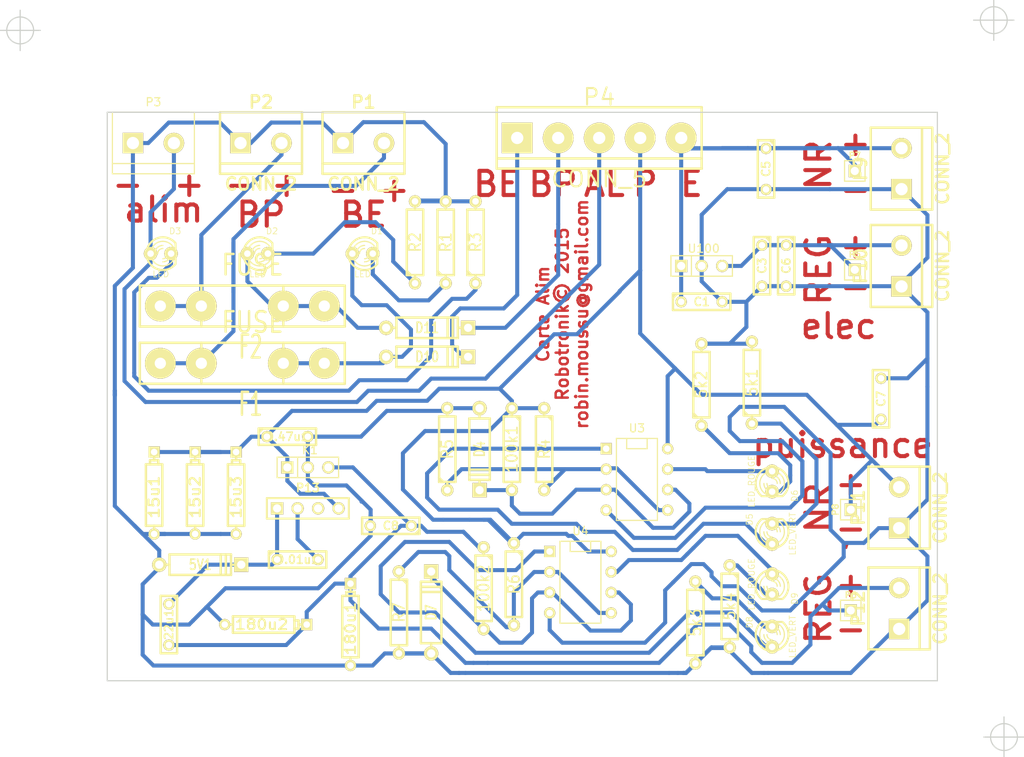
<source format=kicad_pcb>
(kicad_pcb (version 4) (host pcbnew "(2015-03-14 BZR 5512)-product")

  (general
    (links 105)
    (no_connects 0)
    (area 62.789999 157.404999 165.810001 228.040001)
    (thickness 1.6)
    (drawings 38)
    (tracks 524)
    (zones 0)
    (modules 58)
    (nets 31)
  )

  (page A3)
  (layers
    (0 F.Cu signal)
    (31 B.Cu signal)
    (32 B.Adhes user)
    (33 F.Adhes user)
    (34 B.Paste user)
    (35 F.Paste user)
    (36 B.SilkS user)
    (37 F.SilkS user)
    (38 B.Mask user)
    (39 F.Mask user)
    (40 Dwgs.User user)
    (41 Cmts.User user)
    (42 Eco1.User user)
    (43 Eco2.User user)
    (44 Edge.Cuts user)
  )

  (setup
    (last_trace_width 0.5)
    (trace_clearance 0.5)
    (zone_clearance 0.508)
    (zone_45_only no)
    (trace_min 0.5)
    (segment_width 0.2)
    (edge_width 0.15)
    (via_size 0.889)
    (via_drill 0.635)
    (via_min_size 0.889)
    (via_min_drill 0.508)
    (uvia_size 0.508)
    (uvia_drill 0.127)
    (uvias_allowed no)
    (uvia_min_size 0.508)
    (uvia_min_drill 0.127)
    (pcb_text_width 0.3)
    (pcb_text_size 1 1)
    (mod_edge_width 0.15)
    (mod_text_size 1 1)
    (mod_text_width 0.15)
    (pad_size 1.524 1.524)
    (pad_drill 1.016)
    (pad_to_mask_clearance 0)
    (aux_axis_origin 62.865 157.48)
    (grid_origin 152.75 187.5)
    (visible_elements FFFFFFBF)
    (pcbplotparams
      (layerselection 0x00030_80000001)
      (usegerberextensions true)
      (excludeedgelayer true)
      (linewidth 0.150000)
      (plotframeref false)
      (viasonmask false)
      (mode 1)
      (useauxorigin false)
      (hpglpennumber 1)
      (hpglpenspeed 20)
      (hpglpendiameter 15)
      (hpglpenoverlay 2)
      (psnegative false)
      (psa4output false)
      (plotreference true)
      (plotvalue true)
      (plotinvisibletext false)
      (padsonsilk false)
      (subtractmaskfromsilk false)
      (outputformat 1)
      (mirror false)
      (drillshape 0)
      (scaleselection 1)
      (outputdirectory ""))
  )

  (net 0 "")
  (net 1 /alim_elec)
  (net 2 /alim_elec_non_regul)
  (net 3 /alim_puissance_non_regul)
  (net 4 /alim_puissance_regul)
  (net 5 GND)
  (net 6 "Net-(0.01u1-Pad1)")
  (net 7 "Net-(0.01u1-Pad2)")
  (net 8 "Net-(5k1-Pad1)")
  (net 9 "Net-(5k2-Pad1)")
  (net 10 "Net-(5k3-Pad1)")
  (net 11 "Net-(5k4-Pad1)")
  (net 12 "Net-(100k1-Pad2)")
  (net 13 "Net-(100k2-Pad2)")
  (net 14 "Net-(D1-Pad1)")
  (net 15 "Net-(D1-Pad2)")
  (net 16 "Net-(D11-Pad1)")
  (net 17 "Net-(D2-Pad2)")
  (net 18 "Net-(D3-Pad1)")
  (net 19 "Net-(D3-Pad2)")
  (net 20 "Net-(D5-Pad1)")
  (net 21 "Net-(D6-Pad1)")
  (net 22 "Net-(D8-Pad1)")
  (net 23 "Net-(D9-Pad1)")
  (net 24 "Net-(D10-Pad2)")
  (net 25 "Net-(D11-Pad2)")
  (net 26 "Net-(F1-Pad1)")
  (net 27 "Net-(F2-Pad1)")
  (net 28 "Net-(P13-Pad3)")
  (net 29 "Net-(R4-Pad2)")
  (net 30 "Net-(R6-Pad2)")

  (net_class Default "Ceci est la Netclass par défaut"
    (clearance 0.5)
    (trace_width 0.5)
    (via_dia 0.889)
    (via_drill 0.635)
    (uvia_dia 0.508)
    (uvia_drill 0.127)
    (add_net /alim_elec)
    (add_net /alim_elec_non_regul)
    (add_net /alim_puissance_non_regul)
    (add_net /alim_puissance_regul)
    (add_net GND)
    (add_net "Net-(0.01u1-Pad1)")
    (add_net "Net-(0.01u1-Pad2)")
    (add_net "Net-(100k1-Pad2)")
    (add_net "Net-(100k2-Pad2)")
    (add_net "Net-(5k1-Pad1)")
    (add_net "Net-(5k2-Pad1)")
    (add_net "Net-(5k3-Pad1)")
    (add_net "Net-(5k4-Pad1)")
    (add_net "Net-(D1-Pad1)")
    (add_net "Net-(D1-Pad2)")
    (add_net "Net-(D10-Pad2)")
    (add_net "Net-(D11-Pad1)")
    (add_net "Net-(D11-Pad2)")
    (add_net "Net-(D2-Pad2)")
    (add_net "Net-(D3-Pad1)")
    (add_net "Net-(D3-Pad2)")
    (add_net "Net-(D5-Pad1)")
    (add_net "Net-(D6-Pad1)")
    (add_net "Net-(D8-Pad1)")
    (add_net "Net-(D9-Pad1)")
    (add_net "Net-(F1-Pad1)")
    (add_net "Net-(F2-Pad1)")
    (add_net "Net-(P13-Pad3)")
    (add_net "Net-(R4-Pad2)")
    (add_net "Net-(R6-Pad2)")
  )

  (module PIN_ARRAY_4x1 (layer F.Cu) (tedit 4C10F42E) (tstamp 54EAD78E)
    (at 87.72 206.59)
    (descr "Double rangee de contacts 2 x 5 pins")
    (tags CONN)
    (path /54DCDA56)
    (fp_text reference P13 (at 0 -2.54) (layer F.SilkS)
      (effects (font (size 1.016 1.016) (thickness 0.2032)))
    )
    (fp_text value CONN_4 (at 0 2.54) (layer F.SilkS) hide
      (effects (font (size 1.016 1.016) (thickness 0.2032)))
    )
    (fp_line (start 5.08 1.27) (end -5.08 1.27) (layer F.SilkS) (width 0.254))
    (fp_line (start 5.08 -1.27) (end -5.08 -1.27) (layer F.SilkS) (width 0.254))
    (fp_line (start -5.08 -1.27) (end -5.08 1.27) (layer F.SilkS) (width 0.254))
    (fp_line (start 5.08 1.27) (end 5.08 -1.27) (layer F.SilkS) (width 0.254))
    (pad 1 thru_hole rect (at -3.81 0) (size 1.524 1.524) (drill 1.016) (layers *.Cu *.Mask F.SilkS)
      (net 6 "Net-(0.01u1-Pad1)"))
    (pad 2 thru_hole circle (at -1.27 0) (size 1.524 1.524) (drill 1.016) (layers *.Cu *.Mask F.SilkS)
      (net 7 "Net-(0.01u1-Pad2)"))
    (pad 3 thru_hole circle (at 1.27 0) (size 1.524 1.524) (drill 1.016) (layers *.Cu *.Mask F.SilkS)
      (net 28 "Net-(P13-Pad3)"))
    (pad 4 thru_hole circle (at 3.81 0) (size 1.524 1.524) (drill 1.016) (layers *.Cu *.Mask F.SilkS)
      (net 3 /alim_puissance_non_regul))
    (model pin_array\pins_array_4x1.wrl
      (at (xyz 0 0 0))
      (scale (xyz 1 1 1))
      (rotate (xyz 0 0 0))
    )
  )

  (module PIN_ARRAY_3X1 (layer F.Cu) (tedit 4C1130E0) (tstamp 54EAD7A6)
    (at 87.72 201.51)
    (descr "Connecteur 3 pins")
    (tags "CONN DEV")
    (path /54DCDA47)
    (fp_text reference K1 (at 0.254 -2.159) (layer F.SilkS)
      (effects (font (size 1.016 1.016) (thickness 0.1524)))
    )
    (fp_text value CONN_3 (at 0 -2.159) (layer F.SilkS) hide
      (effects (font (size 1.016 1.016) (thickness 0.1524)))
    )
    (fp_line (start -3.81 1.27) (end -3.81 -1.27) (layer F.SilkS) (width 0.1524))
    (fp_line (start -3.81 -1.27) (end 3.81 -1.27) (layer F.SilkS) (width 0.1524))
    (fp_line (start 3.81 -1.27) (end 3.81 1.27) (layer F.SilkS) (width 0.1524))
    (fp_line (start 3.81 1.27) (end -3.81 1.27) (layer F.SilkS) (width 0.1524))
    (fp_line (start -1.27 -1.27) (end -1.27 1.27) (layer F.SilkS) (width 0.1524))
    (pad 1 thru_hole rect (at -2.54 0) (size 1.524 1.524) (drill 1.016) (layers *.Cu *.Mask F.SilkS)
      (net 3 /alim_puissance_non_regul))
    (pad 2 thru_hole circle (at 0 0) (size 1.524 1.524) (drill 1.016) (layers *.Cu *.Mask F.SilkS)
      (net 5 GND))
    (pad 3 thru_hole circle (at 2.54 0) (size 1.524 1.524) (drill 1.016) (layers *.Cu *.Mask F.SilkS)
      (net 4 /alim_puissance_regul))
    (model pin_array/pins_array_3x1.wrl
      (at (xyz 0 0 0))
      (scale (xyz 1 1 1))
      (rotate (xyz 0 0 0))
    )
  )

  (module PIN_ARRAY_1 (layer F.Cu) (tedit 4E4E744E) (tstamp 54EDDC5B)
    (at 155 206.75 90)
    (descr "1 pin")
    (tags "CONN DEV")
    (path /54DCD53E)
    (fp_text reference P8 (at 0 -1.905 90) (layer F.SilkS)
      (effects (font (size 0.762 0.762) (thickness 0.1524)))
    )
    (fp_text value CONN_1 (at 0 -1.905 90) (layer F.SilkS) hide
      (effects (font (size 0.762 0.762) (thickness 0.1524)))
    )
    (fp_line (start 1.27 1.27) (end -1.27 1.27) (layer F.SilkS) (width 0.1524))
    (fp_line (start -1.27 -1.27) (end 1.27 -1.27) (layer F.SilkS) (width 0.1524))
    (fp_line (start -1.27 1.27) (end -1.27 -1.27) (layer F.SilkS) (width 0.1524))
    (fp_line (start 1.27 -1.27) (end 1.27 1.27) (layer F.SilkS) (width 0.1524))
    (pad 1 thru_hole rect (at 0 0 90) (size 1.524 1.524) (drill 1.016) (layers *.Cu *.Mask F.SilkS)
      (net 3 /alim_puissance_non_regul))
    (model pin_array\pin_1.wrl
      (at (xyz 0 0 0))
      (scale (xyz 1 1 1))
      (rotate (xyz 0 0 0))
    )
  )

  (module PIN_ARRAY_1 (layer F.Cu) (tedit 4E4E744E) (tstamp 54EAD7FE)
    (at 155.5 164.75)
    (descr "1 pin")
    (tags "CONN DEV")
    (path /54DCD52F)
    (fp_text reference P7 (at 0 -1.905) (layer F.SilkS)
      (effects (font (size 0.762 0.762) (thickness 0.1524)))
    )
    (fp_text value CONN_1 (at 0 -1.905) (layer F.SilkS) hide
      (effects (font (size 0.762 0.762) (thickness 0.1524)))
    )
    (fp_line (start 1.27 1.27) (end -1.27 1.27) (layer F.SilkS) (width 0.1524))
    (fp_line (start -1.27 -1.27) (end 1.27 -1.27) (layer F.SilkS) (width 0.1524))
    (fp_line (start -1.27 1.27) (end -1.27 -1.27) (layer F.SilkS) (width 0.1524))
    (fp_line (start 1.27 -1.27) (end 1.27 1.27) (layer F.SilkS) (width 0.1524))
    (pad 1 thru_hole rect (at 0 0) (size 1.524 1.524) (drill 1.016) (layers *.Cu *.Mask F.SilkS)
      (net 2 /alim_elec_non_regul))
    (model pin_array\pin_1.wrl
      (at (xyz 0 0 0))
      (scale (xyz 1 1 1))
      (rotate (xyz 0 0 0))
    )
  )

  (module PIN_ARRAY_1 (layer F.Cu) (tedit 4E4E744E) (tstamp 54EAD807)
    (at 155 219.25)
    (descr "1 pin")
    (tags "CONN DEV")
    (path /54D398BC)
    (fp_text reference P6 (at 0 -1.905) (layer F.SilkS)
      (effects (font (size 0.762 0.762) (thickness 0.1524)))
    )
    (fp_text value CONN_1 (at 0 -1.905) (layer F.SilkS) hide
      (effects (font (size 0.762 0.762) (thickness 0.1524)))
    )
    (fp_line (start 1.27 1.27) (end -1.27 1.27) (layer F.SilkS) (width 0.1524))
    (fp_line (start -1.27 -1.27) (end 1.27 -1.27) (layer F.SilkS) (width 0.1524))
    (fp_line (start -1.27 1.27) (end -1.27 -1.27) (layer F.SilkS) (width 0.1524))
    (fp_line (start 1.27 -1.27) (end 1.27 1.27) (layer F.SilkS) (width 0.1524))
    (pad 1 thru_hole rect (at 0 0) (size 1.524 1.524) (drill 1.016) (layers *.Cu *.Mask F.SilkS)
      (net 4 /alim_puissance_regul))
    (model pin_array\pin_1.wrl
      (at (xyz 0 0 0))
      (scale (xyz 1 1 1))
      (rotate (xyz 0 0 0))
    )
  )

  (module PIN_ARRAY_1 (layer F.Cu) (tedit 4E4E744E) (tstamp 54EAD810)
    (at 155.5 177)
    (descr "1 pin")
    (tags "CONN DEV")
    (path /54D398AD)
    (fp_text reference P5 (at 0 -1.905) (layer F.SilkS)
      (effects (font (size 0.762 0.762) (thickness 0.1524)))
    )
    (fp_text value CONN_1 (at 0 -1.905) (layer F.SilkS) hide
      (effects (font (size 0.762 0.762) (thickness 0.1524)))
    )
    (fp_line (start 1.27 1.27) (end -1.27 1.27) (layer F.SilkS) (width 0.1524))
    (fp_line (start -1.27 -1.27) (end 1.27 -1.27) (layer F.SilkS) (width 0.1524))
    (fp_line (start -1.27 1.27) (end -1.27 -1.27) (layer F.SilkS) (width 0.1524))
    (fp_line (start 1.27 -1.27) (end 1.27 1.27) (layer F.SilkS) (width 0.1524))
    (pad 1 thru_hole rect (at 0 0) (size 1.524 1.524) (drill 1.016) (layers *.Cu *.Mask F.SilkS)
      (net 1 /alim_elec))
    (model pin_array\pin_1.wrl
      (at (xyz 0 0 0))
      (scale (xyz 1 1 1))
      (rotate (xyz 0 0 0))
    )
  )

  (module CP4 (layer F.Cu) (tedit 200000) (tstamp 54EAD8D9)
    (at 68.67 204.685 270)
    (descr "Condensateur polarise")
    (tags CP)
    (path /54DCDC6C)
    (fp_text reference 15u1 (at 0.508 0 270) (layer F.SilkS)
      (effects (font (size 1.27 1.397) (thickness 0.254)))
    )
    (fp_text value CP1 (at 0.508 0 270) (layer F.SilkS) hide
      (effects (font (size 1.27 1.143) (thickness 0.254)))
    )
    (fp_line (start 5.08 0) (end 4.064 0) (layer F.SilkS) (width 0.3048))
    (fp_line (start 4.064 0) (end 4.064 1.016) (layer F.SilkS) (width 0.3048))
    (fp_line (start 4.064 1.016) (end -3.556 1.016) (layer F.SilkS) (width 0.3048))
    (fp_line (start -3.556 1.016) (end -3.556 -1.016) (layer F.SilkS) (width 0.3048))
    (fp_line (start -3.556 -1.016) (end 4.064 -1.016) (layer F.SilkS) (width 0.3048))
    (fp_line (start 4.064 -1.016) (end 4.064 0) (layer F.SilkS) (width 0.3048))
    (fp_line (start -5.08 0) (end -4.064 0) (layer F.SilkS) (width 0.3048))
    (fp_line (start -3.556 0.508) (end -4.064 0.508) (layer F.SilkS) (width 0.3048))
    (fp_line (start -4.064 0.508) (end -4.064 -0.508) (layer F.SilkS) (width 0.3048))
    (fp_line (start -4.064 -0.508) (end -3.556 -0.508) (layer F.SilkS) (width 0.3048))
    (pad 1 thru_hole rect (at -5.08 0 270) (size 1.397 1.397) (drill 0.8128) (layers *.Cu *.Mask F.SilkS)
      (net 3 /alim_puissance_non_regul))
    (pad 2 thru_hole circle (at 5.08 0 270) (size 1.397 1.397) (drill 0.8128) (layers *.Cu *.Mask F.SilkS)
      (net 5 GND))
    (model discret/c_pol.wrl
      (at (xyz 0 0 0))
      (scale (xyz 0.4 0.4 0.4))
      (rotate (xyz 0 0 0))
    )
  )

  (module CP4 (layer F.Cu) (tedit 200000) (tstamp 54EAD8E9)
    (at 73.75 204.685 270)
    (descr "Condensateur polarise")
    (tags CP)
    (path /54DCDC7B)
    (fp_text reference 15u2 (at 0.508 0 270) (layer F.SilkS)
      (effects (font (size 1.27 1.397) (thickness 0.254)))
    )
    (fp_text value CP1 (at 0.508 0 270) (layer F.SilkS) hide
      (effects (font (size 1.27 1.143) (thickness 0.254)))
    )
    (fp_line (start 5.08 0) (end 4.064 0) (layer F.SilkS) (width 0.3048))
    (fp_line (start 4.064 0) (end 4.064 1.016) (layer F.SilkS) (width 0.3048))
    (fp_line (start 4.064 1.016) (end -3.556 1.016) (layer F.SilkS) (width 0.3048))
    (fp_line (start -3.556 1.016) (end -3.556 -1.016) (layer F.SilkS) (width 0.3048))
    (fp_line (start -3.556 -1.016) (end 4.064 -1.016) (layer F.SilkS) (width 0.3048))
    (fp_line (start 4.064 -1.016) (end 4.064 0) (layer F.SilkS) (width 0.3048))
    (fp_line (start -5.08 0) (end -4.064 0) (layer F.SilkS) (width 0.3048))
    (fp_line (start -3.556 0.508) (end -4.064 0.508) (layer F.SilkS) (width 0.3048))
    (fp_line (start -4.064 0.508) (end -4.064 -0.508) (layer F.SilkS) (width 0.3048))
    (fp_line (start -4.064 -0.508) (end -3.556 -0.508) (layer F.SilkS) (width 0.3048))
    (pad 1 thru_hole rect (at -5.08 0 270) (size 1.397 1.397) (drill 0.8128) (layers *.Cu *.Mask F.SilkS)
      (net 3 /alim_puissance_non_regul))
    (pad 2 thru_hole circle (at 5.08 0 270) (size 1.397 1.397) (drill 0.8128) (layers *.Cu *.Mask F.SilkS)
      (net 5 GND))
    (model discret/c_pol.wrl
      (at (xyz 0 0 0))
      (scale (xyz 0.4 0.4 0.4))
      (rotate (xyz 0 0 0))
    )
  )

  (module CP4 (layer F.Cu) (tedit 200000) (tstamp 54EAD8F9)
    (at 78.83 204.685 270)
    (descr "Condensateur polarise")
    (tags CP)
    (path /54DCDC8A)
    (fp_text reference 15u3 (at 0.508 0 270) (layer F.SilkS)
      (effects (font (size 1.27 1.397) (thickness 0.254)))
    )
    (fp_text value CP1 (at 0.508 0 270) (layer F.SilkS) hide
      (effects (font (size 1.27 1.143) (thickness 0.254)))
    )
    (fp_line (start 5.08 0) (end 4.064 0) (layer F.SilkS) (width 0.3048))
    (fp_line (start 4.064 0) (end 4.064 1.016) (layer F.SilkS) (width 0.3048))
    (fp_line (start 4.064 1.016) (end -3.556 1.016) (layer F.SilkS) (width 0.3048))
    (fp_line (start -3.556 1.016) (end -3.556 -1.016) (layer F.SilkS) (width 0.3048))
    (fp_line (start -3.556 -1.016) (end 4.064 -1.016) (layer F.SilkS) (width 0.3048))
    (fp_line (start 4.064 -1.016) (end 4.064 0) (layer F.SilkS) (width 0.3048))
    (fp_line (start -5.08 0) (end -4.064 0) (layer F.SilkS) (width 0.3048))
    (fp_line (start -3.556 0.508) (end -4.064 0.508) (layer F.SilkS) (width 0.3048))
    (fp_line (start -4.064 0.508) (end -4.064 -0.508) (layer F.SilkS) (width 0.3048))
    (fp_line (start -4.064 -0.508) (end -3.556 -0.508) (layer F.SilkS) (width 0.3048))
    (pad 1 thru_hole rect (at -5.08 0 270) (size 1.397 1.397) (drill 0.8128) (layers *.Cu *.Mask F.SilkS)
      (net 3 /alim_puissance_non_regul))
    (pad 2 thru_hole circle (at 5.08 0 270) (size 1.397 1.397) (drill 0.8128) (layers *.Cu *.Mask F.SilkS)
      (net 5 GND))
    (model discret/c_pol.wrl
      (at (xyz 0 0 0))
      (scale (xyz 0.4 0.4 0.4))
      (rotate (xyz 0 0 0))
    )
  )

  (module CP4 (layer F.Cu) (tedit 200000) (tstamp 551043E0)
    (at 93 221 270)
    (descr "Condensateur polarise")
    (tags CP)
    (path /54DCE54F)
    (fp_text reference 180u1 (at 0.508 0 270) (layer F.SilkS)
      (effects (font (size 1.27 1.397) (thickness 0.254)))
    )
    (fp_text value CP1 (at 0.508 0 270) (layer F.SilkS) hide
      (effects (font (size 1.27 1.143) (thickness 0.254)))
    )
    (fp_line (start 5.08 0) (end 4.064 0) (layer F.SilkS) (width 0.3048))
    (fp_line (start 4.064 0) (end 4.064 1.016) (layer F.SilkS) (width 0.3048))
    (fp_line (start 4.064 1.016) (end -3.556 1.016) (layer F.SilkS) (width 0.3048))
    (fp_line (start -3.556 1.016) (end -3.556 -1.016) (layer F.SilkS) (width 0.3048))
    (fp_line (start -3.556 -1.016) (end 4.064 -1.016) (layer F.SilkS) (width 0.3048))
    (fp_line (start 4.064 -1.016) (end 4.064 0) (layer F.SilkS) (width 0.3048))
    (fp_line (start -5.08 0) (end -4.064 0) (layer F.SilkS) (width 0.3048))
    (fp_line (start -3.556 0.508) (end -4.064 0.508) (layer F.SilkS) (width 0.3048))
    (fp_line (start -4.064 0.508) (end -4.064 -0.508) (layer F.SilkS) (width 0.3048))
    (fp_line (start -4.064 -0.508) (end -3.556 -0.508) (layer F.SilkS) (width 0.3048))
    (pad 1 thru_hole rect (at -5.08 0 270) (size 1.397 1.397) (drill 0.8128) (layers *.Cu *.Mask F.SilkS)
      (net 4 /alim_puissance_regul))
    (pad 2 thru_hole circle (at 5.08 0 270) (size 1.397 1.397) (drill 0.8128) (layers *.Cu *.Mask F.SilkS)
      (net 5 GND))
    (model discret/c_pol.wrl
      (at (xyz 0 0 0))
      (scale (xyz 0.4 0.4 0.4))
      (rotate (xyz 0 0 0))
    )
  )

  (module CP4 (layer F.Cu) (tedit 200000) (tstamp 55104219)
    (at 82.5 221 180)
    (descr "Condensateur polarise")
    (tags CP)
    (path /54DCE55E)
    (fp_text reference 180u2 (at 0.508 0 180) (layer F.SilkS)
      (effects (font (size 1.27 1.397) (thickness 0.254)))
    )
    (fp_text value CP1 (at 0.508 0 180) (layer F.SilkS) hide
      (effects (font (size 1.27 1.143) (thickness 0.254)))
    )
    (fp_line (start 5.08 0) (end 4.064 0) (layer F.SilkS) (width 0.3048))
    (fp_line (start 4.064 0) (end 4.064 1.016) (layer F.SilkS) (width 0.3048))
    (fp_line (start 4.064 1.016) (end -3.556 1.016) (layer F.SilkS) (width 0.3048))
    (fp_line (start -3.556 1.016) (end -3.556 -1.016) (layer F.SilkS) (width 0.3048))
    (fp_line (start -3.556 -1.016) (end 4.064 -1.016) (layer F.SilkS) (width 0.3048))
    (fp_line (start 4.064 -1.016) (end 4.064 0) (layer F.SilkS) (width 0.3048))
    (fp_line (start -5.08 0) (end -4.064 0) (layer F.SilkS) (width 0.3048))
    (fp_line (start -3.556 0.508) (end -4.064 0.508) (layer F.SilkS) (width 0.3048))
    (fp_line (start -4.064 0.508) (end -4.064 -0.508) (layer F.SilkS) (width 0.3048))
    (fp_line (start -4.064 -0.508) (end -3.556 -0.508) (layer F.SilkS) (width 0.3048))
    (pad 1 thru_hole rect (at -5.08 0 180) (size 1.397 1.397) (drill 0.8128) (layers *.Cu *.Mask F.SilkS)
      (net 4 /alim_puissance_regul))
    (pad 2 thru_hole circle (at 5.08 0 180) (size 1.397 1.397) (drill 0.8128) (layers *.Cu *.Mask F.SilkS)
      (net 5 GND))
    (model discret/c_pol.wrl
      (at (xyz 0 0 0))
      (scale (xyz 0.4 0.4 0.4))
      (rotate (xyz 0 0 0))
    )
  )

  (module bornier5 (layer F.Cu) (tedit 4718A77C) (tstamp 54EAD762)
    (at 123.825 160.655)
    (descr "Bornier d'alimentation 4 pins")
    (tags DEV)
    (path /54D393A0)
    (fp_text reference P4 (at 0 -5.08) (layer F.SilkS)
      (effects (font (size 2.032 2.032) (thickness 0.254)))
    )
    (fp_text value CONN_5 (at 0 5.08) (layer F.SilkS)
      (effects (font (size 2.032 2.032) (thickness 0.254)))
    )
    (fp_line (start -12.7 3.81) (end 12.7 3.81) (layer F.SilkS) (width 0.3048))
    (fp_line (start -12.7 2.54) (end 12.7 2.54) (layer F.SilkS) (width 0.3048))
    (fp_line (start -12.7 -3.81) (end 12.7 -3.81) (layer F.SilkS) (width 0.3048))
    (fp_line (start 12.7 -3.81) (end 12.7 3.81) (layer F.SilkS) (width 0.3048))
    (fp_line (start -12.7 -3.81) (end -12.7 3.81) (layer F.SilkS) (width 0.3048))
    (pad 2 thru_hole circle (at -5.08 0) (size 3.81 3.81) (drill 1.524) (layers *.Cu *.Mask F.SilkS)
      (net 25 "Net-(D11-Pad2)"))
    (pad 3 thru_hole circle (at 0 0) (size 3.81 3.81) (drill 1.524) (layers *.Cu *.Mask F.SilkS)
      (net 18 "Net-(D3-Pad1)"))
    (pad 1 thru_hole rect (at -10.16 0) (size 3.81 3.81) (drill 1.524) (layers *.Cu *.Mask F.SilkS)
      (net 24 "Net-(D10-Pad2)"))
    (pad 4 thru_hole circle (at 5.08 0) (size 3.81 3.81) (drill 1.524) (layers *.Cu *.Mask F.SilkS)
      (net 3 /alim_puissance_non_regul))
    (pad 5 thru_hole circle (at 10.16 0) (size 3.81 3.81) (drill 1.524) (layers *.Cu *.Mask F.SilkS)
      (net 2 /alim_elec_non_regul))
    (model device/bornier_5.wrl
      (at (xyz 0 0 0))
      (scale (xyz 1 1 1))
      (rotate (xyz 0 0 0))
    )
  )

  (module bornier2 (layer F.Cu) (tedit 3EC0ED69) (tstamp 54EAD7B0)
    (at 81.915 161.29)
    (descr "Bornier d'alimentation 2 pins")
    (tags DEV)
    (path /54D38FD9)
    (fp_text reference P2 (at 0 -5.08) (layer F.SilkS)
      (effects (font (thickness 0.3048)))
    )
    (fp_text value CONN_2 (at 0 5.08) (layer F.SilkS)
      (effects (font (thickness 0.3048)))
    )
    (fp_line (start 5.08 2.54) (end -5.08 2.54) (layer F.SilkS) (width 0.3048))
    (fp_line (start 5.08 3.81) (end 5.08 -3.81) (layer F.SilkS) (width 0.3048))
    (fp_line (start 5.08 -3.81) (end -5.08 -3.81) (layer F.SilkS) (width 0.3048))
    (fp_line (start -5.08 -3.81) (end -5.08 3.81) (layer F.SilkS) (width 0.3048))
    (fp_line (start -5.08 3.81) (end 5.08 3.81) (layer F.SilkS) (width 0.3048))
    (pad 1 thru_hole rect (at -2.54 0) (size 2.54 2.54) (drill 1.524) (layers *.Cu *.Mask F.SilkS)
      (net 5 GND))
    (pad 2 thru_hole circle (at 2.54 0) (size 2.54 2.54) (drill 1.524) (layers *.Cu *.Mask F.SilkS)
      (net 27 "Net-(F2-Pad1)"))
    (model device/bornier_2.wrl
      (at (xyz 0 0 0))
      (scale (xyz 1 1 1))
      (rotate (xyz 0 0 0))
    )
  )

  (module bornier2 (layer F.Cu) (tedit 3EC0ED69) (tstamp 54EAD7BA)
    (at 161 219 90)
    (descr "Bornier d'alimentation 2 pins")
    (tags DEV)
    (path /54DCC749)
    (fp_text reference P12 (at 0 -5.08 90) (layer F.SilkS)
      (effects (font (thickness 0.3048)))
    )
    (fp_text value CONN_2 (at 0 5.08 90) (layer F.SilkS)
      (effects (font (thickness 0.3048)))
    )
    (fp_line (start 5.08 2.54) (end -5.08 2.54) (layer F.SilkS) (width 0.3048))
    (fp_line (start 5.08 3.81) (end 5.08 -3.81) (layer F.SilkS) (width 0.3048))
    (fp_line (start 5.08 -3.81) (end -5.08 -3.81) (layer F.SilkS) (width 0.3048))
    (fp_line (start -5.08 -3.81) (end -5.08 3.81) (layer F.SilkS) (width 0.3048))
    (fp_line (start -5.08 3.81) (end 5.08 3.81) (layer F.SilkS) (width 0.3048))
    (pad 1 thru_hole rect (at -2.54 0 90) (size 2.54 2.54) (drill 1.524) (layers *.Cu *.Mask F.SilkS)
      (net 5 GND))
    (pad 2 thru_hole circle (at 2.54 0 90) (size 2.54 2.54) (drill 1.524) (layers *.Cu *.Mask F.SilkS)
      (net 4 /alim_puissance_regul))
    (model device/bornier_2.wrl
      (at (xyz 0 0 0))
      (scale (xyz 1 1 1))
      (rotate (xyz 0 0 0))
    )
  )

  (module bornier2 (layer F.Cu) (tedit 3EC0ED69) (tstamp 54EAD7C4)
    (at 161 206.5 90)
    (descr "Bornier d'alimentation 2 pins")
    (tags DEV)
    (path /54DCC73A)
    (fp_text reference P11 (at 0 -5.08 90) (layer F.SilkS)
      (effects (font (thickness 0.3048)))
    )
    (fp_text value CONN_2 (at 0 5.08 90) (layer F.SilkS)
      (effects (font (thickness 0.3048)))
    )
    (fp_line (start 5.08 2.54) (end -5.08 2.54) (layer F.SilkS) (width 0.3048))
    (fp_line (start 5.08 3.81) (end 5.08 -3.81) (layer F.SilkS) (width 0.3048))
    (fp_line (start 5.08 -3.81) (end -5.08 -3.81) (layer F.SilkS) (width 0.3048))
    (fp_line (start -5.08 -3.81) (end -5.08 3.81) (layer F.SilkS) (width 0.3048))
    (fp_line (start -5.08 3.81) (end 5.08 3.81) (layer F.SilkS) (width 0.3048))
    (pad 1 thru_hole rect (at -2.54 0 90) (size 2.54 2.54) (drill 1.524) (layers *.Cu *.Mask F.SilkS)
      (net 5 GND))
    (pad 2 thru_hole circle (at 2.54 0 90) (size 2.54 2.54) (drill 1.524) (layers *.Cu *.Mask F.SilkS)
      (net 3 /alim_puissance_non_regul))
    (model device/bornier_2.wrl
      (at (xyz 0 0 0))
      (scale (xyz 1 1 1))
      (rotate (xyz 0 0 0))
    )
  )

  (module bornier2 (layer F.Cu) (tedit 3EC0ED69) (tstamp 54EAD7CE)
    (at 161.29 176.53 90)
    (descr "Bornier d'alimentation 2 pins")
    (tags DEV)
    (path /54DCC72B)
    (fp_text reference P10 (at 0 -5.08 90) (layer F.SilkS)
      (effects (font (thickness 0.3048)))
    )
    (fp_text value CONN_2 (at 0 5.08 90) (layer F.SilkS)
      (effects (font (thickness 0.3048)))
    )
    (fp_line (start 5.08 2.54) (end -5.08 2.54) (layer F.SilkS) (width 0.3048))
    (fp_line (start 5.08 3.81) (end 5.08 -3.81) (layer F.SilkS) (width 0.3048))
    (fp_line (start 5.08 -3.81) (end -5.08 -3.81) (layer F.SilkS) (width 0.3048))
    (fp_line (start -5.08 -3.81) (end -5.08 3.81) (layer F.SilkS) (width 0.3048))
    (fp_line (start -5.08 3.81) (end 5.08 3.81) (layer F.SilkS) (width 0.3048))
    (pad 1 thru_hole rect (at -2.54 0 90) (size 2.54 2.54) (drill 1.524) (layers *.Cu *.Mask F.SilkS)
      (net 5 GND))
    (pad 2 thru_hole circle (at 2.54 0 90) (size 2.54 2.54) (drill 1.524) (layers *.Cu *.Mask F.SilkS)
      (net 1 /alim_elec))
    (model device/bornier_2.wrl
      (at (xyz 0 0 0))
      (scale (xyz 1 1 1))
      (rotate (xyz 0 0 0))
    )
  )

  (module bornier2 (layer F.Cu) (tedit 3EC0ED69) (tstamp 54EAD7D8)
    (at 161.29 164.465 90)
    (descr "Bornier d'alimentation 2 pins")
    (tags DEV)
    (path /54DCC576)
    (fp_text reference P9 (at 0 -5.08 90) (layer F.SilkS)
      (effects (font (thickness 0.3048)))
    )
    (fp_text value CONN_2 (at 0 5.08 90) (layer F.SilkS)
      (effects (font (thickness 0.3048)))
    )
    (fp_line (start 5.08 2.54) (end -5.08 2.54) (layer F.SilkS) (width 0.3048))
    (fp_line (start 5.08 3.81) (end 5.08 -3.81) (layer F.SilkS) (width 0.3048))
    (fp_line (start 5.08 -3.81) (end -5.08 -3.81) (layer F.SilkS) (width 0.3048))
    (fp_line (start -5.08 -3.81) (end -5.08 3.81) (layer F.SilkS) (width 0.3048))
    (fp_line (start -5.08 3.81) (end 5.08 3.81) (layer F.SilkS) (width 0.3048))
    (pad 1 thru_hole rect (at -2.54 0 90) (size 2.54 2.54) (drill 1.524) (layers *.Cu *.Mask F.SilkS)
      (net 5 GND))
    (pad 2 thru_hole circle (at 2.54 0 90) (size 2.54 2.54) (drill 1.524) (layers *.Cu *.Mask F.SilkS)
      (net 2 /alim_elec_non_regul))
    (model device/bornier_2.wrl
      (at (xyz 0 0 0))
      (scale (xyz 1 1 1))
      (rotate (xyz 0 0 0))
    )
  )

  (module bornier2 (layer F.Cu) (tedit 3EC0ED69) (tstamp 54EAD7E2)
    (at 94.615 161.29)
    (descr "Bornier d'alimentation 2 pins")
    (tags DEV)
    (path /54D38FCA)
    (fp_text reference P1 (at 0 -5.08) (layer F.SilkS)
      (effects (font (thickness 0.3048)))
    )
    (fp_text value CONN_2 (at 0 5.08) (layer F.SilkS)
      (effects (font (thickness 0.3048)))
    )
    (fp_line (start 5.08 2.54) (end -5.08 2.54) (layer F.SilkS) (width 0.3048))
    (fp_line (start 5.08 3.81) (end 5.08 -3.81) (layer F.SilkS) (width 0.3048))
    (fp_line (start 5.08 -3.81) (end -5.08 -3.81) (layer F.SilkS) (width 0.3048))
    (fp_line (start -5.08 -3.81) (end -5.08 3.81) (layer F.SilkS) (width 0.3048))
    (fp_line (start -5.08 3.81) (end 5.08 3.81) (layer F.SilkS) (width 0.3048))
    (pad 1 thru_hole rect (at -2.54 0) (size 2.54 2.54) (drill 1.524) (layers *.Cu *.Mask F.SilkS)
      (net 5 GND))
    (pad 2 thru_hole circle (at 2.54 0) (size 2.54 2.54) (drill 1.524) (layers *.Cu *.Mask F.SilkS)
      (net 26 "Net-(F1-Pad1)"))
    (model device/bornier_2.wrl
      (at (xyz 0 0 0))
      (scale (xyz 1 1 1))
      (rotate (xyz 0 0 0))
    )
  )

  (module FUSE5-20 (layer F.Cu) (tedit 40C496F0) (tstamp 54EF3DCF)
    (at 79.6 188.6)
    (descr "Support fusible 5 x 20")
    (tags DEV)
    (path /54D3A1D7)
    (fp_text reference F1 (at 1.016 5.08) (layer F.SilkS)
      (effects (font (size 2.83464 1.59512) (thickness 0.3048)))
    )
    (fp_text value FUSE (at 1.27 -5.08) (layer F.SilkS)
      (effects (font (size 2.54 2.032) (thickness 0.3048)))
    )
    (fp_line (start -12.7 -2.54) (end 12.7 -2.54) (layer F.SilkS) (width 0.3048))
    (fp_line (start 12.7 -2.54) (end 12.7 2.54) (layer F.SilkS) (width 0.3048))
    (fp_line (start 12.7 2.54) (end -12.7 2.54) (layer F.SilkS) (width 0.3048))
    (fp_line (start -12.7 2.54) (end -12.7 -2.54) (layer F.SilkS) (width 0.3048))
    (fp_line (start -5.08 -2.54) (end -5.08 2.54) (layer F.SilkS) (width 0.3048))
    (fp_line (start 5.08 -2.54) (end 5.08 2.54) (layer F.SilkS) (width 0.3048))
    (pad 1 thru_hole circle (at -10.16 0) (size 3.81 3.81) (drill 1.397) (layers *.Cu *.Mask F.SilkS)
      (net 26 "Net-(F1-Pad1)"))
    (pad 1 thru_hole circle (at -5.08 0) (size 3.81 3.81) (drill 1.397) (layers *.Cu *.Mask F.SilkS)
      (net 26 "Net-(F1-Pad1)"))
    (pad 2 thru_hole circle (at 5.08 0) (size 3.81 3.81) (drill 1.397) (layers *.Cu *.Mask F.SilkS)
      (net 14 "Net-(D1-Pad1)"))
    (pad 2 thru_hole circle (at 10.16 0) (size 3.81 3.81) (drill 1.397) (layers *.Cu *.Mask F.SilkS)
      (net 14 "Net-(D1-Pad1)"))
  )

  (module FUSE5-20 (layer F.Cu) (tedit 40C496F0) (tstamp 54EAD985)
    (at 79.6 181.5)
    (descr "Support fusible 5 x 20")
    (tags DEV)
    (path /54D3A218)
    (fp_text reference F2 (at 1.016 5.08) (layer F.SilkS)
      (effects (font (size 2.83464 1.59512) (thickness 0.3048)))
    )
    (fp_text value FUSE (at 1.27 -5.08) (layer F.SilkS)
      (effects (font (size 2.54 2.032) (thickness 0.3048)))
    )
    (fp_line (start -12.7 -2.54) (end 12.7 -2.54) (layer F.SilkS) (width 0.3048))
    (fp_line (start 12.7 -2.54) (end 12.7 2.54) (layer F.SilkS) (width 0.3048))
    (fp_line (start 12.7 2.54) (end -12.7 2.54) (layer F.SilkS) (width 0.3048))
    (fp_line (start -12.7 2.54) (end -12.7 -2.54) (layer F.SilkS) (width 0.3048))
    (fp_line (start -5.08 -2.54) (end -5.08 2.54) (layer F.SilkS) (width 0.3048))
    (fp_line (start 5.08 -2.54) (end 5.08 2.54) (layer F.SilkS) (width 0.3048))
    (pad 1 thru_hole circle (at -10.16 0) (size 3.81 3.81) (drill 1.397) (layers *.Cu *.Mask F.SilkS)
      (net 27 "Net-(F2-Pad1)"))
    (pad 1 thru_hole circle (at -5.08 0) (size 3.81 3.81) (drill 1.397) (layers *.Cu *.Mask F.SilkS)
      (net 27 "Net-(F2-Pad1)"))
    (pad 2 thru_hole circle (at 5.08 0) (size 3.81 3.81) (drill 1.397) (layers *.Cu *.Mask F.SilkS)
      (net 16 "Net-(D11-Pad1)"))
    (pad 2 thru_hole circle (at 10.16 0) (size 3.81 3.81) (drill 1.397) (layers *.Cu *.Mask F.SilkS)
      (net 16 "Net-(D11-Pad1)"))
  )

  (module PIN_ARRAY_3X1 (layer F.Cu) (tedit 4C1130E0) (tstamp 54EAF5C3)
    (at 136.525 176.53)
    (descr "Connecteur 3 pins")
    (tags "CONN DEV")
    (path /54EAF722)
    (fp_text reference U100 (at 0.254 -2.159) (layer F.SilkS)
      (effects (font (size 1.016 1.016) (thickness 0.1524)))
    )
    (fp_text value 7905_CORRIGE (at 0 -2.159) (layer F.SilkS) hide
      (effects (font (size 1.016 1.016) (thickness 0.1524)))
    )
    (fp_line (start -3.81 1.27) (end -3.81 -1.27) (layer F.SilkS) (width 0.1524))
    (fp_line (start -3.81 -1.27) (end 3.81 -1.27) (layer F.SilkS) (width 0.1524))
    (fp_line (start 3.81 -1.27) (end 3.81 1.27) (layer F.SilkS) (width 0.1524))
    (fp_line (start 3.81 1.27) (end -3.81 1.27) (layer F.SilkS) (width 0.1524))
    (fp_line (start -1.27 -1.27) (end -1.27 1.27) (layer F.SilkS) (width 0.1524))
    (pad 1 thru_hole rect (at -2.54 0) (size 1.524 1.524) (drill 1.016) (layers *.Cu *.Mask F.SilkS)
      (net 2 /alim_elec_non_regul))
    (pad 2 thru_hole circle (at 0 0) (size 1.524 1.524) (drill 1.016) (layers *.Cu *.Mask F.SilkS)
      (net 5 GND))
    (pad 3 thru_hole circle (at 2.54 0) (size 1.524 1.524) (drill 1.016) (layers *.Cu *.Mask F.SilkS)
      (net 1 /alim_elec))
    (model pin_array/pins_array_3x1.wrl
      (at (xyz 0 0 0))
      (scale (xyz 1 1 1))
      (rotate (xyz 0 0 0))
    )
  )

  (module C2 (layer F.Cu) (tedit 54EAFB7E) (tstamp 54EAD950)
    (at 85.18 197.7)
    (descr "Condensateur = 2 pas")
    (tags C)
    (path /54D395CF)
    (fp_text reference 0.47u1 (at 0 0) (layer F.SilkS)
      (effects (font (size 1.016 1.016) (thickness 0.2032)))
    )
    (fp_text value C (at 0 0) (layer F.SilkS) hide
      (effects (font (size 1.016 1.016) (thickness 0.2032)))
    )
    (fp_line (start -3.556 -1.016) (end 3.556 -1.016) (layer F.SilkS) (width 0.3048))
    (fp_line (start 3.556 -1.016) (end 3.556 1.016) (layer F.SilkS) (width 0.3048))
    (fp_line (start 3.556 1.016) (end -3.556 1.016) (layer F.SilkS) (width 0.3048))
    (fp_line (start -3.556 1.016) (end -3.556 -1.016) (layer F.SilkS) (width 0.3048))
    (fp_line (start -3.556 -0.508) (end -3.048 -1.016) (layer F.SilkS) (width 0.3048))
    (pad 1 thru_hole circle (at -2.54 0) (size 1.397 1.397) (drill 0.8128) (layers *.Cu *.Mask F.SilkS)
      (net 3 /alim_puissance_non_regul))
    (pad 2 thru_hole circle (at 2.54 0) (size 1.397 1.397) (drill 0.8128) (layers *.Cu *.Mask F.SilkS)
      (net 5 GND))
    (model discret/capa_2pas_5x5mm.wrl
      (at (xyz 0 0 0))
      (scale (xyz 1 1 1))
      (rotate (xyz 0 0 0))
    )
  )

  (module R4 (layer F.Cu) (tedit 200000) (tstamp 551047B5)
    (at 113 199.25 270)
    (descr "Resitance 4 pas")
    (tags R)
    (path /54DCBC2C)
    (autoplace_cost180 10)
    (fp_text reference 100k1 (at 0 0 270) (layer F.SilkS)
      (effects (font (size 1.397 1.27) (thickness 0.2032)))
    )
    (fp_text value R (at 0 0 270) (layer F.SilkS) hide
      (effects (font (size 1.397 1.27) (thickness 0.2032)))
    )
    (fp_line (start -5.08 0) (end -4.064 0) (layer F.SilkS) (width 0.3048))
    (fp_line (start -4.064 0) (end -4.064 -1.016) (layer F.SilkS) (width 0.3048))
    (fp_line (start -4.064 -1.016) (end 4.064 -1.016) (layer F.SilkS) (width 0.3048))
    (fp_line (start 4.064 -1.016) (end 4.064 1.016) (layer F.SilkS) (width 0.3048))
    (fp_line (start 4.064 1.016) (end -4.064 1.016) (layer F.SilkS) (width 0.3048))
    (fp_line (start -4.064 1.016) (end -4.064 0) (layer F.SilkS) (width 0.3048))
    (fp_line (start -4.064 -0.508) (end -3.556 -1.016) (layer F.SilkS) (width 0.3048))
    (fp_line (start 5.08 0) (end 4.064 0) (layer F.SilkS) (width 0.3048))
    (pad 1 thru_hole circle (at -5.08 0 270) (size 1.524 1.524) (drill 0.8128) (layers *.Cu *.Mask F.SilkS)
      (net 3 /alim_puissance_non_regul))
    (pad 2 thru_hole circle (at 5.08 0 270) (size 1.524 1.524) (drill 0.8128) (layers *.Cu *.Mask F.SilkS)
      (net 12 "Net-(100k1-Pad2)"))
    (model discret/resistor.wrl
      (at (xyz 0 0 0))
      (scale (xyz 0.4 0.4 0.4))
      (rotate (xyz 0 0 0))
    )
  )

  (module R4 (layer F.Cu) (tedit 200000) (tstamp 54EDD8DF)
    (at 109.5 216.5 270)
    (descr "Resitance 4 pas")
    (tags R)
    (path /54DCD185)
    (autoplace_cost180 10)
    (fp_text reference 100k2 (at 0 0 270) (layer F.SilkS)
      (effects (font (size 1.397 1.27) (thickness 0.2032)))
    )
    (fp_text value R (at 0 0 270) (layer F.SilkS) hide
      (effects (font (size 1.397 1.27) (thickness 0.2032)))
    )
    (fp_line (start -5.08 0) (end -4.064 0) (layer F.SilkS) (width 0.3048))
    (fp_line (start -4.064 0) (end -4.064 -1.016) (layer F.SilkS) (width 0.3048))
    (fp_line (start -4.064 -1.016) (end 4.064 -1.016) (layer F.SilkS) (width 0.3048))
    (fp_line (start 4.064 -1.016) (end 4.064 1.016) (layer F.SilkS) (width 0.3048))
    (fp_line (start 4.064 1.016) (end -4.064 1.016) (layer F.SilkS) (width 0.3048))
    (fp_line (start -4.064 1.016) (end -4.064 0) (layer F.SilkS) (width 0.3048))
    (fp_line (start -4.064 -0.508) (end -3.556 -1.016) (layer F.SilkS) (width 0.3048))
    (fp_line (start 5.08 0) (end 4.064 0) (layer F.SilkS) (width 0.3048))
    (pad 1 thru_hole circle (at -5.08 0 270) (size 1.524 1.524) (drill 0.8128) (layers *.Cu *.Mask F.SilkS)
      (net 4 /alim_puissance_regul))
    (pad 2 thru_hole circle (at 5.08 0 270) (size 1.524 1.524) (drill 0.8128) (layers *.Cu *.Mask F.SilkS)
      (net 13 "Net-(100k2-Pad2)"))
    (model discret/resistor.wrl
      (at (xyz 0 0 0))
      (scale (xyz 0.4 0.4 0.4))
      (rotate (xyz 0 0 0))
    )
  )

  (module LED-3MM (layer F.Cu) (tedit 50ADE848) (tstamp 54EAD81F)
    (at 145.25 209.75 90)
    (descr "LED 3mm - Lead pitch 100mil (2,54mm)")
    (tags "LED led 3mm 3MM 100mil 2,54mm")
    (path /54DCC332)
    (fp_text reference D5 (at 1.778 -2.794 90) (layer F.SilkS)
      (effects (font (size 0.762 0.762) (thickness 0.0889)))
    )
    (fp_text value LED_VERT (at 0 2.54 90) (layer F.SilkS)
      (effects (font (size 0.762 0.762) (thickness 0.0889)))
    )
    (fp_line (start 1.8288 1.27) (end 1.8288 -1.27) (layer F.SilkS) (width 0.254))
    (fp_arc (start 0.254 0) (end -1.27 0) (angle 39.8) (layer F.SilkS) (width 0.1524))
    (fp_arc (start 0.254 0) (end -0.88392 1.01092) (angle 41.6) (layer F.SilkS) (width 0.1524))
    (fp_arc (start 0.254 0) (end 1.4097 -0.9906) (angle 40.6) (layer F.SilkS) (width 0.1524))
    (fp_arc (start 0.254 0) (end 1.778 0) (angle 39.8) (layer F.SilkS) (width 0.1524))
    (fp_arc (start 0.254 0) (end 0.254 -1.524) (angle 54.4) (layer F.SilkS) (width 0.1524))
    (fp_arc (start 0.254 0) (end -0.9652 -0.9144) (angle 53.1) (layer F.SilkS) (width 0.1524))
    (fp_arc (start 0.254 0) (end 1.45542 0.93472) (angle 52.1) (layer F.SilkS) (width 0.1524))
    (fp_arc (start 0.254 0) (end 0.254 1.524) (angle 52.1) (layer F.SilkS) (width 0.1524))
    (fp_arc (start 0.254 0) (end -0.381 0) (angle 90) (layer F.SilkS) (width 0.1524))
    (fp_arc (start 0.254 0) (end -0.762 0) (angle 90) (layer F.SilkS) (width 0.1524))
    (fp_arc (start 0.254 0) (end 0.889 0) (angle 90) (layer F.SilkS) (width 0.1524))
    (fp_arc (start 0.254 0) (end 1.27 0) (angle 90) (layer F.SilkS) (width 0.1524))
    (fp_arc (start 0.254 0) (end 0.254 -2.032) (angle 50.1) (layer F.SilkS) (width 0.254))
    (fp_arc (start 0.254 0) (end -1.5367 -0.95504) (angle 61.9) (layer F.SilkS) (width 0.254))
    (fp_arc (start 0.254 0) (end 1.8034 1.31064) (angle 49.7) (layer F.SilkS) (width 0.254))
    (fp_arc (start 0.254 0) (end 0.254 2.032) (angle 60.2) (layer F.SilkS) (width 0.254))
    (fp_arc (start 0.254 0) (end -1.778 0) (angle 28.3) (layer F.SilkS) (width 0.254))
    (fp_arc (start 0.254 0) (end -1.47574 1.06426) (angle 31.6) (layer F.SilkS) (width 0.254))
    (pad 1 thru_hole circle (at -1.27 0 90) (size 1.6764 1.6764) (drill 0.8128) (layers *.Cu *.Mask F.SilkS)
      (net 20 "Net-(D5-Pad1)"))
    (pad 2 thru_hole circle (at 1.27 0 90) (size 1.6764 1.6764) (drill 0.8128) (layers *.Cu *.Mask F.SilkS)
      (net 8 "Net-(5k1-Pad1)"))
    (model discret/leds/led3_vertical_verde.wrl
      (at (xyz 0 0 0))
      (scale (xyz 1 1 1))
      (rotate (xyz 0 0 0))
    )
  )

  (module LED-3MM (layer F.Cu) (tedit 50ADE848) (tstamp 55104578)
    (at 145.25 216 270)
    (descr "LED 3mm - Lead pitch 100mil (2,54mm)")
    (tags "LED led 3mm 3MM 100mil 2,54mm")
    (path /54DCD1B9)
    (fp_text reference D9 (at 1.778 -2.794 270) (layer F.SilkS)
      (effects (font (size 0.762 0.762) (thickness 0.0889)))
    )
    (fp_text value LED_ROUGE (at 0 2.54 270) (layer F.SilkS)
      (effects (font (size 0.762 0.762) (thickness 0.0889)))
    )
    (fp_line (start 1.8288 1.27) (end 1.8288 -1.27) (layer F.SilkS) (width 0.254))
    (fp_arc (start 0.254 0) (end -1.27 0) (angle 39.8) (layer F.SilkS) (width 0.1524))
    (fp_arc (start 0.254 0) (end -0.88392 1.01092) (angle 41.6) (layer F.SilkS) (width 0.1524))
    (fp_arc (start 0.254 0) (end 1.4097 -0.9906) (angle 40.6) (layer F.SilkS) (width 0.1524))
    (fp_arc (start 0.254 0) (end 1.778 0) (angle 39.8) (layer F.SilkS) (width 0.1524))
    (fp_arc (start 0.254 0) (end 0.254 -1.524) (angle 54.4) (layer F.SilkS) (width 0.1524))
    (fp_arc (start 0.254 0) (end -0.9652 -0.9144) (angle 53.1) (layer F.SilkS) (width 0.1524))
    (fp_arc (start 0.254 0) (end 1.45542 0.93472) (angle 52.1) (layer F.SilkS) (width 0.1524))
    (fp_arc (start 0.254 0) (end 0.254 1.524) (angle 52.1) (layer F.SilkS) (width 0.1524))
    (fp_arc (start 0.254 0) (end -0.381 0) (angle 90) (layer F.SilkS) (width 0.1524))
    (fp_arc (start 0.254 0) (end -0.762 0) (angle 90) (layer F.SilkS) (width 0.1524))
    (fp_arc (start 0.254 0) (end 0.889 0) (angle 90) (layer F.SilkS) (width 0.1524))
    (fp_arc (start 0.254 0) (end 1.27 0) (angle 90) (layer F.SilkS) (width 0.1524))
    (fp_arc (start 0.254 0) (end 0.254 -2.032) (angle 50.1) (layer F.SilkS) (width 0.254))
    (fp_arc (start 0.254 0) (end -1.5367 -0.95504) (angle 61.9) (layer F.SilkS) (width 0.254))
    (fp_arc (start 0.254 0) (end 1.8034 1.31064) (angle 49.7) (layer F.SilkS) (width 0.254))
    (fp_arc (start 0.254 0) (end 0.254 2.032) (angle 60.2) (layer F.SilkS) (width 0.254))
    (fp_arc (start 0.254 0) (end -1.778 0) (angle 28.3) (layer F.SilkS) (width 0.254))
    (fp_arc (start 0.254 0) (end -1.47574 1.06426) (angle 31.6) (layer F.SilkS) (width 0.254))
    (pad 1 thru_hole circle (at -1.27 0 270) (size 1.6764 1.6764) (drill 0.8128) (layers *.Cu *.Mask F.SilkS)
      (net 23 "Net-(D9-Pad1)"))
    (pad 2 thru_hole circle (at 1.27 0 270) (size 1.6764 1.6764) (drill 0.8128) (layers *.Cu *.Mask F.SilkS)
      (net 11 "Net-(5k4-Pad1)"))
    (model discret/leds/led3_vertical_verde.wrl
      (at (xyz 0 0 0))
      (scale (xyz 1 1 1))
      (rotate (xyz 0 0 0))
    )
  )

  (module LED-3MM (layer F.Cu) (tedit 50ADE848) (tstamp 54EF3283)
    (at 145.25 222.5 90)
    (descr "LED 3mm - Lead pitch 100mil (2,54mm)")
    (tags "LED led 3mm 3MM 100mil 2,54mm")
    (path /54DCD1B3)
    (fp_text reference D8 (at 1.778 -2.794 90) (layer F.SilkS)
      (effects (font (size 0.762 0.762) (thickness 0.0889)))
    )
    (fp_text value LED_VERT (at 0 2.54 90) (layer F.SilkS)
      (effects (font (size 0.762 0.762) (thickness 0.0889)))
    )
    (fp_line (start 1.8288 1.27) (end 1.8288 -1.27) (layer F.SilkS) (width 0.254))
    (fp_arc (start 0.254 0) (end -1.27 0) (angle 39.8) (layer F.SilkS) (width 0.1524))
    (fp_arc (start 0.254 0) (end -0.88392 1.01092) (angle 41.6) (layer F.SilkS) (width 0.1524))
    (fp_arc (start 0.254 0) (end 1.4097 -0.9906) (angle 40.6) (layer F.SilkS) (width 0.1524))
    (fp_arc (start 0.254 0) (end 1.778 0) (angle 39.8) (layer F.SilkS) (width 0.1524))
    (fp_arc (start 0.254 0) (end 0.254 -1.524) (angle 54.4) (layer F.SilkS) (width 0.1524))
    (fp_arc (start 0.254 0) (end -0.9652 -0.9144) (angle 53.1) (layer F.SilkS) (width 0.1524))
    (fp_arc (start 0.254 0) (end 1.45542 0.93472) (angle 52.1) (layer F.SilkS) (width 0.1524))
    (fp_arc (start 0.254 0) (end 0.254 1.524) (angle 52.1) (layer F.SilkS) (width 0.1524))
    (fp_arc (start 0.254 0) (end -0.381 0) (angle 90) (layer F.SilkS) (width 0.1524))
    (fp_arc (start 0.254 0) (end -0.762 0) (angle 90) (layer F.SilkS) (width 0.1524))
    (fp_arc (start 0.254 0) (end 0.889 0) (angle 90) (layer F.SilkS) (width 0.1524))
    (fp_arc (start 0.254 0) (end 1.27 0) (angle 90) (layer F.SilkS) (width 0.1524))
    (fp_arc (start 0.254 0) (end 0.254 -2.032) (angle 50.1) (layer F.SilkS) (width 0.254))
    (fp_arc (start 0.254 0) (end -1.5367 -0.95504) (angle 61.9) (layer F.SilkS) (width 0.254))
    (fp_arc (start 0.254 0) (end 1.8034 1.31064) (angle 49.7) (layer F.SilkS) (width 0.254))
    (fp_arc (start 0.254 0) (end 0.254 2.032) (angle 60.2) (layer F.SilkS) (width 0.254))
    (fp_arc (start 0.254 0) (end -1.778 0) (angle 28.3) (layer F.SilkS) (width 0.254))
    (fp_arc (start 0.254 0) (end -1.47574 1.06426) (angle 31.6) (layer F.SilkS) (width 0.254))
    (pad 1 thru_hole circle (at -1.27 0 90) (size 1.6764 1.6764) (drill 0.8128) (layers *.Cu *.Mask F.SilkS)
      (net 22 "Net-(D8-Pad1)"))
    (pad 2 thru_hole circle (at 1.27 0 90) (size 1.6764 1.6764) (drill 0.8128) (layers *.Cu *.Mask F.SilkS)
      (net 10 "Net-(5k3-Pad1)"))
    (model discret/leds/led3_vertical_verde.wrl
      (at (xyz 0 0 0))
      (scale (xyz 1 1 1))
      (rotate (xyz 0 0 0))
    )
  )

  (module LED-3MM (layer F.Cu) (tedit 50ADE848) (tstamp 54EAD84C)
    (at 94.5 175)
    (descr "LED 3mm - Lead pitch 100mil (2,54mm)")
    (tags "LED led 3mm 3MM 100mil 2,54mm")
    (path /54D39629)
    (fp_text reference D1 (at 1.778 -2.794) (layer F.SilkS)
      (effects (font (size 0.762 0.762) (thickness 0.0889)))
    )
    (fp_text value LED (at 0 2.54) (layer F.SilkS)
      (effects (font (size 0.762 0.762) (thickness 0.0889)))
    )
    (fp_line (start 1.8288 1.27) (end 1.8288 -1.27) (layer F.SilkS) (width 0.254))
    (fp_arc (start 0.254 0) (end -1.27 0) (angle 39.8) (layer F.SilkS) (width 0.1524))
    (fp_arc (start 0.254 0) (end -0.88392 1.01092) (angle 41.6) (layer F.SilkS) (width 0.1524))
    (fp_arc (start 0.254 0) (end 1.4097 -0.9906) (angle 40.6) (layer F.SilkS) (width 0.1524))
    (fp_arc (start 0.254 0) (end 1.778 0) (angle 39.8) (layer F.SilkS) (width 0.1524))
    (fp_arc (start 0.254 0) (end 0.254 -1.524) (angle 54.4) (layer F.SilkS) (width 0.1524))
    (fp_arc (start 0.254 0) (end -0.9652 -0.9144) (angle 53.1) (layer F.SilkS) (width 0.1524))
    (fp_arc (start 0.254 0) (end 1.45542 0.93472) (angle 52.1) (layer F.SilkS) (width 0.1524))
    (fp_arc (start 0.254 0) (end 0.254 1.524) (angle 52.1) (layer F.SilkS) (width 0.1524))
    (fp_arc (start 0.254 0) (end -0.381 0) (angle 90) (layer F.SilkS) (width 0.1524))
    (fp_arc (start 0.254 0) (end -0.762 0) (angle 90) (layer F.SilkS) (width 0.1524))
    (fp_arc (start 0.254 0) (end 0.889 0) (angle 90) (layer F.SilkS) (width 0.1524))
    (fp_arc (start 0.254 0) (end 1.27 0) (angle 90) (layer F.SilkS) (width 0.1524))
    (fp_arc (start 0.254 0) (end 0.254 -2.032) (angle 50.1) (layer F.SilkS) (width 0.254))
    (fp_arc (start 0.254 0) (end -1.5367 -0.95504) (angle 61.9) (layer F.SilkS) (width 0.254))
    (fp_arc (start 0.254 0) (end 1.8034 1.31064) (angle 49.7) (layer F.SilkS) (width 0.254))
    (fp_arc (start 0.254 0) (end 0.254 2.032) (angle 60.2) (layer F.SilkS) (width 0.254))
    (fp_arc (start 0.254 0) (end -1.778 0) (angle 28.3) (layer F.SilkS) (width 0.254))
    (fp_arc (start 0.254 0) (end -1.47574 1.06426) (angle 31.6) (layer F.SilkS) (width 0.254))
    (pad 1 thru_hole circle (at -1.27 0) (size 1.6764 1.6764) (drill 0.8128) (layers *.Cu *.Mask F.SilkS)
      (net 14 "Net-(D1-Pad1)"))
    (pad 2 thru_hole circle (at 1.27 0) (size 1.6764 1.6764) (drill 0.8128) (layers *.Cu *.Mask F.SilkS)
      (net 15 "Net-(D1-Pad2)"))
    (model discret/leds/led3_vertical_verde.wrl
      (at (xyz 0 0 0))
      (scale (xyz 1 1 1))
      (rotate (xyz 0 0 0))
    )
  )

  (module LED-3MM (layer F.Cu) (tedit 50ADE848) (tstamp 54EF3B7D)
    (at 81.5 175)
    (descr "LED 3mm - Lead pitch 100mil (2,54mm)")
    (tags "LED led 3mm 3MM 100mil 2,54mm")
    (path /54D39638)
    (fp_text reference D2 (at 1.778 -2.794) (layer F.SilkS)
      (effects (font (size 0.762 0.762) (thickness 0.0889)))
    )
    (fp_text value LED (at 0 2.54) (layer F.SilkS)
      (effects (font (size 0.762 0.762) (thickness 0.0889)))
    )
    (fp_line (start 1.8288 1.27) (end 1.8288 -1.27) (layer F.SilkS) (width 0.254))
    (fp_arc (start 0.254 0) (end -1.27 0) (angle 39.8) (layer F.SilkS) (width 0.1524))
    (fp_arc (start 0.254 0) (end -0.88392 1.01092) (angle 41.6) (layer F.SilkS) (width 0.1524))
    (fp_arc (start 0.254 0) (end 1.4097 -0.9906) (angle 40.6) (layer F.SilkS) (width 0.1524))
    (fp_arc (start 0.254 0) (end 1.778 0) (angle 39.8) (layer F.SilkS) (width 0.1524))
    (fp_arc (start 0.254 0) (end 0.254 -1.524) (angle 54.4) (layer F.SilkS) (width 0.1524))
    (fp_arc (start 0.254 0) (end -0.9652 -0.9144) (angle 53.1) (layer F.SilkS) (width 0.1524))
    (fp_arc (start 0.254 0) (end 1.45542 0.93472) (angle 52.1) (layer F.SilkS) (width 0.1524))
    (fp_arc (start 0.254 0) (end 0.254 1.524) (angle 52.1) (layer F.SilkS) (width 0.1524))
    (fp_arc (start 0.254 0) (end -0.381 0) (angle 90) (layer F.SilkS) (width 0.1524))
    (fp_arc (start 0.254 0) (end -0.762 0) (angle 90) (layer F.SilkS) (width 0.1524))
    (fp_arc (start 0.254 0) (end 0.889 0) (angle 90) (layer F.SilkS) (width 0.1524))
    (fp_arc (start 0.254 0) (end 1.27 0) (angle 90) (layer F.SilkS) (width 0.1524))
    (fp_arc (start 0.254 0) (end 0.254 -2.032) (angle 50.1) (layer F.SilkS) (width 0.254))
    (fp_arc (start 0.254 0) (end -1.5367 -0.95504) (angle 61.9) (layer F.SilkS) (width 0.254))
    (fp_arc (start 0.254 0) (end 1.8034 1.31064) (angle 49.7) (layer F.SilkS) (width 0.254))
    (fp_arc (start 0.254 0) (end 0.254 2.032) (angle 60.2) (layer F.SilkS) (width 0.254))
    (fp_arc (start 0.254 0) (end -1.778 0) (angle 28.3) (layer F.SilkS) (width 0.254))
    (fp_arc (start 0.254 0) (end -1.47574 1.06426) (angle 31.6) (layer F.SilkS) (width 0.254))
    (pad 1 thru_hole circle (at -1.27 0) (size 1.6764 1.6764) (drill 0.8128) (layers *.Cu *.Mask F.SilkS)
      (net 16 "Net-(D11-Pad1)"))
    (pad 2 thru_hole circle (at 1.27 0) (size 1.6764 1.6764) (drill 0.8128) (layers *.Cu *.Mask F.SilkS)
      (net 17 "Net-(D2-Pad2)"))
    (model discret/leds/led3_vertical_verde.wrl
      (at (xyz 0 0 0))
      (scale (xyz 1 1 1))
      (rotate (xyz 0 0 0))
    )
  )

  (module LED-3MM (layer F.Cu) (tedit 50ADE848) (tstamp 55103079)
    (at 69.5 175)
    (descr "LED 3mm - Lead pitch 100mil (2,54mm)")
    (tags "LED led 3mm 3MM 100mil 2,54mm")
    (path /54D39647)
    (fp_text reference D3 (at 1.778 -2.794) (layer F.SilkS)
      (effects (font (size 0.762 0.762) (thickness 0.0889)))
    )
    (fp_text value LED (at 0 2.54) (layer F.SilkS)
      (effects (font (size 0.762 0.762) (thickness 0.0889)))
    )
    (fp_line (start 1.8288 1.27) (end 1.8288 -1.27) (layer F.SilkS) (width 0.254))
    (fp_arc (start 0.254 0) (end -1.27 0) (angle 39.8) (layer F.SilkS) (width 0.1524))
    (fp_arc (start 0.254 0) (end -0.88392 1.01092) (angle 41.6) (layer F.SilkS) (width 0.1524))
    (fp_arc (start 0.254 0) (end 1.4097 -0.9906) (angle 40.6) (layer F.SilkS) (width 0.1524))
    (fp_arc (start 0.254 0) (end 1.778 0) (angle 39.8) (layer F.SilkS) (width 0.1524))
    (fp_arc (start 0.254 0) (end 0.254 -1.524) (angle 54.4) (layer F.SilkS) (width 0.1524))
    (fp_arc (start 0.254 0) (end -0.9652 -0.9144) (angle 53.1) (layer F.SilkS) (width 0.1524))
    (fp_arc (start 0.254 0) (end 1.45542 0.93472) (angle 52.1) (layer F.SilkS) (width 0.1524))
    (fp_arc (start 0.254 0) (end 0.254 1.524) (angle 52.1) (layer F.SilkS) (width 0.1524))
    (fp_arc (start 0.254 0) (end -0.381 0) (angle 90) (layer F.SilkS) (width 0.1524))
    (fp_arc (start 0.254 0) (end -0.762 0) (angle 90) (layer F.SilkS) (width 0.1524))
    (fp_arc (start 0.254 0) (end 0.889 0) (angle 90) (layer F.SilkS) (width 0.1524))
    (fp_arc (start 0.254 0) (end 1.27 0) (angle 90) (layer F.SilkS) (width 0.1524))
    (fp_arc (start 0.254 0) (end 0.254 -2.032) (angle 50.1) (layer F.SilkS) (width 0.254))
    (fp_arc (start 0.254 0) (end -1.5367 -0.95504) (angle 61.9) (layer F.SilkS) (width 0.254))
    (fp_arc (start 0.254 0) (end 1.8034 1.31064) (angle 49.7) (layer F.SilkS) (width 0.254))
    (fp_arc (start 0.254 0) (end 0.254 2.032) (angle 60.2) (layer F.SilkS) (width 0.254))
    (fp_arc (start 0.254 0) (end -1.778 0) (angle 28.3) (layer F.SilkS) (width 0.254))
    (fp_arc (start 0.254 0) (end -1.47574 1.06426) (angle 31.6) (layer F.SilkS) (width 0.254))
    (pad 1 thru_hole circle (at -1.27 0) (size 1.6764 1.6764) (drill 0.8128) (layers *.Cu *.Mask F.SilkS)
      (net 18 "Net-(D3-Pad1)"))
    (pad 2 thru_hole circle (at 1.27 0) (size 1.6764 1.6764) (drill 0.8128) (layers *.Cu *.Mask F.SilkS)
      (net 19 "Net-(D3-Pad2)"))
    (model discret/leds/led3_vertical_verde.wrl
      (at (xyz 0 0 0))
      (scale (xyz 1 1 1))
      (rotate (xyz 0 0 0))
    )
  )

  (module LED-3MM (layer F.Cu) (tedit 50ADE848) (tstamp 54EAFEE8)
    (at 145.25 203.25 270)
    (descr "LED 3mm - Lead pitch 100mil (2,54mm)")
    (tags "LED led 3mm 3MM 100mil 2,54mm")
    (path /54DCC342)
    (fp_text reference D6 (at 1.778 -2.794 270) (layer F.SilkS)
      (effects (font (size 0.762 0.762) (thickness 0.0889)))
    )
    (fp_text value LED_ROUGE (at 0 2.54 270) (layer F.SilkS)
      (effects (font (size 0.762 0.762) (thickness 0.0889)))
    )
    (fp_line (start 1.8288 1.27) (end 1.8288 -1.27) (layer F.SilkS) (width 0.254))
    (fp_arc (start 0.254 0) (end -1.27 0) (angle 39.8) (layer F.SilkS) (width 0.1524))
    (fp_arc (start 0.254 0) (end -0.88392 1.01092) (angle 41.6) (layer F.SilkS) (width 0.1524))
    (fp_arc (start 0.254 0) (end 1.4097 -0.9906) (angle 40.6) (layer F.SilkS) (width 0.1524))
    (fp_arc (start 0.254 0) (end 1.778 0) (angle 39.8) (layer F.SilkS) (width 0.1524))
    (fp_arc (start 0.254 0) (end 0.254 -1.524) (angle 54.4) (layer F.SilkS) (width 0.1524))
    (fp_arc (start 0.254 0) (end -0.9652 -0.9144) (angle 53.1) (layer F.SilkS) (width 0.1524))
    (fp_arc (start 0.254 0) (end 1.45542 0.93472) (angle 52.1) (layer F.SilkS) (width 0.1524))
    (fp_arc (start 0.254 0) (end 0.254 1.524) (angle 52.1) (layer F.SilkS) (width 0.1524))
    (fp_arc (start 0.254 0) (end -0.381 0) (angle 90) (layer F.SilkS) (width 0.1524))
    (fp_arc (start 0.254 0) (end -0.762 0) (angle 90) (layer F.SilkS) (width 0.1524))
    (fp_arc (start 0.254 0) (end 0.889 0) (angle 90) (layer F.SilkS) (width 0.1524))
    (fp_arc (start 0.254 0) (end 1.27 0) (angle 90) (layer F.SilkS) (width 0.1524))
    (fp_arc (start 0.254 0) (end 0.254 -2.032) (angle 50.1) (layer F.SilkS) (width 0.254))
    (fp_arc (start 0.254 0) (end -1.5367 -0.95504) (angle 61.9) (layer F.SilkS) (width 0.254))
    (fp_arc (start 0.254 0) (end 1.8034 1.31064) (angle 49.7) (layer F.SilkS) (width 0.254))
    (fp_arc (start 0.254 0) (end 0.254 2.032) (angle 60.2) (layer F.SilkS) (width 0.254))
    (fp_arc (start 0.254 0) (end -1.778 0) (angle 28.3) (layer F.SilkS) (width 0.254))
    (fp_arc (start 0.254 0) (end -1.47574 1.06426) (angle 31.6) (layer F.SilkS) (width 0.254))
    (pad 1 thru_hole circle (at -1.27 0 270) (size 1.6764 1.6764) (drill 0.8128) (layers *.Cu *.Mask F.SilkS)
      (net 21 "Net-(D6-Pad1)"))
    (pad 2 thru_hole circle (at 1.27 0 270) (size 1.6764 1.6764) (drill 0.8128) (layers *.Cu *.Mask F.SilkS)
      (net 9 "Net-(5k2-Pad1)"))
    (model discret/leds/led3_vertical_verde.wrl
      (at (xyz 0 0 0))
      (scale (xyz 1 1 1))
      (rotate (xyz 0 0 0))
    )
  )

  (module D4 (layer F.Cu) (tedit 200000) (tstamp 54EDD8D0)
    (at 103 219.5 90)
    (descr "Diode 4 pas")
    (tags "DIODE DEV")
    (path /54DCD18B)
    (fp_text reference D7 (at 0 0 90) (layer F.SilkS)
      (effects (font (size 1.27 1.016) (thickness 0.2032)))
    )
    (fp_text value ZENER (at 0 0 90) (layer F.SilkS) hide
      (effects (font (size 1.27 1.016) (thickness 0.2032)))
    )
    (fp_line (start -3.81 -1.27) (end 3.81 -1.27) (layer F.SilkS) (width 0.3048))
    (fp_line (start 3.81 -1.27) (end 3.81 1.27) (layer F.SilkS) (width 0.3048))
    (fp_line (start 3.81 1.27) (end -3.81 1.27) (layer F.SilkS) (width 0.3048))
    (fp_line (start -3.81 1.27) (end -3.81 -1.27) (layer F.SilkS) (width 0.3048))
    (fp_line (start 3.175 -1.27) (end 3.175 1.27) (layer F.SilkS) (width 0.3048))
    (fp_line (start 2.54 1.27) (end 2.54 -1.27) (layer F.SilkS) (width 0.3048))
    (fp_line (start -3.81 0) (end -5.08 0) (layer F.SilkS) (width 0.3048))
    (fp_line (start 3.81 0) (end 5.08 0) (layer F.SilkS) (width 0.3048))
    (pad 1 thru_hole circle (at -5.08 0 90) (size 1.778 1.778) (drill 1.016) (layers *.Cu *.Mask F.SilkS)
      (net 5 GND))
    (pad 2 thru_hole rect (at 5.08 0 90) (size 1.778 1.778) (drill 1.016) (layers *.Cu *.Mask F.SilkS)
      (net 13 "Net-(100k2-Pad2)"))
    (model discret/diode.wrl
      (at (xyz 0 0 0))
      (scale (xyz 0.4 0.4 0.4))
      (rotate (xyz 0 0 0))
    )
  )

  (module D4 (layer F.Cu) (tedit 200000) (tstamp 54EAD899)
    (at 74.385 213.575)
    (descr "Diode 4 pas")
    (tags "DIODE DEV")
    (path /54DCE540)
    (fp_text reference 5V1 (at 0 0) (layer F.SilkS)
      (effects (font (size 1.27 1.016) (thickness 0.2032)))
    )
    (fp_text value ZENER (at 0 0) (layer F.SilkS) hide
      (effects (font (size 1.27 1.016) (thickness 0.2032)))
    )
    (fp_line (start -3.81 -1.27) (end 3.81 -1.27) (layer F.SilkS) (width 0.3048))
    (fp_line (start 3.81 -1.27) (end 3.81 1.27) (layer F.SilkS) (width 0.3048))
    (fp_line (start 3.81 1.27) (end -3.81 1.27) (layer F.SilkS) (width 0.3048))
    (fp_line (start -3.81 1.27) (end -3.81 -1.27) (layer F.SilkS) (width 0.3048))
    (fp_line (start 3.175 -1.27) (end 3.175 1.27) (layer F.SilkS) (width 0.3048))
    (fp_line (start 2.54 1.27) (end 2.54 -1.27) (layer F.SilkS) (width 0.3048))
    (fp_line (start -3.81 0) (end -5.08 0) (layer F.SilkS) (width 0.3048))
    (fp_line (start 3.81 0) (end 5.08 0) (layer F.SilkS) (width 0.3048))
    (pad 1 thru_hole circle (at -5.08 0) (size 1.778 1.778) (drill 1.016) (layers *.Cu *.Mask F.SilkS)
      (net 5 GND))
    (pad 2 thru_hole rect (at 5.08 0) (size 1.778 1.778) (drill 1.016) (layers *.Cu *.Mask F.SilkS)
      (net 6 "Net-(0.01u1-Pad1)"))
    (model discret/diode.wrl
      (at (xyz 0 0 0))
      (scale (xyz 0.4 0.4 0.4))
      (rotate (xyz 0 0 0))
    )
  )

  (module D4 (layer F.Cu) (tedit 200000) (tstamp 54EAD8A9)
    (at 109 199.25 270)
    (descr "Diode 4 pas")
    (tags "DIODE DEV")
    (path /54DCBC3B)
    (fp_text reference D4 (at 0 0 270) (layer F.SilkS)
      (effects (font (size 1.27 1.016) (thickness 0.2032)))
    )
    (fp_text value ZENER (at 0 0 270) (layer F.SilkS) hide
      (effects (font (size 1.27 1.016) (thickness 0.2032)))
    )
    (fp_line (start -3.81 -1.27) (end 3.81 -1.27) (layer F.SilkS) (width 0.3048))
    (fp_line (start 3.81 -1.27) (end 3.81 1.27) (layer F.SilkS) (width 0.3048))
    (fp_line (start 3.81 1.27) (end -3.81 1.27) (layer F.SilkS) (width 0.3048))
    (fp_line (start -3.81 1.27) (end -3.81 -1.27) (layer F.SilkS) (width 0.3048))
    (fp_line (start 3.175 -1.27) (end 3.175 1.27) (layer F.SilkS) (width 0.3048))
    (fp_line (start 2.54 1.27) (end 2.54 -1.27) (layer F.SilkS) (width 0.3048))
    (fp_line (start -3.81 0) (end -5.08 0) (layer F.SilkS) (width 0.3048))
    (fp_line (start 3.81 0) (end 5.08 0) (layer F.SilkS) (width 0.3048))
    (pad 1 thru_hole circle (at -5.08 0 270) (size 1.778 1.778) (drill 1.016) (layers *.Cu *.Mask F.SilkS)
      (net 5 GND))
    (pad 2 thru_hole rect (at 5.08 0 270) (size 1.778 1.778) (drill 1.016) (layers *.Cu *.Mask F.SilkS)
      (net 12 "Net-(100k1-Pad2)"))
    (model discret/diode.wrl
      (at (xyz 0 0 0))
      (scale (xyz 0.4 0.4 0.4))
      (rotate (xyz 0 0 0))
    )
  )

  (module D4 (layer F.Cu) (tedit 200000) (tstamp 5510349C)
    (at 102.5 184.2)
    (descr "Diode 4 pas")
    (tags "DIODE DEV")
    (path /54DCD581)
    (fp_text reference D11 (at 0 0) (layer F.SilkS)
      (effects (font (size 1.27 1.016) (thickness 0.2032)))
    )
    (fp_text value DIODE (at 0 0) (layer F.SilkS) hide
      (effects (font (size 1.27 1.016) (thickness 0.2032)))
    )
    (fp_line (start -3.81 -1.27) (end 3.81 -1.27) (layer F.SilkS) (width 0.3048))
    (fp_line (start 3.81 -1.27) (end 3.81 1.27) (layer F.SilkS) (width 0.3048))
    (fp_line (start 3.81 1.27) (end -3.81 1.27) (layer F.SilkS) (width 0.3048))
    (fp_line (start -3.81 1.27) (end -3.81 -1.27) (layer F.SilkS) (width 0.3048))
    (fp_line (start 3.175 -1.27) (end 3.175 1.27) (layer F.SilkS) (width 0.3048))
    (fp_line (start 2.54 1.27) (end 2.54 -1.27) (layer F.SilkS) (width 0.3048))
    (fp_line (start -3.81 0) (end -5.08 0) (layer F.SilkS) (width 0.3048))
    (fp_line (start 3.81 0) (end 5.08 0) (layer F.SilkS) (width 0.3048))
    (pad 1 thru_hole circle (at -5.08 0) (size 1.778 1.778) (drill 1.016) (layers *.Cu *.Mask F.SilkS)
      (net 16 "Net-(D11-Pad1)"))
    (pad 2 thru_hole rect (at 5.08 0) (size 1.778 1.778) (drill 1.016) (layers *.Cu *.Mask F.SilkS)
      (net 25 "Net-(D11-Pad2)"))
    (model discret/diode.wrl
      (at (xyz 0 0 0))
      (scale (xyz 0.4 0.4 0.4))
      (rotate (xyz 0 0 0))
    )
  )

  (module D4 (layer F.Cu) (tedit 200000) (tstamp 551034C7)
    (at 102.5 187.8)
    (descr "Diode 4 pas")
    (tags "DIODE DEV")
    (path /54DCD572)
    (fp_text reference D10 (at 0 0) (layer F.SilkS)
      (effects (font (size 1.27 1.016) (thickness 0.2032)))
    )
    (fp_text value DIODE (at 0 0) (layer F.SilkS) hide
      (effects (font (size 1.27 1.016) (thickness 0.2032)))
    )
    (fp_line (start -3.81 -1.27) (end 3.81 -1.27) (layer F.SilkS) (width 0.3048))
    (fp_line (start 3.81 -1.27) (end 3.81 1.27) (layer F.SilkS) (width 0.3048))
    (fp_line (start 3.81 1.27) (end -3.81 1.27) (layer F.SilkS) (width 0.3048))
    (fp_line (start -3.81 1.27) (end -3.81 -1.27) (layer F.SilkS) (width 0.3048))
    (fp_line (start 3.175 -1.27) (end 3.175 1.27) (layer F.SilkS) (width 0.3048))
    (fp_line (start 2.54 1.27) (end 2.54 -1.27) (layer F.SilkS) (width 0.3048))
    (fp_line (start -3.81 0) (end -5.08 0) (layer F.SilkS) (width 0.3048))
    (fp_line (start 3.81 0) (end 5.08 0) (layer F.SilkS) (width 0.3048))
    (pad 1 thru_hole circle (at -5.08 0) (size 1.778 1.778) (drill 1.016) (layers *.Cu *.Mask F.SilkS)
      (net 14 "Net-(D1-Pad1)"))
    (pad 2 thru_hole rect (at 5.08 0) (size 1.778 1.778) (drill 1.016) (layers *.Cu *.Mask F.SilkS)
      (net 24 "Net-(D10-Pad2)"))
    (model discret/diode.wrl
      (at (xyz 0 0 0))
      (scale (xyz 0.4 0.4 0.4))
      (rotate (xyz 0 0 0))
    )
  )

  (module C2 (layer F.Cu) (tedit 200000) (tstamp 54EAD971)
    (at 86.45 212.94)
    (descr "Condensateur = 2 pas")
    (tags C)
    (path /54DCF13C)
    (fp_text reference 0.01u1 (at 0 0) (layer F.SilkS)
      (effects (font (size 1.016 1.016) (thickness 0.2032)))
    )
    (fp_text value C (at 0 0) (layer F.SilkS) hide
      (effects (font (size 1.016 1.016) (thickness 0.2032)))
    )
    (fp_line (start -3.556 -1.016) (end 3.556 -1.016) (layer F.SilkS) (width 0.3048))
    (fp_line (start 3.556 -1.016) (end 3.556 1.016) (layer F.SilkS) (width 0.3048))
    (fp_line (start 3.556 1.016) (end -3.556 1.016) (layer F.SilkS) (width 0.3048))
    (fp_line (start -3.556 1.016) (end -3.556 -1.016) (layer F.SilkS) (width 0.3048))
    (fp_line (start -3.556 -0.508) (end -3.048 -1.016) (layer F.SilkS) (width 0.3048))
    (pad 1 thru_hole circle (at -2.54 0) (size 1.397 1.397) (drill 0.8128) (layers *.Cu *.Mask F.SilkS)
      (net 6 "Net-(0.01u1-Pad1)"))
    (pad 2 thru_hole circle (at 2.54 0) (size 1.397 1.397) (drill 0.8128) (layers *.Cu *.Mask F.SilkS)
      (net 7 "Net-(0.01u1-Pad2)"))
    (model discret/capa_2pas_5x5mm.wrl
      (at (xyz 0 0 0))
      (scale (xyz 1 1 1))
      (rotate (xyz 0 0 0))
    )
  )

  (module R4 (layer F.Cu) (tedit 200000) (tstamp 54EF457D)
    (at 101 173.6 90)
    (descr "Resitance 4 pas")
    (tags R)
    (path /54D39781)
    (autoplace_cost180 10)
    (fp_text reference R2 (at 0 0 90) (layer F.SilkS)
      (effects (font (size 1.397 1.27) (thickness 0.2032)))
    )
    (fp_text value R (at 0 0 90) (layer F.SilkS) hide
      (effects (font (size 1.397 1.27) (thickness 0.2032)))
    )
    (fp_line (start -5.08 0) (end -4.064 0) (layer F.SilkS) (width 0.3048))
    (fp_line (start -4.064 0) (end -4.064 -1.016) (layer F.SilkS) (width 0.3048))
    (fp_line (start -4.064 -1.016) (end 4.064 -1.016) (layer F.SilkS) (width 0.3048))
    (fp_line (start 4.064 -1.016) (end 4.064 1.016) (layer F.SilkS) (width 0.3048))
    (fp_line (start 4.064 1.016) (end -4.064 1.016) (layer F.SilkS) (width 0.3048))
    (fp_line (start -4.064 1.016) (end -4.064 0) (layer F.SilkS) (width 0.3048))
    (fp_line (start -4.064 -0.508) (end -3.556 -1.016) (layer F.SilkS) (width 0.3048))
    (fp_line (start 5.08 0) (end 4.064 0) (layer F.SilkS) (width 0.3048))
    (pad 1 thru_hole circle (at -5.08 0 90) (size 1.524 1.524) (drill 0.8128) (layers *.Cu *.Mask F.SilkS)
      (net 17 "Net-(D2-Pad2)"))
    (pad 2 thru_hole circle (at 5.08 0 90) (size 1.524 1.524) (drill 0.8128) (layers *.Cu *.Mask F.SilkS)
      (net 5 GND))
    (model discret/resistor.wrl
      (at (xyz 0 0 0))
      (scale (xyz 0.4 0.4 0.4))
      (rotate (xyz 0 0 0))
    )
  )

  (module R4 (layer F.Cu) (tedit 200000) (tstamp 54EDDAB2)
    (at 142.75 191 90)
    (descr "Resitance 4 pas")
    (tags R)
    (path /54DCC35A)
    (autoplace_cost180 10)
    (fp_text reference 5k1 (at 0 0 90) (layer F.SilkS)
      (effects (font (size 1.397 1.27) (thickness 0.2032)))
    )
    (fp_text value R (at 0 0 90) (layer F.SilkS) hide
      (effects (font (size 1.397 1.27) (thickness 0.2032)))
    )
    (fp_line (start -5.08 0) (end -4.064 0) (layer F.SilkS) (width 0.3048))
    (fp_line (start -4.064 0) (end -4.064 -1.016) (layer F.SilkS) (width 0.3048))
    (fp_line (start -4.064 -1.016) (end 4.064 -1.016) (layer F.SilkS) (width 0.3048))
    (fp_line (start 4.064 -1.016) (end 4.064 1.016) (layer F.SilkS) (width 0.3048))
    (fp_line (start 4.064 1.016) (end -4.064 1.016) (layer F.SilkS) (width 0.3048))
    (fp_line (start -4.064 1.016) (end -4.064 0) (layer F.SilkS) (width 0.3048))
    (fp_line (start -4.064 -0.508) (end -3.556 -1.016) (layer F.SilkS) (width 0.3048))
    (fp_line (start 5.08 0) (end 4.064 0) (layer F.SilkS) (width 0.3048))
    (pad 1 thru_hole circle (at -5.08 0 90) (size 1.524 1.524) (drill 0.8128) (layers *.Cu *.Mask F.SilkS)
      (net 8 "Net-(5k1-Pad1)"))
    (pad 2 thru_hole circle (at 5.08 0 90) (size 1.524 1.524) (drill 0.8128) (layers *.Cu *.Mask F.SilkS)
      (net 5 GND))
    (model discret/resistor.wrl
      (at (xyz 0 0 0))
      (scale (xyz 0.4 0.4 0.4))
      (rotate (xyz 0 0 0))
    )
  )

  (module R4 (layer F.Cu) (tedit 200000) (tstamp 55103FC5)
    (at 105 199.25 90)
    (descr "Resitance 4 pas")
    (tags R)
    (path /54DCBE00)
    (autoplace_cost180 10)
    (fp_text reference R5 (at 0 0 90) (layer F.SilkS)
      (effects (font (size 1.397 1.27) (thickness 0.2032)))
    )
    (fp_text value R (at 0 0 90) (layer F.SilkS) hide
      (effects (font (size 1.397 1.27) (thickness 0.2032)))
    )
    (fp_line (start -5.08 0) (end -4.064 0) (layer F.SilkS) (width 0.3048))
    (fp_line (start -4.064 0) (end -4.064 -1.016) (layer F.SilkS) (width 0.3048))
    (fp_line (start -4.064 -1.016) (end 4.064 -1.016) (layer F.SilkS) (width 0.3048))
    (fp_line (start 4.064 -1.016) (end 4.064 1.016) (layer F.SilkS) (width 0.3048))
    (fp_line (start 4.064 1.016) (end -4.064 1.016) (layer F.SilkS) (width 0.3048))
    (fp_line (start -4.064 1.016) (end -4.064 0) (layer F.SilkS) (width 0.3048))
    (fp_line (start -4.064 -0.508) (end -3.556 -1.016) (layer F.SilkS) (width 0.3048))
    (fp_line (start 5.08 0) (end 4.064 0) (layer F.SilkS) (width 0.3048))
    (pad 1 thru_hole circle (at -5.08 0 90) (size 1.524 1.524) (drill 0.8128) (layers *.Cu *.Mask F.SilkS)
      (net 29 "Net-(R4-Pad2)"))
    (pad 2 thru_hole circle (at 5.08 0 90) (size 1.524 1.524) (drill 0.8128) (layers *.Cu *.Mask F.SilkS)
      (net 5 GND))
    (model discret/resistor.wrl
      (at (xyz 0 0 0))
      (scale (xyz 0.4 0.4 0.4))
      (rotate (xyz 0 0 0))
    )
  )

  (module R4 (layer F.Cu) (tedit 200000) (tstamp 54EAD6F3)
    (at 117 199.25 270)
    (descr "Resitance 4 pas")
    (tags R)
    (path /54DCBDF1)
    (autoplace_cost180 10)
    (fp_text reference R4 (at 0 0 270) (layer F.SilkS)
      (effects (font (size 1.397 1.27) (thickness 0.2032)))
    )
    (fp_text value R (at 0 0 270) (layer F.SilkS) hide
      (effects (font (size 1.397 1.27) (thickness 0.2032)))
    )
    (fp_line (start -5.08 0) (end -4.064 0) (layer F.SilkS) (width 0.3048))
    (fp_line (start -4.064 0) (end -4.064 -1.016) (layer F.SilkS) (width 0.3048))
    (fp_line (start -4.064 -1.016) (end 4.064 -1.016) (layer F.SilkS) (width 0.3048))
    (fp_line (start 4.064 -1.016) (end 4.064 1.016) (layer F.SilkS) (width 0.3048))
    (fp_line (start 4.064 1.016) (end -4.064 1.016) (layer F.SilkS) (width 0.3048))
    (fp_line (start -4.064 1.016) (end -4.064 0) (layer F.SilkS) (width 0.3048))
    (fp_line (start -4.064 -0.508) (end -3.556 -1.016) (layer F.SilkS) (width 0.3048))
    (fp_line (start 5.08 0) (end 4.064 0) (layer F.SilkS) (width 0.3048))
    (pad 1 thru_hole circle (at -5.08 0 270) (size 1.524 1.524) (drill 0.8128) (layers *.Cu *.Mask F.SilkS)
      (net 3 /alim_puissance_non_regul))
    (pad 2 thru_hole circle (at 5.08 0 270) (size 1.524 1.524) (drill 0.8128) (layers *.Cu *.Mask F.SilkS)
      (net 29 "Net-(R4-Pad2)"))
    (model discret/resistor.wrl
      (at (xyz 0 0 0))
      (scale (xyz 0.4 0.4 0.4))
      (rotate (xyz 0 0 0))
    )
  )

  (module R4 (layer F.Cu) (tedit 200000) (tstamp 54EAD701)
    (at 136.5 191.25 90)
    (descr "Resitance 4 pas")
    (tags R)
    (path /54DCC369)
    (autoplace_cost180 10)
    (fp_text reference 5k2 (at 0 0 90) (layer F.SilkS)
      (effects (font (size 1.397 1.27) (thickness 0.2032)))
    )
    (fp_text value R (at 0 0 90) (layer F.SilkS) hide
      (effects (font (size 1.397 1.27) (thickness 0.2032)))
    )
    (fp_line (start -5.08 0) (end -4.064 0) (layer F.SilkS) (width 0.3048))
    (fp_line (start -4.064 0) (end -4.064 -1.016) (layer F.SilkS) (width 0.3048))
    (fp_line (start -4.064 -1.016) (end 4.064 -1.016) (layer F.SilkS) (width 0.3048))
    (fp_line (start 4.064 -1.016) (end 4.064 1.016) (layer F.SilkS) (width 0.3048))
    (fp_line (start 4.064 1.016) (end -4.064 1.016) (layer F.SilkS) (width 0.3048))
    (fp_line (start -4.064 1.016) (end -4.064 0) (layer F.SilkS) (width 0.3048))
    (fp_line (start -4.064 -0.508) (end -3.556 -1.016) (layer F.SilkS) (width 0.3048))
    (fp_line (start 5.08 0) (end 4.064 0) (layer F.SilkS) (width 0.3048))
    (pad 1 thru_hole circle (at -5.08 0 90) (size 1.524 1.524) (drill 0.8128) (layers *.Cu *.Mask F.SilkS)
      (net 9 "Net-(5k2-Pad1)"))
    (pad 2 thru_hole circle (at 5.08 0 90) (size 1.524 1.524) (drill 0.8128) (layers *.Cu *.Mask F.SilkS)
      (net 5 GND))
    (model discret/resistor.wrl
      (at (xyz 0 0 0))
      (scale (xyz 0.4 0.4 0.4))
      (rotate (xyz 0 0 0))
    )
  )

  (module R4 (layer F.Cu) (tedit 200000) (tstamp 5510339A)
    (at 108.5 173.6 90)
    (descr "Resitance 4 pas")
    (tags R)
    (path /54D39790)
    (autoplace_cost180 10)
    (fp_text reference R3 (at 0 0 90) (layer F.SilkS)
      (effects (font (size 1.397 1.27) (thickness 0.2032)))
    )
    (fp_text value R (at 0 0 90) (layer F.SilkS) hide
      (effects (font (size 1.397 1.27) (thickness 0.2032)))
    )
    (fp_line (start -5.08 0) (end -4.064 0) (layer F.SilkS) (width 0.3048))
    (fp_line (start -4.064 0) (end -4.064 -1.016) (layer F.SilkS) (width 0.3048))
    (fp_line (start -4.064 -1.016) (end 4.064 -1.016) (layer F.SilkS) (width 0.3048))
    (fp_line (start 4.064 -1.016) (end 4.064 1.016) (layer F.SilkS) (width 0.3048))
    (fp_line (start 4.064 1.016) (end -4.064 1.016) (layer F.SilkS) (width 0.3048))
    (fp_line (start -4.064 1.016) (end -4.064 0) (layer F.SilkS) (width 0.3048))
    (fp_line (start -4.064 -0.508) (end -3.556 -1.016) (layer F.SilkS) (width 0.3048))
    (fp_line (start 5.08 0) (end 4.064 0) (layer F.SilkS) (width 0.3048))
    (pad 1 thru_hole circle (at -5.08 0 90) (size 1.524 1.524) (drill 0.8128) (layers *.Cu *.Mask F.SilkS)
      (net 19 "Net-(D3-Pad2)"))
    (pad 2 thru_hole circle (at 5.08 0 90) (size 1.524 1.524) (drill 0.8128) (layers *.Cu *.Mask F.SilkS)
      (net 5 GND))
    (model discret/resistor.wrl
      (at (xyz 0 0 0))
      (scale (xyz 0.4 0.4 0.4))
      (rotate (xyz 0 0 0))
    )
  )

  (module R4 (layer F.Cu) (tedit 200000) (tstamp 54EF455F)
    (at 104.8 173.6 90)
    (descr "Resitance 4 pas")
    (tags R)
    (path /54D39772)
    (autoplace_cost180 10)
    (fp_text reference R1 (at 0 0 90) (layer F.SilkS)
      (effects (font (size 1.397 1.27) (thickness 0.2032)))
    )
    (fp_text value R (at 0 0 90) (layer F.SilkS) hide
      (effects (font (size 1.397 1.27) (thickness 0.2032)))
    )
    (fp_line (start -5.08 0) (end -4.064 0) (layer F.SilkS) (width 0.3048))
    (fp_line (start -4.064 0) (end -4.064 -1.016) (layer F.SilkS) (width 0.3048))
    (fp_line (start -4.064 -1.016) (end 4.064 -1.016) (layer F.SilkS) (width 0.3048))
    (fp_line (start 4.064 -1.016) (end 4.064 1.016) (layer F.SilkS) (width 0.3048))
    (fp_line (start 4.064 1.016) (end -4.064 1.016) (layer F.SilkS) (width 0.3048))
    (fp_line (start -4.064 1.016) (end -4.064 0) (layer F.SilkS) (width 0.3048))
    (fp_line (start -4.064 -0.508) (end -3.556 -1.016) (layer F.SilkS) (width 0.3048))
    (fp_line (start 5.08 0) (end 4.064 0) (layer F.SilkS) (width 0.3048))
    (pad 1 thru_hole circle (at -5.08 0 90) (size 1.524 1.524) (drill 0.8128) (layers *.Cu *.Mask F.SilkS)
      (net 15 "Net-(D1-Pad2)"))
    (pad 2 thru_hole circle (at 5.08 0 90) (size 1.524 1.524) (drill 0.8128) (layers *.Cu *.Mask F.SilkS)
      (net 5 GND))
    (model discret/resistor.wrl
      (at (xyz 0 0 0))
      (scale (xyz 0.4 0.4 0.4))
      (rotate (xyz 0 0 0))
    )
  )

  (module R4 (layer F.Cu) (tedit 200000) (tstamp 55103BA5)
    (at 113.25 216 270)
    (descr "Resitance 4 pas")
    (tags R)
    (path /54DCD19B)
    (autoplace_cost180 10)
    (fp_text reference R6 (at 0 0 270) (layer F.SilkS)
      (effects (font (size 1.397 1.27) (thickness 0.2032)))
    )
    (fp_text value R (at 0 0 270) (layer F.SilkS) hide
      (effects (font (size 1.397 1.27) (thickness 0.2032)))
    )
    (fp_line (start -5.08 0) (end -4.064 0) (layer F.SilkS) (width 0.3048))
    (fp_line (start -4.064 0) (end -4.064 -1.016) (layer F.SilkS) (width 0.3048))
    (fp_line (start -4.064 -1.016) (end 4.064 -1.016) (layer F.SilkS) (width 0.3048))
    (fp_line (start 4.064 -1.016) (end 4.064 1.016) (layer F.SilkS) (width 0.3048))
    (fp_line (start 4.064 1.016) (end -4.064 1.016) (layer F.SilkS) (width 0.3048))
    (fp_line (start -4.064 1.016) (end -4.064 0) (layer F.SilkS) (width 0.3048))
    (fp_line (start -4.064 -0.508) (end -3.556 -1.016) (layer F.SilkS) (width 0.3048))
    (fp_line (start 5.08 0) (end 4.064 0) (layer F.SilkS) (width 0.3048))
    (pad 1 thru_hole circle (at -5.08 0 270) (size 1.524 1.524) (drill 0.8128) (layers *.Cu *.Mask F.SilkS)
      (net 3 /alim_puissance_non_regul))
    (pad 2 thru_hole circle (at 5.08 0 270) (size 1.524 1.524) (drill 0.8128) (layers *.Cu *.Mask F.SilkS)
      (net 30 "Net-(R6-Pad2)"))
    (model discret/resistor.wrl
      (at (xyz 0 0 0))
      (scale (xyz 0.4 0.4 0.4))
      (rotate (xyz 0 0 0))
    )
  )

  (module R4 (layer F.Cu) (tedit 200000) (tstamp 54EAD739)
    (at 99 219.5 270)
    (descr "Resitance 4 pas")
    (tags R)
    (path /54DCD1A1)
    (autoplace_cost180 10)
    (fp_text reference R7 (at 0 0 270) (layer F.SilkS)
      (effects (font (size 1.397 1.27) (thickness 0.2032)))
    )
    (fp_text value R (at 0 0 270) (layer F.SilkS) hide
      (effects (font (size 1.397 1.27) (thickness 0.2032)))
    )
    (fp_line (start -5.08 0) (end -4.064 0) (layer F.SilkS) (width 0.3048))
    (fp_line (start -4.064 0) (end -4.064 -1.016) (layer F.SilkS) (width 0.3048))
    (fp_line (start -4.064 -1.016) (end 4.064 -1.016) (layer F.SilkS) (width 0.3048))
    (fp_line (start 4.064 -1.016) (end 4.064 1.016) (layer F.SilkS) (width 0.3048))
    (fp_line (start 4.064 1.016) (end -4.064 1.016) (layer F.SilkS) (width 0.3048))
    (fp_line (start -4.064 1.016) (end -4.064 0) (layer F.SilkS) (width 0.3048))
    (fp_line (start -4.064 -0.508) (end -3.556 -1.016) (layer F.SilkS) (width 0.3048))
    (fp_line (start 5.08 0) (end 4.064 0) (layer F.SilkS) (width 0.3048))
    (pad 1 thru_hole circle (at -5.08 0 270) (size 1.524 1.524) (drill 0.8128) (layers *.Cu *.Mask F.SilkS)
      (net 30 "Net-(R6-Pad2)"))
    (pad 2 thru_hole circle (at 5.08 0 270) (size 1.524 1.524) (drill 0.8128) (layers *.Cu *.Mask F.SilkS)
      (net 5 GND))
    (model discret/resistor.wrl
      (at (xyz 0 0 0))
      (scale (xyz 0.4 0.4 0.4))
      (rotate (xyz 0 0 0))
    )
  )

  (module R4 (layer F.Cu) (tedit 200000) (tstamp 55103E5B)
    (at 135.75 220.75 270)
    (descr "Resitance 4 pas")
    (tags R)
    (path /54DCD1BF)
    (autoplace_cost180 10)
    (fp_text reference 5k3 (at 0 0 270) (layer F.SilkS)
      (effects (font (size 1.397 1.27) (thickness 0.2032)))
    )
    (fp_text value R (at 0 0 270) (layer F.SilkS) hide
      (effects (font (size 1.397 1.27) (thickness 0.2032)))
    )
    (fp_line (start -5.08 0) (end -4.064 0) (layer F.SilkS) (width 0.3048))
    (fp_line (start -4.064 0) (end -4.064 -1.016) (layer F.SilkS) (width 0.3048))
    (fp_line (start -4.064 -1.016) (end 4.064 -1.016) (layer F.SilkS) (width 0.3048))
    (fp_line (start 4.064 -1.016) (end 4.064 1.016) (layer F.SilkS) (width 0.3048))
    (fp_line (start 4.064 1.016) (end -4.064 1.016) (layer F.SilkS) (width 0.3048))
    (fp_line (start -4.064 1.016) (end -4.064 0) (layer F.SilkS) (width 0.3048))
    (fp_line (start -4.064 -0.508) (end -3.556 -1.016) (layer F.SilkS) (width 0.3048))
    (fp_line (start 5.08 0) (end 4.064 0) (layer F.SilkS) (width 0.3048))
    (pad 1 thru_hole circle (at -5.08 0 270) (size 1.524 1.524) (drill 0.8128) (layers *.Cu *.Mask F.SilkS)
      (net 10 "Net-(5k3-Pad1)"))
    (pad 2 thru_hole circle (at 5.08 0 270) (size 1.524 1.524) (drill 0.8128) (layers *.Cu *.Mask F.SilkS)
      (net 5 GND))
    (model discret/resistor.wrl
      (at (xyz 0 0 0))
      (scale (xyz 0.4 0.4 0.4))
      (rotate (xyz 0 0 0))
    )
  )

  (module R4 (layer F.Cu) (tedit 200000) (tstamp 54EAD755)
    (at 140 218.75 270)
    (descr "Resitance 4 pas")
    (tags R)
    (path /54DCD1C5)
    (autoplace_cost180 10)
    (fp_text reference 5k4 (at 0 0 270) (layer F.SilkS)
      (effects (font (size 1.397 1.27) (thickness 0.2032)))
    )
    (fp_text value R (at 0 0 270) (layer F.SilkS) hide
      (effects (font (size 1.397 1.27) (thickness 0.2032)))
    )
    (fp_line (start -5.08 0) (end -4.064 0) (layer F.SilkS) (width 0.3048))
    (fp_line (start -4.064 0) (end -4.064 -1.016) (layer F.SilkS) (width 0.3048))
    (fp_line (start -4.064 -1.016) (end 4.064 -1.016) (layer F.SilkS) (width 0.3048))
    (fp_line (start 4.064 -1.016) (end 4.064 1.016) (layer F.SilkS) (width 0.3048))
    (fp_line (start 4.064 1.016) (end -4.064 1.016) (layer F.SilkS) (width 0.3048))
    (fp_line (start -4.064 1.016) (end -4.064 0) (layer F.SilkS) (width 0.3048))
    (fp_line (start -4.064 -0.508) (end -3.556 -1.016) (layer F.SilkS) (width 0.3048))
    (fp_line (start 5.08 0) (end 4.064 0) (layer F.SilkS) (width 0.3048))
    (pad 1 thru_hole circle (at -5.08 0 270) (size 1.524 1.524) (drill 0.8128) (layers *.Cu *.Mask F.SilkS)
      (net 11 "Net-(5k4-Pad1)"))
    (pad 2 thru_hole circle (at 5.08 0 270) (size 1.524 1.524) (drill 0.8128) (layers *.Cu *.Mask F.SilkS)
      (net 5 GND))
    (model discret/resistor.wrl
      (at (xyz 0 0 0))
      (scale (xyz 0.4 0.4 0.4))
      (rotate (xyz 0 0 0))
    )
  )

  (module C2 (layer F.Cu) (tedit 200000) (tstamp 54EAD924)
    (at 136.525 180.975)
    (descr "Condensateur = 2 pas")
    (tags C)
    (path /54D395C0)
    (fp_text reference C1 (at 0 0) (layer F.SilkS)
      (effects (font (size 1.016 1.016) (thickness 0.2032)))
    )
    (fp_text value C (at 0 0) (layer F.SilkS) hide
      (effects (font (size 1.016 1.016) (thickness 0.2032)))
    )
    (fp_line (start -3.556 -1.016) (end 3.556 -1.016) (layer F.SilkS) (width 0.3048))
    (fp_line (start 3.556 -1.016) (end 3.556 1.016) (layer F.SilkS) (width 0.3048))
    (fp_line (start 3.556 1.016) (end -3.556 1.016) (layer F.SilkS) (width 0.3048))
    (fp_line (start -3.556 1.016) (end -3.556 -1.016) (layer F.SilkS) (width 0.3048))
    (fp_line (start -3.556 -0.508) (end -3.048 -1.016) (layer F.SilkS) (width 0.3048))
    (pad 1 thru_hole circle (at -2.54 0) (size 1.397 1.397) (drill 0.8128) (layers *.Cu *.Mask F.SilkS)
      (net 2 /alim_elec_non_regul))
    (pad 2 thru_hole circle (at 2.54 0) (size 1.397 1.397) (drill 0.8128) (layers *.Cu *.Mask F.SilkS)
      (net 5 GND))
    (model discret/capa_2pas_5x5mm.wrl
      (at (xyz 0 0 0))
      (scale (xyz 1 1 1))
      (rotate (xyz 0 0 0))
    )
  )

  (module C2 (layer F.Cu) (tedit 200000) (tstamp 54EAD92F)
    (at 144 176.5 270)
    (descr "Condensateur = 2 pas")
    (tags C)
    (path /54D395B1)
    (fp_text reference C3 (at 0 0 270) (layer F.SilkS)
      (effects (font (size 1.016 1.016) (thickness 0.2032)))
    )
    (fp_text value C (at 0 0 270) (layer F.SilkS) hide
      (effects (font (size 1.016 1.016) (thickness 0.2032)))
    )
    (fp_line (start -3.556 -1.016) (end 3.556 -1.016) (layer F.SilkS) (width 0.3048))
    (fp_line (start 3.556 -1.016) (end 3.556 1.016) (layer F.SilkS) (width 0.3048))
    (fp_line (start 3.556 1.016) (end -3.556 1.016) (layer F.SilkS) (width 0.3048))
    (fp_line (start -3.556 1.016) (end -3.556 -1.016) (layer F.SilkS) (width 0.3048))
    (fp_line (start -3.556 -0.508) (end -3.048 -1.016) (layer F.SilkS) (width 0.3048))
    (pad 1 thru_hole circle (at -2.54 0 270) (size 1.397 1.397) (drill 0.8128) (layers *.Cu *.Mask F.SilkS)
      (net 1 /alim_elec))
    (pad 2 thru_hole circle (at 2.54 0 270) (size 1.397 1.397) (drill 0.8128) (layers *.Cu *.Mask F.SilkS)
      (net 5 GND))
    (model discret/capa_2pas_5x5mm.wrl
      (at (xyz 0 0 0))
      (scale (xyz 1 1 1))
      (rotate (xyz 0 0 0))
    )
  )

  (module C2 (layer F.Cu) (tedit 200000) (tstamp 5510410C)
    (at 98 208.75 180)
    (descr "Condensateur = 2 pas")
    (tags C)
    (path /54DCCB04)
    (fp_text reference C8 (at 0 0 180) (layer F.SilkS)
      (effects (font (size 1.016 1.016) (thickness 0.2032)))
    )
    (fp_text value C (at 0 0 180) (layer F.SilkS) hide
      (effects (font (size 1.016 1.016) (thickness 0.2032)))
    )
    (fp_line (start -3.556 -1.016) (end 3.556 -1.016) (layer F.SilkS) (width 0.3048))
    (fp_line (start 3.556 -1.016) (end 3.556 1.016) (layer F.SilkS) (width 0.3048))
    (fp_line (start 3.556 1.016) (end -3.556 1.016) (layer F.SilkS) (width 0.3048))
    (fp_line (start -3.556 1.016) (end -3.556 -1.016) (layer F.SilkS) (width 0.3048))
    (fp_line (start -3.556 -0.508) (end -3.048 -1.016) (layer F.SilkS) (width 0.3048))
    (pad 1 thru_hole circle (at -2.54 0 180) (size 1.397 1.397) (drill 0.8128) (layers *.Cu *.Mask F.SilkS)
      (net 4 /alim_puissance_regul))
    (pad 2 thru_hole circle (at 2.54 0 180) (size 1.397 1.397) (drill 0.8128) (layers *.Cu *.Mask F.SilkS)
      (net 5 GND))
    (model discret/capa_2pas_5x5mm.wrl
      (at (xyz 0 0 0))
      (scale (xyz 1 1 1))
      (rotate (xyz 0 0 0))
    )
  )

  (module C2 (layer F.Cu) (tedit 550DC741) (tstamp 54EAD945)
    (at 147 176.5 270)
    (descr "Condensateur = 2 pas")
    (tags C)
    (path /54DCCB13)
    (fp_text reference C6 (at 0 0 270) (layer F.SilkS)
      (effects (font (size 1.016 1.016) (thickness 0.2032)))
    )
    (fp_text value C (at 0 0 270) (layer F.SilkS) hide
      (effects (font (size 1.016 1.016) (thickness 0.2032)))
    )
    (fp_line (start -3.556 -1.016) (end 3.556 -1.016) (layer F.SilkS) (width 0.3048))
    (fp_line (start 3.556 -1.016) (end 3.556 1.016) (layer F.SilkS) (width 0.3048))
    (fp_line (start 3.556 1.016) (end -3.556 1.016) (layer F.SilkS) (width 0.3048))
    (fp_line (start -3.556 1.016) (end -3.556 -1.016) (layer F.SilkS) (width 0.3048))
    (fp_line (start -3.556 -0.508) (end -3.048 -1.016) (layer F.SilkS) (width 0.3048))
    (pad 1 thru_hole circle (at -2.54 0 270) (size 1.397 1.397) (drill 0.8128) (layers *.Cu *.Mask F.SilkS)
      (net 1 /alim_elec))
    (pad 2 thru_hole circle (at 2.54 0 270) (size 1.397 1.397) (drill 0.8128) (layers *.Cu *.Mask F.SilkS)
      (net 5 GND))
    (model discret/capa_2pas_5x5mm.wrl
      (at (xyz 0 0 0))
      (scale (xyz 1 1 1))
      (rotate (xyz 0 0 0))
    )
  )

  (module C2 (layer F.Cu) (tedit 200000) (tstamp 54EAD95B)
    (at 144.5 164.5 270)
    (descr "Condensateur = 2 pas")
    (tags C)
    (path /54DCCE63)
    (fp_text reference C5 (at 0 0 270) (layer F.SilkS)
      (effects (font (size 1.016 1.016) (thickness 0.2032)))
    )
    (fp_text value C (at 0 0 270) (layer F.SilkS) hide
      (effects (font (size 1.016 1.016) (thickness 0.2032)))
    )
    (fp_line (start -3.556 -1.016) (end 3.556 -1.016) (layer F.SilkS) (width 0.3048))
    (fp_line (start 3.556 -1.016) (end 3.556 1.016) (layer F.SilkS) (width 0.3048))
    (fp_line (start 3.556 1.016) (end -3.556 1.016) (layer F.SilkS) (width 0.3048))
    (fp_line (start -3.556 1.016) (end -3.556 -1.016) (layer F.SilkS) (width 0.3048))
    (fp_line (start -3.556 -0.508) (end -3.048 -1.016) (layer F.SilkS) (width 0.3048))
    (pad 1 thru_hole circle (at -2.54 0 270) (size 1.397 1.397) (drill 0.8128) (layers *.Cu *.Mask F.SilkS)
      (net 2 /alim_elec_non_regul))
    (pad 2 thru_hole circle (at 2.54 0 270) (size 1.397 1.397) (drill 0.8128) (layers *.Cu *.Mask F.SilkS)
      (net 5 GND))
    (model discret/capa_2pas_5x5mm.wrl
      (at (xyz 0 0 0))
      (scale (xyz 1 1 1))
      (rotate (xyz 0 0 0))
    )
  )

  (module C2 (layer F.Cu) (tedit 200000) (tstamp 55104710)
    (at 158.75 193 90)
    (descr "Condensateur = 2 pas")
    (tags C)
    (path /54DCCE72)
    (fp_text reference C7 (at 0 0 90) (layer F.SilkS)
      (effects (font (size 1.016 1.016) (thickness 0.2032)))
    )
    (fp_text value C (at 0 0 90) (layer F.SilkS) hide
      (effects (font (size 1.016 1.016) (thickness 0.2032)))
    )
    (fp_line (start -3.556 -1.016) (end 3.556 -1.016) (layer F.SilkS) (width 0.3048))
    (fp_line (start 3.556 -1.016) (end 3.556 1.016) (layer F.SilkS) (width 0.3048))
    (fp_line (start 3.556 1.016) (end -3.556 1.016) (layer F.SilkS) (width 0.3048))
    (fp_line (start -3.556 1.016) (end -3.556 -1.016) (layer F.SilkS) (width 0.3048))
    (fp_line (start -3.556 -0.508) (end -3.048 -1.016) (layer F.SilkS) (width 0.3048))
    (pad 1 thru_hole circle (at -2.54 0 90) (size 1.397 1.397) (drill 0.8128) (layers *.Cu *.Mask F.SilkS)
      (net 3 /alim_puissance_non_regul))
    (pad 2 thru_hole circle (at 2.54 0 90) (size 1.397 1.397) (drill 0.8128) (layers *.Cu *.Mask F.SilkS)
      (net 5 GND))
    (model discret/capa_2pas_5x5mm.wrl
      (at (xyz 0 0 0))
      (scale (xyz 1 1 1))
      (rotate (xyz 0 0 0))
    )
  )

  (module C2 (layer F.Cu) (tedit 200000) (tstamp 55103996)
    (at 70.5 221 270)
    (descr "Condensateur = 2 pas")
    (tags C)
    (path /54DCEC70)
    (fp_text reference 22u1 (at 0 0 270) (layer F.SilkS)
      (effects (font (size 1.016 1.016) (thickness 0.2032)))
    )
    (fp_text value INDUCTOR (at 0 0 270) (layer F.SilkS) hide
      (effects (font (size 1.016 1.016) (thickness 0.2032)))
    )
    (fp_line (start -3.556 -1.016) (end 3.556 -1.016) (layer F.SilkS) (width 0.3048))
    (fp_line (start 3.556 -1.016) (end 3.556 1.016) (layer F.SilkS) (width 0.3048))
    (fp_line (start 3.556 1.016) (end -3.556 1.016) (layer F.SilkS) (width 0.3048))
    (fp_line (start -3.556 1.016) (end -3.556 -1.016) (layer F.SilkS) (width 0.3048))
    (fp_line (start -3.556 -0.508) (end -3.048 -1.016) (layer F.SilkS) (width 0.3048))
    (pad 1 thru_hole circle (at -2.54 0 270) (size 1.397 1.397) (drill 0.8128) (layers *.Cu *.Mask F.SilkS)
      (net 6 "Net-(0.01u1-Pad1)"))
    (pad 2 thru_hole circle (at 2.54 0 270) (size 1.397 1.397) (drill 0.8128) (layers *.Cu *.Mask F.SilkS)
      (net 4 /alim_puissance_regul))
    (model discret/capa_2pas_5x5mm.wrl
      (at (xyz 0 0 0))
      (scale (xyz 1 1 1))
      (rotate (xyz 0 0 0))
    )
  )

  (module bornier2 (layer F.Cu) (tedit 0) (tstamp 550E90C1)
    (at 68.58 161.29)
    (descr "Bornier d'alimentation 2 pins")
    (tags DEV)
    (path /54D38FE8)
    (fp_text reference P3 (at 0 -5.08) (layer F.SilkS)
      (effects (font (size 1 1) (thickness 0.15)))
    )
    (fp_text value CONN_2 (at 0 5.08) (layer F.Fab)
      (effects (font (size 1 1) (thickness 0.15)))
    )
    (fp_line (start 5.08 2.54) (end -5.08 2.54) (layer F.SilkS) (width 0.15))
    (fp_line (start 5.08 3.81) (end 5.08 -3.81) (layer F.SilkS) (width 0.15))
    (fp_line (start 5.08 -3.81) (end -5.08 -3.81) (layer F.SilkS) (width 0.15))
    (fp_line (start -5.08 -3.81) (end -5.08 3.81) (layer F.SilkS) (width 0.15))
    (fp_line (start -5.08 3.81) (end 5.08 3.81) (layer F.SilkS) (width 0.15))
    (pad 1 thru_hole rect (at -2.54 0) (size 2.54 2.54) (drill 1.524) (layers *.Cu *.Mask F.SilkS)
      (net 5 GND))
    (pad 2 thru_hole circle (at 2.54 0) (size 2.54 2.54) (drill 1.524) (layers *.Cu *.Mask F.SilkS)
      (net 18 "Net-(D3-Pad1)"))
    (model Connect.3dshapes/bornier2.wrl
      (at (xyz 0 0 0))
      (scale (xyz 1 1 1))
      (rotate (xyz 0 0 0))
    )
  )

  (module Sockets_DIP:DIP-8__300 (layer F.Cu) (tedit 550DB97F) (tstamp 55103A12)
    (at 128.5 203 270)
    (descr "8 pins DIL package, round pads")
    (tags DIL)
    (path /550DC1BA)
    (fp_text reference U3 (at -6.35 0 360) (layer F.SilkS)
      (effects (font (size 1 1) (thickness 0.15)))
    )
    (fp_text value LM2903 (at 0 0.1 270) (layer F.Fab)
      (effects (font (size 1 1) (thickness 0.15)))
    )
    (fp_line (start -5.08 -1.27) (end -3.81 -1.27) (layer F.SilkS) (width 0.15))
    (fp_line (start -3.81 -1.27) (end -3.81 1.27) (layer F.SilkS) (width 0.15))
    (fp_line (start -3.81 1.27) (end -5.08 1.27) (layer F.SilkS) (width 0.15))
    (fp_line (start -5.08 -2.54) (end 5.08 -2.54) (layer F.SilkS) (width 0.15))
    (fp_line (start 5.08 -2.54) (end 5.08 2.54) (layer F.SilkS) (width 0.15))
    (fp_line (start 5.08 2.54) (end -5.08 2.54) (layer F.SilkS) (width 0.15))
    (fp_line (start -5.08 2.54) (end -5.08 -2.54) (layer F.SilkS) (width 0.15))
    (pad 1 thru_hole rect (at -3.81 3.81 270) (size 1.397 1.397) (drill 0.8128) (layers *.Cu *.Mask F.SilkS)
      (net 20 "Net-(D5-Pad1)"))
    (pad 2 thru_hole circle (at -1.27 3.81 270) (size 1.397 1.397) (drill 0.8128) (layers *.Cu *.Mask F.SilkS)
      (net 29 "Net-(R4-Pad2)"))
    (pad 3 thru_hole circle (at 1.27 3.81 270) (size 1.397 1.397) (drill 0.8128) (layers *.Cu *.Mask F.SilkS)
      (net 12 "Net-(100k1-Pad2)"))
    (pad 4 thru_hole circle (at 3.81 3.81 270) (size 1.397 1.397) (drill 0.8128) (layers *.Cu *.Mask F.SilkS)
      (net 5 GND))
    (pad 5 thru_hole circle (at 3.81 -3.81 270) (size 1.397 1.397) (drill 0.8128) (layers *.Cu *.Mask F.SilkS)
      (net 29 "Net-(R4-Pad2)"))
    (pad 6 thru_hole circle (at 1.27 -3.81 270) (size 1.397 1.397) (drill 0.8128) (layers *.Cu *.Mask F.SilkS)
      (net 12 "Net-(100k1-Pad2)"))
    (pad 7 thru_hole circle (at -1.27 -3.81 270) (size 1.397 1.397) (drill 0.8128) (layers *.Cu *.Mask F.SilkS)
      (net 21 "Net-(D6-Pad1)"))
    (pad 8 thru_hole circle (at -3.81 -3.81 270) (size 1.397 1.397) (drill 0.8128) (layers *.Cu *.Mask F.SilkS)
      (net 3 /alim_puissance_non_regul))
    (model Sockets_DIP.3dshapes/DIP-8__300.wrl
      (at (xyz 0 0 0))
      (scale (xyz 1 1 1))
      (rotate (xyz 0 0 0))
    )
  )

  (module Sockets_DIP:DIP-8__300 (layer F.Cu) (tedit 550DBA31) (tstamp 55102D91)
    (at 121.5 215.75 270)
    (descr "8 pins DIL package, round pads")
    (tags DIL)
    (path /550DD3A9)
    (fp_text reference U4 (at -6.35 0 360) (layer F.SilkS)
      (effects (font (size 1 1) (thickness 0.15)))
    )
    (fp_text value LM2903 (at -0.3 0 270) (layer F.Fab)
      (effects (font (size 1 1) (thickness 0.15)))
    )
    (fp_line (start -5.08 -1.27) (end -3.81 -1.27) (layer F.SilkS) (width 0.15))
    (fp_line (start -3.81 -1.27) (end -3.81 1.27) (layer F.SilkS) (width 0.15))
    (fp_line (start -3.81 1.27) (end -5.08 1.27) (layer F.SilkS) (width 0.15))
    (fp_line (start -5.08 -2.54) (end 5.08 -2.54) (layer F.SilkS) (width 0.15))
    (fp_line (start 5.08 -2.54) (end 5.08 2.54) (layer F.SilkS) (width 0.15))
    (fp_line (start 5.08 2.54) (end -5.08 2.54) (layer F.SilkS) (width 0.15))
    (fp_line (start -5.08 2.54) (end -5.08 -2.54) (layer F.SilkS) (width 0.15))
    (pad 1 thru_hole rect (at -3.81 3.81 270) (size 1.397 1.397) (drill 0.8128) (layers *.Cu *.Mask F.SilkS)
      (net 22 "Net-(D8-Pad1)"))
    (pad 2 thru_hole circle (at -1.27 3.81 270) (size 1.397 1.397) (drill 0.8128) (layers *.Cu *.Mask F.SilkS)
      (net 30 "Net-(R6-Pad2)"))
    (pad 3 thru_hole circle (at 1.27 3.81 270) (size 1.397 1.397) (drill 0.8128) (layers *.Cu *.Mask F.SilkS)
      (net 13 "Net-(100k2-Pad2)"))
    (pad 4 thru_hole circle (at 3.81 3.81 270) (size 1.397 1.397) (drill 0.8128) (layers *.Cu *.Mask F.SilkS)
      (net 5 GND))
    (pad 5 thru_hole circle (at 3.81 -3.81 270) (size 1.397 1.397) (drill 0.8128) (layers *.Cu *.Mask F.SilkS)
      (net 30 "Net-(R6-Pad2)"))
    (pad 6 thru_hole circle (at 1.27 -3.81 270) (size 1.397 1.397) (drill 0.8128) (layers *.Cu *.Mask F.SilkS)
      (net 13 "Net-(100k2-Pad2)"))
    (pad 7 thru_hole circle (at -1.27 -3.81 270) (size 1.397 1.397) (drill 0.8128) (layers *.Cu *.Mask F.SilkS)
      (net 23 "Net-(D9-Pad1)"))
    (pad 8 thru_hole circle (at -3.81 -3.81 270) (size 1.397 1.397) (drill 0.8128) (layers *.Cu *.Mask F.SilkS)
      (net 3 /alim_puissance_non_regul))
    (model Sockets_DIP.3dshapes/DIP-8__300.wrl
      (at (xyz 0 0 0))
      (scale (xyz 1 1 1))
      (rotate (xyz 0 0 0))
    )
  )

  (gr_text "Carte Alim\nRobotronik© 2015\nrobin.moussu@gmail.com" (at 119.25 182.5 90) (layer F.Cu)
    (effects (font (size 1.5 1.5) (thickness 0.3)))
  )
  (target plus (at 173.99 234.95) (size 5) (width 0.15) (layer Edge.Cuts))
  (target plus (at 172.72 146.05) (size 5) (width 0.15) (layer Edge.Cuts))
  (target plus (at 52.07 147.32) (size 5) (width 0.15) (layer Edge.Cuts))
  (gr_text E (at 135.255 166.37) (layer F.Cu)
    (effects (font (size 3 3) (thickness 0.5)))
  )
  (gr_text P (at 129.54 166.37) (layer F.Cu)
    (effects (font (size 3 3) (thickness 0.5)))
  )
  (gr_text AL (at 124.46 166.37) (layer F.Cu)
    (effects (font (size 3 3) (thickness 0.5)))
  )
  (gr_text BP (at 118.11 166.37) (layer F.Cu)
    (effects (font (size 3 3) (thickness 0.5)))
  )
  (gr_text BE (at 111.125 166.37) (layer F.Cu)
    (effects (font (size 3 3) (thickness 0.5)))
  )
  (gr_text REG (at 151 219 90) (layer F.Cu)
    (effects (font (size 3 3) (thickness 0.5)))
  )
  (gr_text NR (at 151 206.5 90) (layer F.Cu)
    (effects (font (size 3 3) (thickness 0.5)))
  )
  (gr_text - (at 155.575 167.005) (layer F.Cu)
    (effects (font (size 3 3) (thickness 0.5)))
  )
  (gr_text - (at 155.575 179.07) (layer F.Cu)
    (effects (font (size 3 3) (thickness 0.5)))
  )
  (gr_text - (at 155 209) (layer F.Cu)
    (effects (font (size 3 3) (thickness 0.5)))
  )
  (gr_text - (at 155 221.5) (layer F.Cu)
    (effects (font (size 3 3) (thickness 0.5)))
  )
  (gr_text + (at 155 216) (layer F.Cu)
    (effects (font (size 3 3) (thickness 0.5)))
  )
  (gr_text + (at 155 203.5) (layer F.Cu)
    (effects (font (size 3 3) (thickness 0.5)))
  )
  (gr_text + (at 155.575 161.29) (layer F.Cu)
    (effects (font (size 3 3) (thickness 0.5)))
  )
  (gr_text + (at 155.575 173.99) (layer F.Cu)
    (effects (font (size 3 3) (thickness 0.5)))
  )
  (gr_text - (at 65.405 166.37) (layer F.Cu)
    (effects (font (size 3 3) (thickness 0.5)))
  )
  (gr_text - (at 79.375 166.37) (layer F.Cu)
    (effects (font (size 3 3) (thickness 0.5)))
  )
  (gr_text - (at 92.075 167.005) (layer F.Cu)
    (effects (font (size 3 3) (thickness 0.5)))
  )
  (gr_text + (at 98.425 167.005) (layer F.Cu)
    (effects (font (size 3 3) (thickness 0.5)))
  )
  (gr_text + (at 85.09 166.37) (layer F.Cu)
    (effects (font (size 3 3) (thickness 0.5)))
  )
  (gr_text + (at 73.025 166.37) (layer F.Cu)
    (effects (font (size 3 3) (thickness 0.5)))
  )
  (gr_line (start 62.865 157.48) (end 73.025 157.48) (angle 90) (layer Edge.Cuts) (width 0.15))
  (gr_line (start 62.865 227.965) (end 62.865 157.48) (angle 90) (layer Edge.Cuts) (width 0.15))
  (gr_line (start 165.735 227.965) (end 62.865 227.965) (angle 90) (layer Edge.Cuts) (width 0.15))
  (gr_line (start 165.735 157.48) (end 165.735 227.965) (angle 90) (layer Edge.Cuts) (width 0.15))
  (gr_line (start 62.865 157.48) (end 165.735 157.48) (angle 90) (layer Edge.Cuts) (width 0.15))
  (gr_text REG (at 151 177 90) (layer F.Cu)
    (effects (font (size 3 3) (thickness 0.5)))
  )
  (gr_text NR (at 151 164 90) (layer F.Cu)
    (effects (font (size 3 3) (thickness 0.5)))
  )
  (gr_text puissance (at 154 198.75) (layer F.Cu)
    (effects (font (size 3 3) (thickness 0.5)))
  )
  (gr_text elec (at 153.5 184) (layer F.Cu)
    (effects (font (size 3 3) (thickness 0.5)))
  )
  (gr_text alim (at 69.85 169.545) (layer F.Cu)
    (effects (font (size 3 3) (thickness 0.5)))
  )
  (gr_text BP (at 81.915 170.18) (layer F.Cu)
    (effects (font (size 3 3) (thickness 0.5)))
  )
  (gr_text BE (at 94.615 170.18) (layer F.Cu)
    (effects (font (size 3 3) (thickness 0.5)))
  )
  (gr_text v (at 154.44 211.04) (layer F.Cu)
    (effects (font (size 1 1) (thickness 0.25)))
  )

  (segment (start 147 173.96) (end 144 173.96) (width 0.5) (layer B.Cu) (net 1))
  (segment (start 155.5 177) (end 152.46 173.96) (width 0.5) (layer B.Cu) (net 1))
  (segment (start 152.75 174) (end 152.75 173.96) (width 0.5) (layer B.Cu) (net 1) (tstamp 55105380))
  (segment (start 152.71 173.96) (end 152.75 174) (width 0.5) (layer B.Cu) (net 1) (tstamp 5510537F))
  (segment (start 152.46 173.96) (end 152.71 173.96) (width 0.5) (layer B.Cu) (net 1) (tstamp 5510537E))
  (segment (start 144 173.96) (end 152.75 173.96) (width 0.5) (layer B.Cu) (net 1))
  (segment (start 152.75 173.96) (end 161.26 173.96) (width 0.5) (layer B.Cu) (net 1) (tstamp 55105381))
  (segment (start 161.26 173.96) (end 161.29 173.99) (width 0.5) (layer B.Cu) (net 1) (tstamp 5510362E))
  (segment (start 148 173.96) (end 144 173.96) (width 0.5) (layer B.Cu) (net 1))
  (segment (start 144 173.96) (end 141.43 176.53) (width 0.5) (layer B.Cu) (net 1) (tstamp 55103628))
  (segment (start 141.43 176.53) (end 139.065 176.53) (width 0.5) (layer B.Cu) (net 1) (tstamp 55103629))
  (segment (start 144.5 161.96) (end 135.29 161.96) (width 0.5) (layer B.Cu) (net 2))
  (segment (start 135.29 161.96) (end 133.985 160.655) (width 0.5) (layer B.Cu) (net 2) (tstamp 551053A7))
  (segment (start 155.5 164.75) (end 155.5 164) (width 0.5) (layer B.Cu) (net 2))
  (segment (start 155.5 164) (end 153.425 161.925) (width 0.5) (layer B.Cu) (net 2) (tstamp 55105397))
  (segment (start 152.4 161.925) (end 139.065 161.925) (width 0.5) (layer B.Cu) (net 2))
  (segment (start 152.4 161.925) (end 153.425 161.925) (width 0.5) (layer B.Cu) (net 2))
  (segment (start 153.425 161.925) (end 161.29 161.925) (width 0.5) (layer B.Cu) (net 2) (tstamp 5510539A))
  (segment (start 133.985 176.53) (end 133.985 180.975) (width 0.5) (layer B.Cu) (net 2))
  (segment (start 142.24 161.925) (end 152.4 161.925) (width 0.5) (layer B.Cu) (net 2))
  (segment (start 142.24 161.925) (end 135.255 161.925) (width 0.5) (layer B.Cu) (net 2))
  (segment (start 135.255 161.925) (end 133.985 160.655) (width 0.5) (layer B.Cu) (net 2) (tstamp 54EF4037))
  (segment (start 133.985 160.655) (end 133.985 176.53) (width 0.5) (layer B.Cu) (net 2))
  (segment (start 155 206.75) (end 155 203.25) (width 0.5) (layer B.Cu) (net 3))
  (segment (start 155 203.25) (end 157.645 200.605) (width 0.5) (layer B.Cu) (net 3) (tstamp 5510536C))
  (segment (start 125.31 211.94) (end 122.44 211.94) (width 0.5) (layer B.Cu) (net 3))
  (segment (start 114.42 209.75) (end 113.25 210.92) (width 0.5) (layer B.Cu) (net 3) (tstamp 5510516D))
  (segment (start 119.75 209.75) (end 114.42 209.75) (width 0.5) (layer B.Cu) (net 3) (tstamp 5510516C))
  (segment (start 120 210) (end 119.75 209.75) (width 0.5) (layer B.Cu) (net 3) (tstamp 5510516B))
  (segment (start 120.5 210) (end 120 210) (width 0.5) (layer B.Cu) (net 3) (tstamp 5510516A))
  (segment (start 122.44 211.94) (end 120.5 210) (width 0.5) (layer B.Cu) (net 3) (tstamp 55105169))
  (segment (start 109.5 208) (end 110.33 208) (width 0.5) (layer B.Cu) (net 3))
  (segment (start 110.33 208) (end 113.33 211) (width 0.5) (layer B.Cu) (net 3) (tstamp 551050C3))
  (segment (start 113.33 211.25) (end 110.08 208) (width 0.5) (layer B.Cu) (net 3) (tstamp 55104DD0))
  (segment (start 110.08 208) (end 109.5 208) (width 0.5) (layer B.Cu) (net 3) (tstamp 55104DD1))
  (segment (start 109.5 208) (end 107.75 208) (width 0.5) (layer B.Cu) (net 3) (tstamp 551050C1))
  (segment (start 104.5 208) (end 103.25 208) (width 0.5) (layer B.Cu) (net 3))
  (segment (start 99.5 199.75) (end 102.25 197) (width 0.5) (layer B.Cu) (net 3) (tstamp 55104D40))
  (segment (start 99.5 204.25) (end 99.5 199.75) (width 0.5) (layer B.Cu) (net 3) (tstamp 55104D3E))
  (segment (start 103.25 208) (end 99.5 204.25) (width 0.5) (layer B.Cu) (net 3) (tstamp 55104D3D))
  (segment (start 110.17 197) (end 113 194.17) (width 0.5) (layer B.Cu) (net 3) (tstamp 55104BBC))
  (segment (start 102.25 197) (end 110.17 197) (width 0.5) (layer B.Cu) (net 3) (tstamp 55104D44))
  (segment (start 107.75 208) (end 104.5 208) (width 0.5) (layer B.Cu) (net 3) (tstamp 55104BB2))
  (segment (start 113 194.17) (end 117 194.17) (width 0.5) (layer B.Cu) (net 3))
  (segment (start 113 194.42) (end 113 193.25) (width 0.5) (layer B.Cu) (net 3))
  (segment (start 113 193.25) (end 111.5 191.75) (width 0.5) (layer B.Cu) (net 3) (tstamp 55104B7D))
  (segment (start 102.5 193.25) (end 104 191.75) (width 0.5) (layer B.Cu) (net 3))
  (segment (start 96.25 193.25) (end 102.5 193.25) (width 0.5) (layer B.Cu) (net 3) (tstamp 55104533))
  (segment (start 85.75 194.5) (end 95 194.5) (width 0.5) (layer B.Cu) (net 3) (tstamp 55104A79))
  (segment (start 95 194.5) (end 96.25 193.25) (width 0.5) (layer B.Cu) (net 3) (tstamp 55104A7B))
  (segment (start 82.64 197.61) (end 85.75 194.5) (width 0.5) (layer B.Cu) (net 3) (tstamp 55104A78))
  (segment (start 104 191.75) (end 111.5 191.75) (width 0.5) (layer B.Cu) (net 3) (tstamp 55104B08))
  (segment (start 132.31 199.19) (end 132.31 190.19) (width 0.5) (layer B.Cu) (net 3))
  (segment (start 132.31 190.19) (end 133.25 189.25) (width 0.5) (layer B.Cu) (net 3) (tstamp 55104AE6))
  (segment (start 82.64 197.7) (end 82.64 197.61) (width 0.5) (layer B.Cu) (net 3))
  (segment (start 153.27 196.23) (end 158.06 196.23) (width 0.5) (layer B.Cu) (net 3))
  (segment (start 158.06 196.23) (end 158.75 195.54) (width 0.5) (layer B.Cu) (net 3) (tstamp 5510471F))
  (segment (start 89.72 204.78) (end 86.78 204.78) (width 0.5) (layer B.Cu) (net 3))
  (segment (start 86.78 204.78) (end 85.18 203.18) (width 0.5) (layer B.Cu) (net 3) (tstamp 55103D41))
  (segment (start 85.18 201.51) (end 85.18 203.18) (width 0.5) (layer B.Cu) (net 3))
  (segment (start 89.72 204.78) (end 91.53 206.59) (width 0.5) (layer B.Cu) (net 3) (tstamp 55103D3F))
  (segment (start 128.905 160.655) (end 128.905 177.095) (width 0.5) (layer B.Cu) (net 3))
  (segment (start 149.54 192.5) (end 153.27 196.23) (width 0.5) (layer B.Cu) (net 3) (tstamp 55103CFF))
  (segment (start 153.27 196.23) (end 157.645 200.605) (width 0.5) (layer B.Cu) (net 3) (tstamp 5510471D))
  (segment (start 157.645 200.605) (end 161 203.96) (width 0.5) (layer B.Cu) (net 3) (tstamp 55105370))
  (segment (start 136.5 192.5) (end 149.54 192.5) (width 0.5) (layer B.Cu) (net 3) (tstamp 55103CFD))
  (segment (start 128.905 184.905) (end 133.25 189.25) (width 0.5) (layer B.Cu) (net 3) (tstamp 55103CFB))
  (segment (start 133.25 189.25) (end 136.5 192.5) (width 0.5) (layer B.Cu) (net 3) (tstamp 55104AE9))
  (segment (start 85.18 201.51) (end 85.18 200.24) (width 0.5) (layer B.Cu) (net 3))
  (segment (start 85.18 200.24) (end 82.64 197.7) (width 0.5) (layer B.Cu) (net 3) (tstamp 54EF463B))
  (segment (start 128.905 160.655) (end 128.905 161.925) (width 0.5) (layer B.Cu) (net 3))
  (segment (start 82.64 197.7) (end 80.735 197.7) (width 0.5) (layer B.Cu) (net 3))
  (segment (start 80.735 197.7) (end 78.83 199.605) (width 0.5) (layer B.Cu) (net 3) (tstamp 54EF4B4B))
  (segment (start 78.83 199.605) (end 74.385 199.605) (width 0.5) (layer B.Cu) (net 3) (tstamp 54EF4B4C))
  (segment (start 73.115 199.605) (end 76.925 199.605) (width 0.5) (layer B.Cu) (net 3))
  (segment (start 69.305 199.605) (end 73.115 199.605) (width 0.5) (layer B.Cu) (net 3))
  (segment (start 126.365 179.635) (end 128.905 177.095) (width 0.5) (layer B.Cu) (net 3) (tstamp 55103D04))
  (segment (start 118.25 185) (end 121.07 185) (width 0.5) (layer B.Cu) (net 3) (tstamp 55104536))
  (segment (start 111.75 191.5) (end 118.25 185) (width 0.5) (layer B.Cu) (net 3) (tstamp 55104B0C))
  (segment (start 111.5 191.75) (end 111.75 191.5) (width 0.5) (layer B.Cu) (net 3) (tstamp 55104B09))
  (segment (start 126.365 179.705) (end 126.365 179.635) (width 0.5) (layer B.Cu) (net 3))
  (segment (start 126.365 179.705) (end 121.07 185) (width 0.5) (layer B.Cu) (net 3) (tstamp 55103689))
  (segment (start 128.905 177.095) (end 128.905 184.905) (width 0.5) (layer B.Cu) (net 3) (tstamp 55103D07))
  (segment (start 100.54 208.75) (end 99.25 208.75) (width 0.5) (layer B.Cu) (net 4))
  (segment (start 93 215) (end 93 215.92) (width 0.5) (layer B.Cu) (net 4) (tstamp 5510535F))
  (segment (start 99.25 208.75) (end 93 215) (width 0.5) (layer B.Cu) (net 4) (tstamp 5510535E))
  (segment (start 100.54 208.75) (end 101.75 208.75) (width 0.5) (layer B.Cu) (net 4))
  (segment (start 102.5 209.5) (end 107 209.5) (width 0.5) (layer B.Cu) (net 4) (tstamp 55105358))
  (segment (start 101.75 208.75) (end 102.5 209.5) (width 0.5) (layer B.Cu) (net 4) (tstamp 55105357))
  (segment (start 90.26 201.51) (end 93.3 201.51) (width 0.5) (layer B.Cu) (net 4))
  (segment (start 93.3 201.51) (end 100.54 208.75) (width 0.5) (layer B.Cu) (net 4) (tstamp 55105353))
  (segment (start 148 225.5) (end 147.75 225.75) (width 0.5) (layer B.Cu) (net 4) (tstamp 551052DB))
  (segment (start 140 221) (end 139.5 221) (width 0.5) (layer B.Cu) (net 4) (tstamp 55103EE7))
  (segment (start 140.25 221.25) (end 140 221) (width 0.5) (layer B.Cu) (net 4) (tstamp 551052E2))
  (segment (start 139.5 221) (end 136 221) (width 0.5) (layer B.Cu) (net 4))
  (segment (start 151.5 218.5) (end 150 220) (width 0.5) (layer B.Cu) (net 4) (tstamp 55104604))
  (segment (start 150 223.5) (end 148 225.5) (width 0.5) (layer B.Cu) (net 4) (tstamp 551045FB))
  (segment (start 150 220) (end 150 223.5) (width 0.5) (layer B.Cu) (net 4) (tstamp 551045F7))
  (segment (start 136 221) (end 133 224) (width 0.5) (layer B.Cu) (net 4) (tstamp 55103EEB))
  (segment (start 110 225.75) (end 131.25 225.75) (width 0.5) (layer B.Cu) (net 4) (tstamp 55104A40))
  (segment (start 131.25 225.75) (end 133 224) (width 0.5) (layer B.Cu) (net 4) (tstamp 551049DD))
  (segment (start 110 225.75) (end 108.25 225.75) (width 0.5) (layer B.Cu) (net 4))
  (segment (start 103.75 222.25) (end 103 221.5) (width 0.5) (layer B.Cu) (net 4) (tstamp 55104DA6))
  (segment (start 103 221.5) (end 96.5 221.5) (width 0.5) (layer B.Cu) (net 4) (tstamp 55104D9B))
  (segment (start 96.5 221.5) (end 93 218) (width 0.5) (layer B.Cu) (net 4) (tstamp 55104D9C))
  (segment (start 93 218) (end 93 215.92) (width 0.5) (layer B.Cu) (net 4) (tstamp 55104D9D))
  (segment (start 105.5 224) (end 103.75 222.25) (width 0.5) (layer B.Cu) (net 4) (tstamp 55104DAB))
  (segment (start 107.25 225.75) (end 105.5 224) (width 0.5) (layer B.Cu) (net 4) (tstamp 55104DA8))
  (segment (start 108.25 225.75) (end 107.25 225.75) (width 0.5) (layer B.Cu) (net 4))
  (segment (start 147.75 225.75) (end 144 225.75) (width 0.5) (layer B.Cu) (net 4) (tstamp 551052DC))
  (segment (start 144 225.75) (end 142.667892 224.417892) (width 0.5) (layer B.Cu) (net 4) (tstamp 551052DD))
  (segment (start 142.667892 224.417892) (end 142.667892 223.667892) (width 0.5) (layer B.Cu) (net 4) (tstamp 551052DE))
  (segment (start 142.667892 223.667892) (end 140.25 221.25) (width 0.5) (layer B.Cu) (net 4) (tstamp 551052DF))
  (segment (start 109.5 211.42) (end 108.92 211.42) (width 0.5) (layer B.Cu) (net 4))
  (segment (start 108.92 211.42) (end 107 209.5) (width 0.5) (layer B.Cu) (net 4) (tstamp 55104E0B))
  (segment (start 107.625 210.125) (end 107 209.5) (width 0.5) (layer B.Cu) (net 4))
  (segment (start 107.625 210.125) (end 107.5 210) (width 0.5) (layer B.Cu) (net 4) (tstamp 55104AC6))
  (segment (start 155 219.25) (end 152.25 219.25) (width 0.5) (layer B.Cu) (net 4))
  (segment (start 152.25 219.25) (end 151.5 218.5) (width 0.5) (layer B.Cu) (net 4) (tstamp 55104601))
  (segment (start 157.04 216.46) (end 153.54 216.46) (width 0.5) (layer B.Cu) (net 4))
  (segment (start 153.54 216.46) (end 151.5 218.5) (width 0.5) (layer B.Cu) (net 4) (tstamp 551045F5))
  (segment (start 70.5 223.54) (end 85.04 223.54) (width 0.5) (layer B.Cu) (net 4))
  (segment (start 85.04 223.54) (end 87.58 221) (width 0.5) (layer B.Cu) (net 4) (tstamp 551044FE))
  (segment (start 93 215.92) (end 91.08 215.92) (width 0.5) (layer B.Cu) (net 4))
  (segment (start 87.58 219.42) (end 87.58 221) (width 0.5) (layer B.Cu) (net 4) (tstamp 551044BF))
  (segment (start 91.08 215.92) (end 87.58 219.42) (width 0.5) (layer B.Cu) (net 4) (tstamp 551044BE))
  (segment (start 161 216.46) (end 157.04 216.46) (width 0.5) (layer B.Cu) (net 4))
  (segment (start 161 216.46) (end 161 216.5) (width 0.5) (layer B.Cu) (net 4))
  (segment (start 147 179.04) (end 144 179.04) (width 0.5) (layer B.Cu) (net 5))
  (segment (start 140 223.83) (end 137.75 223.83) (width 0.5) (layer B.Cu) (net 5))
  (segment (start 137.75 223.83) (end 135.75 225.83) (width 0.5) (layer B.Cu) (net 5) (tstamp 551053AA))
  (segment (start 95.5 207.5) (end 95.5 208.71) (width 0.5) (layer B.Cu) (net 5))
  (segment (start 95.5 208.71) (end 95.46 208.75) (width 0.5) (layer B.Cu) (net 5) (tstamp 551053A4))
  (segment (start 94.375 205.75) (end 94.5 205.75) (width 0.5) (layer B.Cu) (net 5))
  (segment (start 95.5 210) (end 93.25 212.25) (width 0.5) (layer B.Cu) (net 5) (tstamp 55105366))
  (segment (start 95.5 206.75) (end 95.5 207.5) (width 0.5) (layer B.Cu) (net 5) (tstamp 55105365))
  (segment (start 95.5 207.5) (end 95.5 210) (width 0.5) (layer B.Cu) (net 5) (tstamp 551053A2))
  (segment (start 94.5 205.75) (end 95.5 206.75) (width 0.5) (layer B.Cu) (net 5) (tstamp 55105364))
  (segment (start 137.75 223.83) (end 134.58 227) (width 0.5) (layer B.Cu) (net 5) (tstamp 55105312))
  (segment (start 134.58 227) (end 134.25 227) (width 0.5) (layer B.Cu) (net 5) (tstamp 55105314))
  (segment (start 154.125 210.875) (end 154.125 212.625) (width 0.5) (layer B.Cu) (net 5))
  (segment (start 135.25 213.5) (end 133 215.75) (width 0.5) (layer B.Cu) (net 5) (tstamp 551052FD))
  (segment (start 136.75 213.5) (end 135.25 213.5) (width 0.5) (layer B.Cu) (net 5) (tstamp 551052FC))
  (segment (start 137.75 214.5) (end 136.75 213.5) (width 0.5) (layer B.Cu) (net 5) (tstamp 551052FB))
  (segment (start 137.75 215) (end 137.75 214.5) (width 0.5) (layer B.Cu) (net 5) (tstamp 551052FA))
  (segment (start 139 216.25) (end 137.75 215) (width 0.5) (layer B.Cu) (net 5) (tstamp 551052F9))
  (segment (start 141 216.25) (end 139 216.25) (width 0.5) (layer B.Cu) (net 5) (tstamp 551052F8))
  (segment (start 144 219.25) (end 141 216.25) (width 0.5) (layer B.Cu) (net 5) (tstamp 551052F6))
  (segment (start 147.5 219.25) (end 144 219.25) (width 0.5) (layer B.Cu) (net 5) (tstamp 551052F4))
  (segment (start 154.125 212.625) (end 147.5 219.25) (width 0.5) (layer B.Cu) (net 5) (tstamp 551052F3))
  (segment (start 134.25 227) (end 134.58 227) (width 0.5) (layer B.Cu) (net 5))
  (segment (start 137.67 223.91) (end 139.67 223.91) (width 0.5) (layer B.Cu) (net 5) (tstamp 551052BE))
  (segment (start 134.58 227) (end 137.67 223.91) (width 0.5) (layer B.Cu) (net 5) (tstamp 551052BD))
  (segment (start 139.67 223.91) (end 142.76 227) (width 0.5) (layer B.Cu) (net 5) (tstamp 551052BF))
  (segment (start 142.76 227) (end 144.25 227) (width 0.5) (layer B.Cu) (net 5) (tstamp 551052C0))
  (segment (start 133.58 227) (end 134.25 227) (width 0.5) (layer B.Cu) (net 5))
  (segment (start 132 220.75) (end 132 216.75) (width 0.5) (layer B.Cu) (net 5))
  (segment (start 132 216.75) (end 133 215.75) (width 0.5) (layer B.Cu) (net 5) (tstamp 5510526F))
  (segment (start 117.69 219.56) (end 117.69 221.69) (width 0.5) (layer B.Cu) (net 5))
  (segment (start 129.5 223.25) (end 132 220.75) (width 0.5) (layer B.Cu) (net 5) (tstamp 55105108))
  (segment (start 119.25 223.25) (end 129.5 223.25) (width 0.5) (layer B.Cu) (net 5) (tstamp 55105107))
  (segment (start 117.69 221.69) (end 119.25 223.25) (width 0.5) (layer B.Cu) (net 5) (tstamp 55105106))
  (segment (start 103 224.58) (end 99 224.58) (width 0.5) (layer B.Cu) (net 5))
  (segment (start 146 206.5) (end 147.5 206.5) (width 0.5) (layer B.Cu) (net 5))
  (segment (start 147.5 206.5) (end 149 205) (width 0.5) (layer B.Cu) (net 5) (tstamp 5510505B))
  (segment (start 149 205) (end 149 200.75) (width 0.5) (layer B.Cu) (net 5) (tstamp 5510505C))
  (segment (start 141 206.5) (end 137 206.5) (width 0.5) (layer B.Cu) (net 5))
  (segment (start 146 206.5) (end 141 206.5) (width 0.5) (layer B.Cu) (net 5) (tstamp 55105059))
  (segment (start 128.13 210.25) (end 124.69 206.81) (width 0.5) (layer B.Cu) (net 5) (tstamp 5510504B))
  (segment (start 133.25 210.25) (end 128.13 210.25) (width 0.5) (layer B.Cu) (net 5) (tstamp 55105049))
  (segment (start 137 206.5) (end 133.25 210.25) (width 0.5) (layer B.Cu) (net 5) (tstamp 55105047))
  (segment (start 146.5 198.25) (end 149 200.75) (width 0.5) (layer B.Cu) (net 5))
  (segment (start 154.125 210.875) (end 152.5 209.25) (width 0.5) (layer B.Cu) (net 5) (tstamp 55104F6E))
  (segment (start 150 197.25) (end 146.75 194) (width 0.5) (layer B.Cu) (net 5) (tstamp 55104F8C))
  (segment (start 146.75 194) (end 141.25 194) (width 0.5) (layer B.Cu) (net 5) (tstamp 55104F74))
  (segment (start 141.25 194) (end 140 195.25) (width 0.5) (layer B.Cu) (net 5) (tstamp 55104F76))
  (segment (start 140 195.25) (end 140 197) (width 0.5) (layer B.Cu) (net 5) (tstamp 55104F77))
  (segment (start 140 197) (end 141.25 198.25) (width 0.5) (layer B.Cu) (net 5) (tstamp 55104F78))
  (segment (start 141.25 198.25) (end 146.5 198.25) (width 0.5) (layer B.Cu) (net 5) (tstamp 55104F79))
  (segment (start 156.625 210.875) (end 154.125 210.875) (width 0.5) (layer B.Cu) (net 5))
  (segment (start 152.5 199.75) (end 150 197.25) (width 0.5) (layer B.Cu) (net 5) (tstamp 55104F88))
  (segment (start 152.5 209.25) (end 152.5 199.75) (width 0.5) (layer B.Cu) (net 5))
  (segment (start 149 200.75) (end 149 205) (width 0.5) (layer B.Cu) (net 5) (tstamp 55104FD9))
  (segment (start 136.5 186.17) (end 142.5 186.17) (width 0.5) (layer B.Cu) (net 5))
  (segment (start 142.5 186.17) (end 142.75 185.92) (width 0.5) (layer B.Cu) (net 5) (tstamp 55104F4B))
  (segment (start 161 209.04) (end 158.46 209.04) (width 0.5) (layer B.Cu) (net 5))
  (segment (start 142.065 180.975) (end 142.065 184.105) (width 0.5) (layer B.Cu) (net 5))
  (segment (start 142.065 184.105) (end 140 186.17) (width 0.5) (layer B.Cu) (net 5) (tstamp 55104F13))
  (segment (start 140 186.17) (end 136.5 186.17) (width 0.5) (layer B.Cu) (net 5) (tstamp 55104F15))
  (segment (start 106.42 227) (end 105.42 227) (width 0.5) (layer B.Cu) (net 5))
  (segment (start 105.42 227) (end 103 224.58) (width 0.5) (layer B.Cu) (net 5) (tstamp 55104E44))
  (segment (start 103 224.58) (end 97.25 224.58) (width 0.5) (layer B.Cu) (net 5) (tstamp 55104E45))
  (segment (start 97.25 224.58) (end 95.75 226.08) (width 0.5) (layer B.Cu) (net 5) (tstamp 55104E47))
  (segment (start 93 226.08) (end 95.75 226.08) (width 0.5) (layer B.Cu) (net 5))
  (segment (start 109 194.17) (end 105 194.17) (width 0.5) (layer B.Cu) (net 5))
  (segment (start 105 194.17) (end 104.67 194.5) (width 0.5) (layer B.Cu) (net 5) (tstamp 55104B8F))
  (segment (start 104.67 194.5) (end 97.5 194.5) (width 0.5) (layer B.Cu) (net 5) (tstamp 55104B90))
  (segment (start 97.5 194.5) (end 94.3 197.7) (width 0.5) (layer B.Cu) (net 5) (tstamp 55104B91))
  (segment (start 87.72 201.51) (end 87.72 197.7) (width 0.5) (layer B.Cu) (net 5))
  (segment (start 87.72 197.7) (end 94.3 197.7) (width 0.5) (layer B.Cu) (net 5) (tstamp 55104B82))
  (segment (start 87.72 197.7) (end 94.3 197.7) (width 0.5) (layer B.Cu) (net 5))
  (segment (start 158.46 209.04) (end 156.625 210.875) (width 0.5) (layer B.Cu) (net 5) (tstamp 55104AF8))
  (segment (start 67.25 219.75) (end 67.25 224.75) (width 0.5) (layer B.Cu) (net 5))
  (segment (start 68.58 226.08) (end 93 226.08) (width 0.5) (layer B.Cu) (net 5) (tstamp 55104AE2))
  (segment (start 67.25 224.75) (end 68.58 226.08) (width 0.5) (layer B.Cu) (net 5) (tstamp 55104AE1))
  (segment (start 106.5 227) (end 106.42 227) (width 0.5) (layer B.Cu) (net 5))
  (segment (start 133.58 227) (end 132.5 227) (width 0.5) (layer B.Cu) (net 5) (tstamp 55103ED8))
  (segment (start 132.5 227) (end 107.25 227) (width 0.5) (layer B.Cu) (net 5) (tstamp 55103EDB))
  (segment (start 107.25 227) (end 106.5 227) (width 0.5) (layer B.Cu) (net 5))
  (segment (start 94.375 205.625) (end 94.375 205.75) (width 0.5) (layer B.Cu) (net 5))
  (segment (start 93.25 212.25) (end 91.5 214) (width 0.5) (layer B.Cu) (net 5) (tstamp 5510536A))
  (segment (start 158.75 190.46) (end 162.04 190.46) (width 0.5) (layer B.Cu) (net 5))
  (segment (start 162.04 190.46) (end 164.5 188) (width 0.5) (layer B.Cu) (net 5) (tstamp 55104722))
  (segment (start 164.5 191.5) (end 164.5 188) (width 0.5) (layer B.Cu) (net 5) (tstamp 55103B0D))
  (segment (start 164.5 188) (end 164.5 182.28) (width 0.5) (layer B.Cu) (net 5) (tstamp 55104726))
  (segment (start 164.5 205.5) (end 164.5 191.5) (width 0.5) (layer B.Cu) (net 5) (tstamp 55103BFA))
  (segment (start 69.305 213.575) (end 69.305 211.805) (width 0.5) (layer B.Cu) (net 5))
  (segment (start 69.305 211.805) (end 66.25 208.75) (width 0.5) (layer B.Cu) (net 5) (tstamp 55104510))
  (segment (start 69.305 213.575) (end 69.305 213.945) (width 0.5) (layer B.Cu) (net 5))
  (segment (start 69.305 213.945) (end 67.25 216) (width 0.5) (layer B.Cu) (net 5) (tstamp 55104506))
  (segment (start 67.25 219.75) (end 67.25 219.75) (width 0.5) (layer B.Cu) (net 5) (tstamp 55104509))
  (segment (start 67.25 219.75) (end 68.5 221) (width 0.5) (layer B.Cu) (net 5) (tstamp 55104ADF))
  (segment (start 67.25 216) (end 67.25 219.75) (width 0.5) (layer B.Cu) (net 5) (tstamp 55104507))
  (segment (start 75.125 218.875) (end 75.295 218.875) (width 0.5) (layer B.Cu) (net 5))
  (segment (start 75.295 218.875) (end 77.42 221) (width 0.5) (layer B.Cu) (net 5) (tstamp 551044FB))
  (segment (start 77.5 216.5) (end 75.125 218.875) (width 0.5) (layer B.Cu) (net 5) (tstamp 551044EF))
  (segment (start 75.125 218.875) (end 73.5 220.5) (width 0.5) (layer B.Cu) (net 5) (tstamp 551044F9))
  (segment (start 73.5 220.5) (end 73 221) (width 0.5) (layer B.Cu) (net 5) (tstamp 551044F1))
  (segment (start 73 221) (end 68.5 221) (width 0.5) (layer B.Cu) (net 5) (tstamp 551044F2))
  (segment (start 91.5 214) (end 89 216.5) (width 0.5) (layer B.Cu) (net 5) (tstamp 55104896))
  (segment (start 92.5 203.75) (end 94.375 205.625) (width 0.5) (layer B.Cu) (net 5) (tstamp 551042BB))
  (segment (start 89 216.5) (end 77.5 216.5) (width 0.5) (layer B.Cu) (net 5))
  (segment (start 89 203.75) (end 92.5 203.75) (width 0.5) (layer B.Cu) (net 5))
  (segment (start 70 209.765) (end 67.265 209.765) (width 0.5) (layer B.Cu) (net 5))
  (segment (start 67.265 209.765) (end 66.25 208.75) (width 0.5) (layer B.Cu) (net 5) (tstamp 551042C9))
  (segment (start 66.25 208.75) (end 63.8 206.3) (width 0.5) (layer B.Cu) (net 5) (tstamp 55104513))
  (segment (start 63.8 192) (end 63.8 206.3) (width 0.5) (layer B.Cu) (net 5))
  (segment (start 87.72 201.51) (end 87.72 202.97) (width 0.5) (layer B.Cu) (net 5))
  (segment (start 161 221.54) (end 161 221.5) (width 0.5) (layer B.Cu) (net 5))
  (segment (start 161 221.5) (end 164.5 218) (width 0.5) (layer B.Cu) (net 5) (tstamp 55103BFE))
  (segment (start 164.5 212.54) (end 161 209.04) (width 0.5) (layer B.Cu) (net 5) (tstamp 55103C01))
  (segment (start 164.5 218) (end 164.5 212.54) (width 0.5) (layer B.Cu) (net 5) (tstamp 55103BFF))
  (segment (start 161 209.04) (end 161 209) (width 0.5) (layer B.Cu) (net 5))
  (segment (start 161 209) (end 164.5 205.5) (width 0.5) (layer B.Cu) (net 5) (tstamp 55103BF7))
  (segment (start 161 221.54) (end 160.46 221.54) (width 0.5) (layer B.Cu) (net 5))
  (segment (start 160.46 221.54) (end 155 227) (width 0.5) (layer B.Cu) (net 5) (tstamp 55103BE4))
  (segment (start 155 227) (end 144.75 227) (width 0.5) (layer B.Cu) (net 5) (tstamp 55103BE7))
  (segment (start 144.75 227) (end 144.25 227) (width 0.5) (layer B.Cu) (net 5) (tstamp 5510530E))
  (segment (start 69.305 213.575) (end 69.305 213.805) (width 0.5) (layer B.Cu) (net 5))
  (segment (start 148 179.04) (end 161.26 179.04) (width 0.5) (layer B.Cu) (net 5))
  (segment (start 161.26 179.04) (end 161.29 179.07) (width 0.5) (layer B.Cu) (net 5) (tstamp 55103625))
  (segment (start 148 179.04) (end 144 179.04) (width 0.5) (layer B.Cu) (net 5))
  (segment (start 144 179.04) (end 142.065 180.975) (width 0.5) (layer B.Cu) (net 5) (tstamp 5510361F))
  (segment (start 142.065 180.975) (end 139.065 180.975) (width 0.5) (layer B.Cu) (net 5) (tstamp 55103620))
  (segment (start 164.5 182.28) (end 161.29 179.07) (width 0.5) (layer B.Cu) (net 5) (tstamp 551035ED))
  (segment (start 161.29 179.07) (end 161.29 178.71) (width 0.5) (layer B.Cu) (net 5))
  (segment (start 161.29 178.71) (end 164.5 175.5) (width 0.5) (layer B.Cu) (net 5) (tstamp 551035F1))
  (segment (start 164.5 170.215) (end 161.29 167.005) (width 0.5) (layer B.Cu) (net 5) (tstamp 551035F4))
  (segment (start 164.5 175.5) (end 164.5 170.215) (width 0.5) (layer B.Cu) (net 5) (tstamp 551035F2))
  (segment (start 66.04 161.29) (end 66.04 176.76) (width 0.5) (layer B.Cu) (net 5))
  (segment (start 63.8 179) (end 63.8 192) (width 0.5) (layer B.Cu) (net 5) (tstamp 551035A1))
  (segment (start 63.8 192) (end 63.8 192.5) (width 0.5) (layer B.Cu) (net 5) (tstamp 55103B3A))
  (segment (start 63.8 192.5) (end 63.8 192.6) (width 0.5) (layer B.Cu) (net 5) (tstamp 551039B7))
  (segment (start 66.04 176.76) (end 63.8 179) (width 0.5) (layer B.Cu) (net 5) (tstamp 5510359F))
  (segment (start 108.6 168.52) (end 101 168.52) (width 0.5) (layer B.Cu) (net 5))
  (segment (start 101 168.52) (end 101.1 168.42) (width 0.5) (layer B.Cu) (net 5) (tstamp 5510334F))
  (segment (start 101.1 168.42) (end 104.8 168.42) (width 0.5) (layer B.Cu) (net 5) (tstamp 55103350))
  (segment (start 92.075 161.29) (end 92.075 161.225) (width 0.5) (layer B.Cu) (net 5))
  (segment (start 92.075 161.225) (end 94.6 158.7) (width 0.5) (layer B.Cu) (net 5) (tstamp 55103346))
  (segment (start 104.8 161.4) (end 104.8 168.42) (width 0.5) (layer B.Cu) (net 5) (tstamp 5510334B))
  (segment (start 102.1 158.7) (end 104.8 161.4) (width 0.5) (layer B.Cu) (net 5) (tstamp 55103349))
  (segment (start 94.6 158.7) (end 102.1 158.7) (width 0.5) (layer B.Cu) (net 5) (tstamp 55103347))
  (segment (start 152.4 167.005) (end 161.29 167.005) (width 0.5) (layer B.Cu) (net 5))
  (segment (start 78.83 209.765) (end 76.925 209.765) (width 0.5) (layer B.Cu) (net 5))
  (segment (start 73.115 209.765) (end 76.925 209.765) (width 0.5) (layer B.Cu) (net 5))
  (segment (start 73.115 209.765) (end 70 209.765) (width 0.5) (layer B.Cu) (net 5) (tstamp 54EF45BD))
  (segment (start 70 209.765) (end 69.305 209.765) (width 0.5) (layer B.Cu) (net 5) (tstamp 551042C7))
  (segment (start 66.675 161.29) (end 67.945 161.29) (width 0.5) (layer B.Cu) (net 5))
  (segment (start 79.375 161.29) (end 80.645 161.29) (width 0.5) (layer B.Cu) (net 5))
  (segment (start 89.535 158.75) (end 92.075 161.29) (width 0.5) (layer B.Cu) (net 5) (tstamp 54EF42C2))
  (segment (start 83.185 158.75) (end 89.535 158.75) (width 0.5) (layer B.Cu) (net 5) (tstamp 54EF42BD))
  (segment (start 80.645 161.29) (end 83.185 158.75) (width 0.5) (layer B.Cu) (net 5) (tstamp 54EF42BA))
  (segment (start 76.835 158.75) (end 79.375 161.29) (width 0.5) (layer B.Cu) (net 5) (tstamp 54EF42B6))
  (segment (start 70.485 158.75) (end 76.835 158.75) (width 0.5) (layer B.Cu) (net 5) (tstamp 54EF42B0))
  (segment (start 67.945 161.29) (end 70.485 158.75) (width 0.5) (layer B.Cu) (net 5) (tstamp 54EF42AD))
  (segment (start 136.525 176.53) (end 136.525 170.18) (width 0.5) (layer B.Cu) (net 5))
  (segment (start 139.7 167.005) (end 144.78 167.005) (width 0.5) (layer B.Cu) (net 5) (tstamp 54EF40CE))
  (segment (start 136.525 170.18) (end 139.7 167.005) (width 0.5) (layer B.Cu) (net 5) (tstamp 54EF40C9))
  (segment (start 152.4 167.005) (end 144.78 167.005) (width 0.5) (layer B.Cu) (net 5))
  (segment (start 136.525 176.53) (end 136.525 178.435) (width 0.5) (layer B.Cu) (net 5))
  (segment (start 136.525 178.435) (end 139.065 180.975) (width 0.5) (layer B.Cu) (net 5) (tstamp 54EF4058))
  (segment (start 88.5 203.75) (end 89 203.75) (width 0.5) (layer B.Cu) (net 5) (tstamp 55103D45))
  (segment (start 87.72 202.97) (end 88.5 203.75) (width 0.5) (layer B.Cu) (net 5) (tstamp 55103D44))
  (segment (start 79.465 213.575) (end 75.385 213.575) (width 0.5) (layer B.Cu) (net 6))
  (segment (start 75.385 213.575) (end 70.5 218.46) (width 0.5) (layer B.Cu) (net 6) (tstamp 55104502))
  (segment (start 83.91 212.94) (end 83.91 206.59) (width 0.5) (layer B.Cu) (net 6))
  (segment (start 79.465 213.575) (end 83.275 213.575) (width 0.5) (layer B.Cu) (net 6))
  (segment (start 83.275 213.575) (end 83.91 212.94) (width 0.5) (layer B.Cu) (net 6) (tstamp 54EF45E0))
  (segment (start 86.45 206.59) (end 86.45 210.4) (width 0.5) (layer B.Cu) (net 7))
  (segment (start 86.45 210.4) (end 88.99 212.94) (width 0.5) (layer B.Cu) (net 7) (tstamp 54EF45E5))
  (segment (start 142.75 196.08) (end 146.33 196.08) (width 0.5) (layer B.Cu) (net 8))
  (segment (start 148.27 208.48) (end 145.25 208.48) (width 0.5) (layer B.Cu) (net 8) (tstamp 55105231))
  (segment (start 150.75 206) (end 148.27 208.48) (width 0.5) (layer B.Cu) (net 8) (tstamp 5510522F))
  (segment (start 150.75 200.5) (end 150.75 206) (width 0.5) (layer B.Cu) (net 8) (tstamp 5510522D))
  (segment (start 146.33 196.08) (end 150.75 200.5) (width 0.5) (layer B.Cu) (net 8) (tstamp 5510522B))
  (segment (start 147.5 202.5) (end 147.5 203.25) (width 0.5) (layer B.Cu) (net 9))
  (segment (start 146.23 204.52) (end 145.25 204.52) (width 0.5) (layer B.Cu) (net 9) (tstamp 55104FFA))
  (segment (start 147.5 203.25) (end 146.23 204.52) (width 0.5) (layer B.Cu) (net 9) (tstamp 55104FF9))
  (segment (start 147.5 201.25) (end 146 199.75) (width 0.5) (layer B.Cu) (net 9) (tstamp 55104FD3))
  (segment (start 147.5 202.5) (end 147.5 201.25) (width 0.5) (layer B.Cu) (net 9) (tstamp 55104FF7))
  (segment (start 136.5 196.33) (end 136.58 196.33) (width 0.5) (layer B.Cu) (net 9))
  (segment (start 136.58 196.33) (end 140 199.75) (width 0.5) (layer B.Cu) (net 9) (tstamp 55104F26))
  (segment (start 136.5 196.25) (end 140 199.75) (width 0.5) (layer B.Cu) (net 9) (tstamp 551046A4))
  (segment (start 146 199.75) (end 145 199.75) (width 0.5) (layer B.Cu) (net 9) (tstamp 55104FD6))
  (segment (start 140 199.75) (end 145 199.75) (width 0.5) (layer B.Cu) (net 9) (tstamp 551046A5))
  (segment (start 139.25 217.75) (end 137.83 217.75) (width 0.5) (layer B.Cu) (net 10))
  (segment (start 137.83 217.75) (end 135.75 215.67) (width 0.5) (layer B.Cu) (net 10) (tstamp 551052EA))
  (segment (start 145.25 221.23) (end 144.23 221.23) (width 0.5) (layer B.Cu) (net 10))
  (segment (start 140.75 217.75) (end 139.25 217.75) (width 0.5) (layer B.Cu) (net 10) (tstamp 5510526A))
  (segment (start 144.23 221.23) (end 140.75 217.75) (width 0.5) (layer B.Cu) (net 10) (tstamp 55105269))
  (segment (start 144.48 221.23) (end 145.25 221.23) (width 0.5) (layer B.Cu) (net 10) (tstamp 551051DF))
  (segment (start 140 213.67) (end 140.92 213.67) (width 0.5) (layer B.Cu) (net 11))
  (segment (start 140.92 213.67) (end 143.75 216.5) (width 0.5) (layer B.Cu) (net 11) (tstamp 55105303))
  (segment (start 145.25 217.27) (end 144.52 217.27) (width 0.5) (layer B.Cu) (net 11))
  (segment (start 144.52 217.27) (end 143.75 216.5) (width 0.5) (layer B.Cu) (net 11) (tstamp 55105283))
  (segment (start 143.75 216.5) (end 140.92 213.67) (width 0.5) (layer B.Cu) (net 11) (tstamp 55105306))
  (segment (start 109 204.33) (end 113 204.33) (width 0.5) (layer B.Cu) (net 12))
  (segment (start 113 204.33) (end 113 206.25) (width 0.5) (layer B.Cu) (net 12))
  (segment (start 120.98 204.27) (end 124.69 204.27) (width 0.5) (layer B.Cu) (net 12) (tstamp 55104BA7))
  (segment (start 118 207.25) (end 120.98 204.27) (width 0.5) (layer B.Cu) (net 12) (tstamp 55104BA5))
  (segment (start 114 207.25) (end 118 207.25) (width 0.5) (layer B.Cu) (net 12) (tstamp 55104BA4))
  (segment (start 113 206.25) (end 114 207.25) (width 0.5) (layer B.Cu) (net 12) (tstamp 55104BA3))
  (segment (start 113 204.58) (end 113 205) (width 0.5) (layer B.Cu) (net 12))
  (segment (start 124.46 204.5) (end 124.69 204.27) (width 0.5) (layer B.Cu) (net 12) (tstamp 55104AC2))
  (segment (start 132.31 204.27) (end 133.27 204.27) (width 0.5) (layer B.Cu) (net 12))
  (segment (start 125.77 204.27) (end 124.69 204.27) (width 0.5) (layer B.Cu) (net 12) (tstamp 55103C9A))
  (segment (start 130.5 209) (end 125.77 204.27) (width 0.5) (layer B.Cu) (net 12) (tstamp 55103C98))
  (segment (start 133 209) (end 130.5 209) (width 0.5) (layer B.Cu) (net 12) (tstamp 55103C96))
  (segment (start 135 207) (end 133 209) (width 0.5) (layer B.Cu) (net 12) (tstamp 55103C95))
  (segment (start 135 206) (end 135 207) (width 0.5) (layer B.Cu) (net 12) (tstamp 55103C94))
  (segment (start 133.27 204.27) (end 135 206) (width 0.5) (layer B.Cu) (net 12) (tstamp 55103C93))
  (segment (start 117.69 217.02) (end 118.02 217.02) (width 0.5) (layer B.Cu) (net 13))
  (segment (start 118.02 217.02) (end 122.75 221.75) (width 0.5) (layer B.Cu) (net 13) (tstamp 55105139))
  (segment (start 126.27 217.02) (end 125.31 217.02) (width 0.5) (layer B.Cu) (net 13) (tstamp 5510513F))
  (segment (start 127.75 218.5) (end 126.27 217.02) (width 0.5) (layer B.Cu) (net 13) (tstamp 5510513E))
  (segment (start 127.75 220.5) (end 127.75 218.5) (width 0.5) (layer B.Cu) (net 13) (tstamp 5510513D))
  (segment (start 126.5 221.75) (end 127.75 220.5) (width 0.5) (layer B.Cu) (net 13) (tstamp 5510513C))
  (segment (start 122.75 221.75) (end 126.5 221.75) (width 0.5) (layer B.Cu) (net 13) (tstamp 5510513A))
  (segment (start 109.5 221.58) (end 109.83 221.58) (width 0.5) (layer B.Cu) (net 13))
  (segment (start 109.83 221.58) (end 111.5 223.25) (width 0.5) (layer B.Cu) (net 13) (tstamp 55105130))
  (segment (start 116.23 217.02) (end 117.69 217.02) (width 0.5) (layer B.Cu) (net 13) (tstamp 55105135))
  (segment (start 115.5 217.75) (end 116.23 217.02) (width 0.5) (layer B.Cu) (net 13) (tstamp 55105134))
  (segment (start 115.5 222) (end 115.5 217.75) (width 0.5) (layer B.Cu) (net 13) (tstamp 55105133))
  (segment (start 114.25 223.25) (end 115.5 222) (width 0.5) (layer B.Cu) (net 13) (tstamp 55105132))
  (segment (start 111.5 223.25) (end 114.25 223.25) (width 0.5) (layer B.Cu) (net 13) (tstamp 55105131))
  (segment (start 109.5 221.58) (end 109.58 221.58) (width 0.5) (layer B.Cu) (net 13))
  (segment (start 103 214.42) (end 103 215.08) (width 0.5) (layer B.Cu) (net 13))
  (segment (start 103 215.08) (end 109.5 221.58) (width 0.5) (layer B.Cu) (net 13) (tstamp 55104DFE))
  (segment (start 89.76 188.6) (end 96.62 188.6) (width 0.5) (layer B.Cu) (net 14))
  (segment (start 96.62 188.6) (end 97.42 187.8) (width 0.5) (layer B.Cu) (net 14) (tstamp 55103572))
  (segment (start 97.42 187.8) (end 99.4 187.8) (width 0.5) (layer B.Cu) (net 14))
  (segment (start 99.4 187.8) (end 100.5 186.7) (width 0.5) (layer B.Cu) (net 14) (tstamp 55103529))
  (segment (start 100.5 186.7) (end 100.5 184.414216) (width 0.5) (layer B.Cu) (net 14) (tstamp 5510352A))
  (segment (start 100.5 184.414216) (end 97.485784 181.4) (width 0.5) (layer B.Cu) (net 14) (tstamp 5510352B))
  (segment (start 97.485784 181.4) (end 94.4 181.4) (width 0.5) (layer B.Cu) (net 14) (tstamp 5510352D))
  (segment (start 94.4 181.4) (end 93.23 180.23) (width 0.5) (layer B.Cu) (net 14) (tstamp 5510352F))
  (segment (start 93.23 180.23) (end 93.23 175) (width 0.5) (layer B.Cu) (net 14) (tstamp 55103530))
  (segment (start 89.76 188.6) (end 97.02 188.6) (width 0.5) (layer B.Cu) (net 14))
  (segment (start 89.76 188.6) (end 89.8 188.6) (width 0.5) (layer B.Cu) (net 14))
  (segment (start 89.76 188.6) (end 89.76 188.54) (width 0.5) (layer B.Cu) (net 14))
  (segment (start 84.68 188.6) (end 89.76 188.6) (width 0.5) (layer B.Cu) (net 14) (tstamp 551031FF))
  (segment (start 95.77 175) (end 95.77 177.57) (width 0.5) (layer B.Cu) (net 15))
  (segment (start 102.68 180.8) (end 104.8 178.68) (width 0.5) (layer B.Cu) (net 15) (tstamp 55103538))
  (segment (start 99 180.8) (end 102.68 180.8) (width 0.5) (layer B.Cu) (net 15) (tstamp 55103536))
  (segment (start 95.77 177.57) (end 99 180.8) (width 0.5) (layer B.Cu) (net 15) (tstamp 55103534))
  (segment (start 89.76 181.5) (end 91.2 181.5) (width 0.5) (layer B.Cu) (net 16))
  (segment (start 91.2 181.5) (end 93.9 184.2) (width 0.5) (layer B.Cu) (net 16) (tstamp 5510356E))
  (segment (start 93.9 184.2) (end 97.42 184.2) (width 0.5) (layer B.Cu) (net 16) (tstamp 5510353E))
  (segment (start 84.68 181.5) (end 83.3 181.5) (width 0.5) (layer B.Cu) (net 16))
  (segment (start 83.3 181.5) (end 80.23 178.43) (width 0.5) (layer B.Cu) (net 16) (tstamp 55103569))
  (segment (start 80.23 178.43) (end 80.23 175) (width 0.5) (layer B.Cu) (net 16) (tstamp 5510356A))
  (segment (start 84.68 181.5) (end 89.76 181.5) (width 0.5) (layer B.Cu) (net 16))
  (segment (start 82.77 175) (end 88.4 175) (width 0.5) (layer B.Cu) (net 17))
  (segment (start 98.3 175.98) (end 101 178.68) (width 0.5) (layer B.Cu) (net 17) (tstamp 551033F8))
  (segment (start 98.3 173.3) (end 98.3 175.98) (width 0.5) (layer B.Cu) (net 17) (tstamp 551033F6))
  (segment (start 96.1 171.1) (end 98.3 173.3) (width 0.5) (layer B.Cu) (net 17) (tstamp 551033F4))
  (segment (start 92.3 171.1) (end 96.1 171.1) (width 0.5) (layer B.Cu) (net 17) (tstamp 551033F2))
  (segment (start 88.4 175) (end 92.3 171.1) (width 0.5) (layer B.Cu) (net 17) (tstamp 551033F0))
  (segment (start 101.5 192) (end 103 190.5) (width 0.5) (layer B.Cu) (net 18))
  (segment (start 110 190.25) (end 110 190.2) (width 0.5) (layer B.Cu) (net 18) (tstamp 55104B03))
  (segment (start 109.75 190.5) (end 110 190.25) (width 0.5) (layer B.Cu) (net 18) (tstamp 55104B01))
  (segment (start 103 190.5) (end 109.75 190.5) (width 0.5) (layer B.Cu) (net 18) (tstamp 55104B00))
  (segment (start 110 190.2) (end 111.4 188.8) (width 0.5) (layer B.Cu) (net 18) (tstamp 55104B04))
  (segment (start 95.2 192) (end 101.5 192) (width 0.5) (layer B.Cu) (net 18) (tstamp 551035A6))
  (segment (start 93.8 193.4) (end 95.2 192) (width 0.5) (layer B.Cu) (net 18) (tstamp 551035A5))
  (segment (start 123.825 160.655) (end 123.825 176.375) (width 0.5) (layer B.Cu) (net 18))
  (segment (start 123.825 176.375) (end 119.4 180.8) (width 0.5) (layer B.Cu) (net 18) (tstamp 551035BF))
  (segment (start 111.4 188.8) (end 119.4 180.8) (width 0.5) (layer B.Cu) (net 18))
  (segment (start 119.4 180.8) (end 120.8 179.4) (width 0.5) (layer B.Cu) (net 18) (tstamp 551035C3))
  (segment (start 67.6 193.4) (end 93.8 193.4) (width 0.5) (layer B.Cu) (net 18))
  (segment (start 68.23 176.17) (end 65 179.4) (width 0.5) (layer B.Cu) (net 18) (tstamp 55103598))
  (segment (start 65 179.4) (end 65 190.8) (width 0.5) (layer B.Cu) (net 18) (tstamp 55103599))
  (segment (start 65 190.8) (end 67.6 193.4) (width 0.5) (layer B.Cu) (net 18) (tstamp 5510359B))
  (segment (start 68.23 175) (end 68.23 176.17) (width 0.5) (layer B.Cu) (net 18))
  (segment (start 71.12 161.29) (end 71.12 166.98) (width 0.5) (layer B.Cu) (net 18))
  (segment (start 68.23 169.87) (end 68.23 175) (width 0.5) (layer B.Cu) (net 18) (tstamp 5510329B))
  (segment (start 71.12 166.98) (end 68.23 169.87) (width 0.5) (layer B.Cu) (net 18) (tstamp 55103299))
  (segment (start 66.207108 189.792892) (end 66.207108 190.207108) (width 0.5) (layer B.Cu) (net 19))
  (segment (start 70.77 176.23) (end 69 178) (width 0.5) (layer B.Cu) (net 19) (tstamp 55103586))
  (segment (start 69 178) (end 68 178) (width 0.5) (layer B.Cu) (net 19) (tstamp 55103587))
  (segment (start 68 178) (end 66.207108 179.792892) (width 0.5) (layer B.Cu) (net 19) (tstamp 55103588))
  (segment (start 66.207108 179.792892) (end 66.207108 189.792892) (width 0.5) (layer B.Cu) (net 19) (tstamp 55103589))
  (segment (start 70.77 175) (end 70.77 176.23) (width 0.5) (layer B.Cu) (net 19))
  (segment (start 94.1 190.7) (end 100 190.7) (width 0.5) (layer B.Cu) (net 19) (tstamp 55103593))
  (segment (start 92.8 192) (end 94.1 190.7) (width 0.5) (layer B.Cu) (net 19) (tstamp 55103592))
  (segment (start 68 192) (end 92.8 192) (width 0.5) (layer B.Cu) (net 19) (tstamp 55103591))
  (segment (start 66.207108 190.207108) (end 68 192) (width 0.5) (layer B.Cu) (net 19) (tstamp 55103590))
  (segment (start 108.5 178.68) (end 108.5 179.5) (width 0.5) (layer B.Cu) (net 19))
  (segment (start 103 187.7) (end 100 190.7) (width 0.5) (layer B.Cu) (net 19) (tstamp 55103558))
  (segment (start 103 183.2) (end 103 187.7) (width 0.5) (layer B.Cu) (net 19) (tstamp 55103556))
  (segment (start 105.6 180.6) (end 103 183.2) (width 0.5) (layer B.Cu) (net 19) (tstamp 55103555))
  (segment (start 107.4 180.6) (end 105.6 180.6) (width 0.5) (layer B.Cu) (net 19) (tstamp 55103554))
  (segment (start 108.5 179.5) (end 107.4 180.6) (width 0.5) (layer B.Cu) (net 19) (tstamp 55103553))
  (segment (start 70.77 175) (end 70.8 175.03) (width 0.5) (layer B.Cu) (net 19) (tstamp 55103510))
  (segment (start 145.25 211.02) (end 144.52 211.02) (width 0.5) (layer B.Cu) (net 20))
  (segment (start 144.52 211.02) (end 142 208.5) (width 0.5) (layer B.Cu) (net 20) (tstamp 5510523B))
  (segment (start 105.56 199.19) (end 124.69 199.19) (width 0.5) (layer B.Cu) (net 20) (tstamp 5510524C))
  (segment (start 102.5 202.25) (end 105.56 199.19) (width 0.5) (layer B.Cu) (net 20) (tstamp 5510524A))
  (segment (start 102.5 205.25) (end 102.5 202.25) (width 0.5) (layer B.Cu) (net 20) (tstamp 55105249))
  (segment (start 104 206.75) (end 102.5 205.25) (width 0.5) (layer B.Cu) (net 20) (tstamp 55105248))
  (segment (start 111.25 206.75) (end 104 206.75) (width 0.5) (layer B.Cu) (net 20) (tstamp 55105247))
  (segment (start 113 208.5) (end 111.25 206.75) (width 0.5) (layer B.Cu) (net 20) (tstamp 55105246))
  (segment (start 121 208.5) (end 113 208.5) (width 0.5) (layer B.Cu) (net 20) (tstamp 55105245))
  (segment (start 122 209.5) (end 121 208.5) (width 0.5) (layer B.Cu) (net 20) (tstamp 55105244))
  (segment (start 125.75 209.5) (end 122 209.5) (width 0.5) (layer B.Cu) (net 20) (tstamp 55105242))
  (segment (start 128 211.75) (end 125.75 209.5) (width 0.5) (layer B.Cu) (net 20) (tstamp 55105241))
  (segment (start 133.5 211.75) (end 128 211.75) (width 0.5) (layer B.Cu) (net 20) (tstamp 5510523F))
  (segment (start 136.75 208.5) (end 133.5 211.75) (width 0.5) (layer B.Cu) (net 20) (tstamp 5510523E))
  (segment (start 142 208.5) (end 136.75 208.5) (width 0.5) (layer B.Cu) (net 20) (tstamp 5510523C))
  (segment (start 145.27 211) (end 145.25 211.02) (width 0.5) (layer B.Cu) (net 20) (tstamp 55105020))
  (segment (start 124.69 199.19) (end 124.69 198.81) (width 0.5) (layer B.Cu) (net 20))
  (segment (start 145.25 201.98) (end 137.23 201.98) (width 0.5) (layer B.Cu) (net 21))
  (segment (start 137.23 201.98) (end 136.98 201.73) (width 0.5) (layer B.Cu) (net 21) (tstamp 55104FFF))
  (segment (start 136.98 201.73) (end 132.31 201.73) (width 0.5) (layer B.Cu) (net 21) (tstamp 55104FCD))
  (segment (start 145.25 223.77) (end 144.52 223.77) (width 0.5) (layer B.Cu) (net 22))
  (segment (start 144.52 223.77) (end 144 223.25) (width 0.5) (layer B.Cu) (net 22) (tstamp 551051D5))
  (segment (start 143.75 223.25) (end 143.75 223) (width 0.5) (layer B.Cu) (net 22) (tstamp 551051D8))
  (segment (start 144 223.25) (end 143.75 223.25) (width 0.5) (layer B.Cu) (net 22) (tstamp 551051D6))
  (segment (start 136.5 219.5) (end 135 219.5) (width 0.5) (layer B.Cu) (net 22))
  (segment (start 115.81 211.94) (end 117.69 211.94) (width 0.5) (layer B.Cu) (net 22) (tstamp 551051D1))
  (segment (start 113.5 214.25) (end 115.81 211.94) (width 0.5) (layer B.Cu) (net 22) (tstamp 551051D0))
  (segment (start 108.75 214.25) (end 113.5 214.25) (width 0.5) (layer B.Cu) (net 22) (tstamp 551051CE))
  (segment (start 105.25 210.75) (end 108.75 214.25) (width 0.5) (layer B.Cu) (net 22) (tstamp 551051CC))
  (segment (start 99.75 210.75) (end 105.25 210.75) (width 0.5) (layer B.Cu) (net 22) (tstamp 551051CA))
  (segment (start 96.75 213.75) (end 99.75 210.75) (width 0.5) (layer B.Cu) (net 22) (tstamp 551051C8))
  (segment (start 96.75 217.25) (end 96.75 213.75) (width 0.5) (layer B.Cu) (net 22) (tstamp 551051C6))
  (segment (start 99 219.5) (end 96.75 217.25) (width 0.5) (layer B.Cu) (net 22) (tstamp 551051C4))
  (segment (start 103.5 219.5) (end 99 219.5) (width 0.5) (layer B.Cu) (net 22) (tstamp 551051C2))
  (segment (start 108.5 224.5) (end 103.5 219.5) (width 0.5) (layer B.Cu) (net 22) (tstamp 551051C0))
  (segment (start 130 224.5) (end 108.5 224.5) (width 0.5) (layer B.Cu) (net 22) (tstamp 551051BE))
  (segment (start 135 219.5) (end 130 224.5) (width 0.5) (layer B.Cu) (net 22) (tstamp 551051BD))
  (segment (start 144.52 223.77) (end 143.75 223) (width 0.5) (layer B.Cu) (net 22) (tstamp 551051B0))
  (segment (start 143.75 223) (end 140.25 219.5) (width 0.5) (layer B.Cu) (net 22) (tstamp 551051D9))
  (segment (start 140.25 219.5) (end 136.5 219.5) (width 0.5) (layer B.Cu) (net 22) (tstamp 551051B1))
  (segment (start 136.5 219.5) (end 136.25 219.5) (width 0.5) (layer B.Cu) (net 22) (tstamp 551051BB))
  (segment (start 136.25 219.5) (end 136 219.75) (width 0.5) (layer B.Cu) (net 22) (tstamp 551051B3))
  (segment (start 134 213) (end 127.5 213) (width 0.5) (layer B.Cu) (net 23))
  (segment (start 126.02 214.48) (end 125.31 214.48) (width 0.5) (layer B.Cu) (net 23) (tstamp 55105255))
  (segment (start 127.5 213) (end 126.02 214.48) (width 0.5) (layer B.Cu) (net 23) (tstamp 55105254))
  (segment (start 134 213) (end 134.75 212.25) (width 0.5) (layer B.Cu) (net 23) (tstamp 55105252))
  (segment (start 135.5 211.5) (end 137 210) (width 0.5) (layer B.Cu) (net 23))
  (segment (start 141 210) (end 145.25 214.25) (width 0.5) (layer B.Cu) (net 23) (tstamp 5510506B))
  (segment (start 137 210) (end 141 210) (width 0.5) (layer B.Cu) (net 23) (tstamp 5510506A))
  (segment (start 145.25 214.25) (end 145.25 214.73) (width 0.5) (layer B.Cu) (net 23) (tstamp 5510506C))
  (segment (start 135.5 211.5) (end 134.75 212.25) (width 0.5) (layer B.Cu) (net 23) (tstamp 55104CFC))
  (segment (start 107.58 187.8) (end 107 187.8) (width 0.5) (layer B.Cu) (net 24))
  (segment (start 107 187.8) (end 105.6 186.4) (width 0.5) (layer B.Cu) (net 24) (tstamp 5510354B))
  (segment (start 105.6 186.4) (end 105.6 182.8) (width 0.5) (layer B.Cu) (net 24) (tstamp 5510354C))
  (segment (start 105.6 182.8) (end 106.6 181.8) (width 0.5) (layer B.Cu) (net 24) (tstamp 5510354D))
  (segment (start 106.6 181.8) (end 112 181.8) (width 0.5) (layer B.Cu) (net 24) (tstamp 5510354E))
  (segment (start 112 181.8) (end 113.665 180.135) (width 0.5) (layer B.Cu) (net 24) (tstamp 5510354F))
  (segment (start 113.665 180.135) (end 113.665 160.655) (width 0.5) (layer B.Cu) (net 24) (tstamp 55103550))
  (segment (start 118.745 171.345) (end 118.745 177.655) (width 0.5) (layer B.Cu) (net 25))
  (segment (start 112.2 184.2) (end 107.58 184.2) (width 0.5) (layer B.Cu) (net 25) (tstamp 551035BB))
  (segment (start 118.745 177.655) (end 112.2 184.2) (width 0.5) (layer B.Cu) (net 25) (tstamp 551035B9))
  (segment (start 118.745 160.655) (end 118.745 171.345) (width 0.5) (layer B.Cu) (net 25))
  (segment (start 78.5 179.8) (end 78.5 173.2) (width 0.5) (layer B.Cu) (net 26))
  (segment (start 78.5 173.2) (end 85.1 166.6) (width 0.5) (layer B.Cu) (net 26) (tstamp 55103579))
  (segment (start 78.5 184.62) (end 74.52 188.6) (width 0.5) (layer B.Cu) (net 26) (tstamp 5510322F))
  (segment (start 78.5 173.6) (end 78.5 179.8) (width 0.5) (layer B.Cu) (net 26) (tstamp 5510322D))
  (segment (start 78.5 179.8) (end 78.5 184.62) (width 0.5) (layer B.Cu) (net 26) (tstamp 55103577))
  (segment (start 97.155 161.29) (end 97.155 163.145) (width 0.5) (layer B.Cu) (net 26))
  (segment (start 97.155 163.145) (end 93.7 166.6) (width 0.5) (layer B.Cu) (net 26) (tstamp 55103228))
  (segment (start 93.7 166.6) (end 85.1 166.6) (width 0.5) (layer B.Cu) (net 26) (tstamp 55103229))
  (segment (start 69.44 188.6) (end 74.52 188.6) (width 0.5) (layer B.Cu) (net 26))
  (segment (start 74.52 181.5) (end 74.52 172.68) (width 0.5) (layer B.Cu) (net 27))
  (segment (start 74.52 172.68) (end 84.455 162.745) (width 0.5) (layer B.Cu) (net 27) (tstamp 5510357E))
  (segment (start 84.455 162.745) (end 84.455 161.29) (width 0.5) (layer B.Cu) (net 27) (tstamp 55103580))
  (segment (start 74.52 173.08) (end 74.52 181.5) (width 0.5) (layer B.Cu) (net 27) (tstamp 551031F1))
  (segment (start 69.44 181.5) (end 74.52 181.5) (width 0.5) (layer B.Cu) (net 27))
  (segment (start 84.455 161.29) (end 84.455 162.745) (width 0.5) (layer B.Cu) (net 27))
  (segment (start 105 204.33) (end 105 203.5) (width 0.5) (layer B.Cu) (net 29))
  (segment (start 106.77 201.73) (end 119.6 201.73) (width 0.5) (layer B.Cu) (net 29) (tstamp 55104BAC))
  (segment (start 105 203.5) (end 106.77 201.73) (width 0.5) (layer B.Cu) (net 29) (tstamp 55104BAB))
  (segment (start 124.69 201.73) (end 119.6 201.73) (width 0.5) (layer B.Cu) (net 29))
  (segment (start 119.6 201.73) (end 117 204.33) (width 0.5) (layer B.Cu) (net 29) (tstamp 55104B9F))
  (segment (start 132.31 206.81) (end 131.19 206.81) (width 0.5) (layer B.Cu) (net 29))
  (segment (start 126 201.62) (end 124.8 201.62) (width 0.5) (layer B.Cu) (net 29) (tstamp 55103C80))
  (segment (start 131.19 206.81) (end 126 201.62) (width 0.5) (layer B.Cu) (net 29) (tstamp 55103C7F))
  (segment (start 124.8 201.62) (end 124.69 201.73) (width 0.5) (layer B.Cu) (net 29) (tstamp 55103C81))
  (segment (start 117.69 214.48) (end 118.73 214.48) (width 0.5) (layer B.Cu) (net 30))
  (segment (start 123.81 219.56) (end 125.31 219.56) (width 0.5) (layer B.Cu) (net 30) (tstamp 55105174))
  (segment (start 118.73 214.48) (end 123.81 219.56) (width 0.5) (layer B.Cu) (net 30) (tstamp 55105173))
  (segment (start 117.69 214.48) (end 115.77 214.48) (width 0.5) (layer B.Cu) (net 30))
  (segment (start 115.77 214.48) (end 114.25 216) (width 0.5) (layer B.Cu) (net 30) (tstamp 55105158))
  (segment (start 113.25 221.08) (end 113.25 217) (width 0.5) (layer B.Cu) (net 30))
  (segment (start 113.25 217) (end 114.25 216) (width 0.5) (layer B.Cu) (net 30) (tstamp 55105144))
  (segment (start 113.25 221.33) (end 113.25 220.75) (width 0.5) (layer B.Cu) (net 30))
  (segment (start 113.25 221.33) (end 112.33 221.33) (width 0.5) (layer B.Cu) (net 30))
  (segment (start 101.42 212) (end 99 214.42) (width 0.5) (layer B.Cu) (net 30) (tstamp 55104DE1))
  (segment (start 104.75 212) (end 101.42 212) (width 0.5) (layer B.Cu) (net 30) (tstamp 55104DE0))
  (segment (start 105.25 212.5) (end 104.75 212) (width 0.5) (layer B.Cu) (net 30) (tstamp 55104DDF))
  (segment (start 105.25 214.25) (end 105.25 212.5) (width 0.5) (layer B.Cu) (net 30) (tstamp 55104DDE))
  (segment (start 112.33 221.33) (end 105.25 214.25) (width 0.5) (layer B.Cu) (net 30) (tstamp 55104DDD))

  (zone (net 5) (net_name GND) (layer B.Cu) (tstamp 54EF5383) (hatch edge 0.508)
    (connect_pads (clearance 0.5))
    (min_thickness 0.5)
    (fill (arc_segments 16) (thermal_gap 0.508) (thermal_bridge_width 0.508))
    (polygon
      (pts
        (xy 62.865 157.48) (xy 165.735 157.48) (xy 165.735 227.965) (xy 62.865 227.965)
      )
    )
  )
)

</source>
